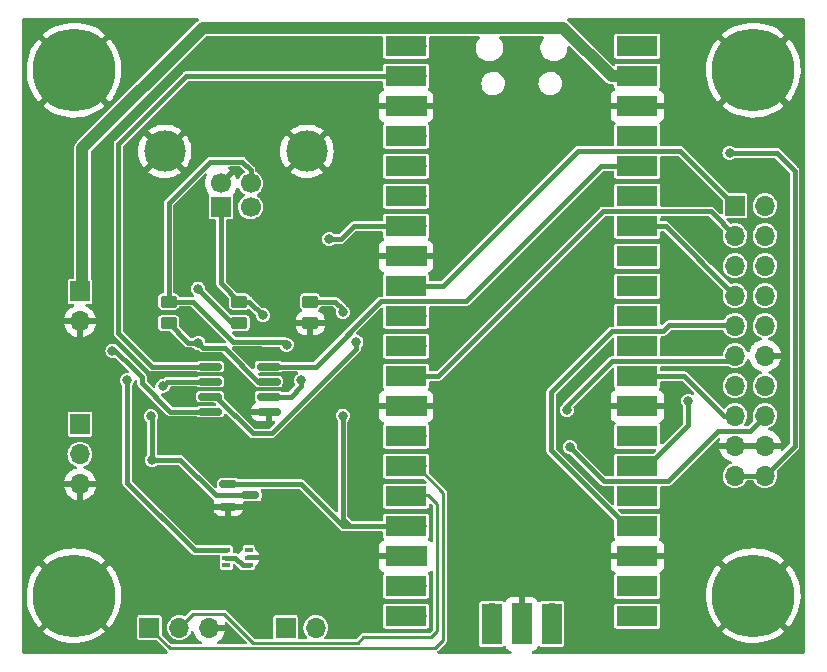
<source format=gbr>
G04 #@! TF.GenerationSoftware,KiCad,Pcbnew,(6.0.0)*
G04 #@! TF.CreationDate,2022-09-19T18:58:24+02:00*
G04 #@! TF.ProjectId,td-io,74642d69-6f2e-46b6-9963-61645f706362,rev?*
G04 #@! TF.SameCoordinates,Original*
G04 #@! TF.FileFunction,Copper,L1,Top*
G04 #@! TF.FilePolarity,Positive*
%FSLAX46Y46*%
G04 Gerber Fmt 4.6, Leading zero omitted, Abs format (unit mm)*
G04 Created by KiCad (PCBNEW (6.0.0)) date 2022-09-19 18:58:24*
%MOMM*%
%LPD*%
G01*
G04 APERTURE LIST*
G04 Aperture macros list*
%AMRoundRect*
0 Rectangle with rounded corners*
0 $1 Rounding radius*
0 $2 $3 $4 $5 $6 $7 $8 $9 X,Y pos of 4 corners*
0 Add a 4 corners polygon primitive as box body*
4,1,4,$2,$3,$4,$5,$6,$7,$8,$9,$2,$3,0*
0 Add four circle primitives for the rounded corners*
1,1,$1+$1,$2,$3*
1,1,$1+$1,$4,$5*
1,1,$1+$1,$6,$7*
1,1,$1+$1,$8,$9*
0 Add four rect primitives between the rounded corners*
20,1,$1+$1,$2,$3,$4,$5,0*
20,1,$1+$1,$4,$5,$6,$7,0*
20,1,$1+$1,$6,$7,$8,$9,0*
20,1,$1+$1,$8,$9,$2,$3,0*%
G04 Aperture macros list end*
G04 #@! TA.AperFunction,SMDPad,CuDef*
%ADD10RoundRect,0.250000X-0.450000X0.262500X-0.450000X-0.262500X0.450000X-0.262500X0.450000X0.262500X0*%
G04 #@! TD*
G04 #@! TA.AperFunction,SMDPad,CuDef*
%ADD11R,0.650000X0.400000*%
G04 #@! TD*
G04 #@! TA.AperFunction,SMDPad,CuDef*
%ADD12RoundRect,0.150000X-0.825000X-0.150000X0.825000X-0.150000X0.825000X0.150000X-0.825000X0.150000X0*%
G04 #@! TD*
G04 #@! TA.AperFunction,ComponentPad*
%ADD13R,1.700000X1.700000*%
G04 #@! TD*
G04 #@! TA.AperFunction,ComponentPad*
%ADD14C,1.700000*%
G04 #@! TD*
G04 #@! TA.AperFunction,ComponentPad*
%ADD15C,3.500000*%
G04 #@! TD*
G04 #@! TA.AperFunction,ComponentPad*
%ADD16O,1.700000X1.700000*%
G04 #@! TD*
G04 #@! TA.AperFunction,SMDPad,CuDef*
%ADD17R,3.500000X1.700000*%
G04 #@! TD*
G04 #@! TA.AperFunction,SMDPad,CuDef*
%ADD18R,1.700000X3.500000*%
G04 #@! TD*
G04 #@! TA.AperFunction,SMDPad,CuDef*
%ADD19RoundRect,0.150000X-0.587500X-0.150000X0.587500X-0.150000X0.587500X0.150000X-0.587500X0.150000X0*%
G04 #@! TD*
G04 #@! TA.AperFunction,ComponentPad*
%ADD20C,7.000000*%
G04 #@! TD*
G04 #@! TA.AperFunction,ViaPad*
%ADD21C,0.800000*%
G04 #@! TD*
G04 #@! TA.AperFunction,Conductor*
%ADD22C,0.400000*%
G04 #@! TD*
G04 #@! TA.AperFunction,Conductor*
%ADD23C,1.000000*%
G04 #@! TD*
G04 #@! TA.AperFunction,Conductor*
%ADD24C,0.250000*%
G04 #@! TD*
G04 APERTURE END LIST*
D10*
G04 #@! TO.P,R1,1*
G04 #@! TO.N,Net-(J1-Pad3)*
X180000000Y-68087500D03*
G04 #@! TO.P,R1,2*
G04 #@! TO.N,Net-(J1-Pad2)*
X180000000Y-69912500D03*
G04 #@! TD*
D11*
G04 #@! TO.P,D1,1,A1*
G04 #@! TO.N,Net-(D1-Pad1)*
X184900000Y-89125000D03*
G04 #@! TO.P,D1,2,K2*
G04 #@! TO.N,Net-(D1-Pad2)*
X184900000Y-89775000D03*
G04 #@! TO.P,D1,3,K1A2*
G04 #@! TO.N,unconnected-(D1-Pad3)*
X184900000Y-90425000D03*
G04 #@! TO.P,D1,4,A3*
G04 #@! TO.N,Net-(D1-Pad2)*
X186800000Y-90425000D03*
G04 #@! TO.P,D1,5,K4*
G04 #@! TO.N,GND*
X186800000Y-89775000D03*
G04 #@! TO.P,D1,6,K3A4*
G04 #@! TO.N,unconnected-(D1-Pad6)*
X186800000Y-89125000D03*
G04 #@! TD*
D10*
G04 #@! TO.P,R3,1*
G04 #@! TO.N,/sense_0v*
X192000000Y-68087500D03*
G04 #@! TO.P,R3,2*
G04 #@! TO.N,GND*
X192000000Y-69912500D03*
G04 #@! TD*
G04 #@! TO.P,R2,1*
G04 #@! TO.N,/jvs_sense*
X186000000Y-68087500D03*
G04 #@! TO.P,R2,2*
G04 #@! TO.N,Net-(D1-Pad1)*
X186000000Y-69912500D03*
G04 #@! TD*
D12*
G04 #@! TO.P,U1,1,RO*
G04 #@! TO.N,/jvs_rx*
X183525000Y-73595000D03*
G04 #@! TO.P,U1,2,~{RE}*
G04 #@! TO.N,/jvs_re*
X183525000Y-74865000D03*
G04 #@! TO.P,U1,3,DE*
G04 #@! TO.N,/jvs_de*
X183525000Y-76135000D03*
G04 #@! TO.P,U1,4,DI*
G04 #@! TO.N,/jvs_tx*
X183525000Y-77405000D03*
G04 #@! TO.P,U1,5,GND*
G04 #@! TO.N,GND*
X188475000Y-77405000D03*
G04 #@! TO.P,U1,6,A*
G04 #@! TO.N,Net-(J1-Pad3)*
X188475000Y-76135000D03*
G04 #@! TO.P,U1,7,B*
G04 #@! TO.N,Net-(J1-Pad2)*
X188475000Y-74865000D03*
G04 #@! TO.P,U1,8,VCC*
G04 #@! TO.N,+3V3*
X188475000Y-73595000D03*
G04 #@! TD*
D13*
G04 #@! TO.P,J1,1,VBUS*
G04 #@! TO.N,/jvs_sense*
X184450000Y-60077500D03*
D14*
G04 #@! TO.P,J1,2,D-*
G04 #@! TO.N,Net-(J1-Pad2)*
X186950000Y-60077500D03*
G04 #@! TO.P,J1,3,D+*
G04 #@! TO.N,Net-(J1-Pad3)*
X186950000Y-58077500D03*
G04 #@! TO.P,J1,4,GND*
G04 #@! TO.N,GND*
X184450000Y-58077500D03*
D15*
G04 #@! TO.P,J1,5,Shield*
X179680000Y-55367500D03*
X191720000Y-55367500D03*
G04 #@! TD*
D13*
G04 #@! TO.P,J2,1,Pin_1*
G04 #@! TO.N,Net-(J2-Pad1)*
X189925000Y-95700000D03*
D16*
G04 #@! TO.P,J2,2,Pin_2*
G04 #@! TO.N,Net-(J2-Pad2)*
X192465000Y-95700000D03*
G04 #@! TD*
G04 #@! TO.P,U2,1,GPIO0*
G04 #@! TO.N,/jvs_tx*
X201010000Y-46470000D03*
D17*
X200110000Y-46470000D03*
G04 #@! TO.P,U2,2,GPIO1*
G04 #@! TO.N,/jvs_rx*
X200110000Y-49010000D03*
D16*
X201010000Y-49010000D03*
D17*
G04 #@! TO.P,U2,3,GND*
G04 #@! TO.N,GND*
X200110000Y-51550000D03*
D13*
X201010000Y-51550000D03*
D16*
G04 #@! TO.P,U2,4,GPIO2*
G04 #@! TO.N,/jvs_re*
X201010000Y-54090000D03*
D17*
X200110000Y-54090000D03*
G04 #@! TO.P,U2,5,GPIO3*
G04 #@! TO.N,/jvs_de*
X200110000Y-56630000D03*
D16*
X201010000Y-56630000D03*
D17*
G04 #@! TO.P,U2,6,GPIO4*
G04 #@! TO.N,Net-(J2-Pad1)*
X200110000Y-59170000D03*
D16*
X201010000Y-59170000D03*
G04 #@! TO.P,U2,7,GPIO5*
G04 #@! TO.N,Net-(J2-Pad2)*
X201010000Y-61710000D03*
D17*
X200110000Y-61710000D03*
D13*
G04 #@! TO.P,U2,8,GND*
G04 #@! TO.N,GND*
X201010000Y-64250000D03*
D17*
X200110000Y-64250000D03*
D16*
G04 #@! TO.P,U2,9,GPIO6*
G04 #@! TO.N,/b_up*
X201010000Y-66790000D03*
D17*
X200110000Y-66790000D03*
D16*
G04 #@! TO.P,U2,10,GPIO7*
G04 #@! TO.N,/b_down*
X201010000Y-69330000D03*
D17*
X200110000Y-69330000D03*
G04 #@! TO.P,U2,11,GPIO8*
G04 #@! TO.N,/b_left*
X200110000Y-71870000D03*
D16*
X201010000Y-71870000D03*
D17*
G04 #@! TO.P,U2,12,GPIO9*
G04 #@! TO.N,/b_right*
X200110000Y-74410000D03*
D16*
X201010000Y-74410000D03*
D13*
G04 #@! TO.P,U2,13,GND*
G04 #@! TO.N,GND*
X201010000Y-76950000D03*
D17*
X200110000Y-76950000D03*
G04 #@! TO.P,U2,14,GPIO10*
G04 #@! TO.N,/b_test*
X200110000Y-79490000D03*
D16*
X201010000Y-79490000D03*
D17*
G04 #@! TO.P,U2,15,GPIO11*
G04 #@! TO.N,/dip1*
X200110000Y-82030000D03*
D16*
X201010000Y-82030000D03*
G04 #@! TO.P,U2,16,GPIO12*
G04 #@! TO.N,/dip2*
X201010000Y-84570000D03*
D17*
X200110000Y-84570000D03*
D16*
G04 #@! TO.P,U2,17,GPIO13*
G04 #@! TO.N,/sense_0v*
X201010000Y-87110000D03*
D17*
X200110000Y-87110000D03*
G04 #@! TO.P,U2,18,GND*
G04 #@! TO.N,GND*
X200110000Y-89650000D03*
D13*
X201010000Y-89650000D03*
D16*
G04 #@! TO.P,U2,19,GPIO14*
G04 #@! TO.N,/b_service*
X201010000Y-92190000D03*
D17*
X200110000Y-92190000D03*
D16*
G04 #@! TO.P,U2,20,GPIO15*
G04 #@! TO.N,/dip3*
X201010000Y-94730000D03*
D17*
X200110000Y-94730000D03*
G04 #@! TO.P,U2,21,GPIO16*
G04 #@! TO.N,unconnected-(U2-Pad21)*
X219690000Y-94730000D03*
D16*
X218790000Y-94730000D03*
D17*
G04 #@! TO.P,U2,22,GPIO17*
G04 #@! TO.N,/b_1*
X219690000Y-92190000D03*
D16*
X218790000Y-92190000D03*
D13*
G04 #@! TO.P,U2,23,GND*
G04 #@! TO.N,GND*
X218790000Y-89650000D03*
D17*
X219690000Y-89650000D03*
G04 #@! TO.P,U2,24,GPIO18*
G04 #@! TO.N,/b_2*
X219690000Y-87110000D03*
D16*
X218790000Y-87110000D03*
D17*
G04 #@! TO.P,U2,25,GPIO19*
G04 #@! TO.N,/b_3*
X219690000Y-84570000D03*
D16*
X218790000Y-84570000D03*
D17*
G04 #@! TO.P,U2,26,GPIO20*
G04 #@! TO.N,/b_4*
X219690000Y-82030000D03*
D16*
X218790000Y-82030000D03*
D17*
G04 #@! TO.P,U2,27,GPIO21*
G04 #@! TO.N,/b_5*
X219690000Y-79490000D03*
D16*
X218790000Y-79490000D03*
D13*
G04 #@! TO.P,U2,28,GND*
G04 #@! TO.N,GND*
X218790000Y-76950000D03*
D17*
X219690000Y-76950000D03*
D16*
G04 #@! TO.P,U2,29,GPIO22*
G04 #@! TO.N,/b_6*
X218790000Y-74410000D03*
D17*
X219690000Y-74410000D03*
D16*
G04 #@! TO.P,U2,30,RUN*
G04 #@! TO.N,unconnected-(U2-Pad30)*
X218790000Y-71870000D03*
D17*
X219690000Y-71870000D03*
G04 #@! TO.P,U2,31,GPIO26_ADC0*
G04 #@! TO.N,unconnected-(U2-Pad31)*
X219690000Y-69330000D03*
D16*
X218790000Y-69330000D03*
G04 #@! TO.P,U2,32,GPIO27_ADC1*
G04 #@! TO.N,/b_coin*
X218790000Y-66790000D03*
D17*
X219690000Y-66790000D03*
D13*
G04 #@! TO.P,U2,33,AGND*
G04 #@! TO.N,unconnected-(U2-Pad33)*
X218790000Y-64250000D03*
D17*
X219690000Y-64250000D03*
G04 #@! TO.P,U2,34,GPIO28_ADC2*
G04 #@! TO.N,/b_start*
X219690000Y-61710000D03*
D16*
X218790000Y-61710000D03*
D17*
G04 #@! TO.P,U2,35,ADC_VREF*
G04 #@! TO.N,unconnected-(U2-Pad35)*
X219690000Y-59170000D03*
D16*
X218790000Y-59170000D03*
G04 #@! TO.P,U2,36,3V3*
G04 #@! TO.N,+3V3*
X218790000Y-56630000D03*
D17*
X219690000Y-56630000D03*
D16*
G04 #@! TO.P,U2,37,3V3_EN*
G04 #@! TO.N,unconnected-(U2-Pad37)*
X218790000Y-54090000D03*
D17*
X219690000Y-54090000D03*
D13*
G04 #@! TO.P,U2,38,GND*
G04 #@! TO.N,GND*
X218790000Y-51550000D03*
D17*
X219690000Y-51550000D03*
D16*
G04 #@! TO.P,U2,39,VSYS*
G04 #@! TO.N,+5V*
X218790000Y-49010000D03*
D17*
X219690000Y-49010000D03*
G04 #@! TO.P,U2,40,VBUS*
G04 #@! TO.N,unconnected-(U2-Pad40)*
X219690000Y-46470000D03*
D16*
X218790000Y-46470000D03*
D18*
G04 #@! TO.P,U2,41,SWCLK*
G04 #@! TO.N,unconnected-(U2-Pad41)*
X207360000Y-95400000D03*
D16*
X207360000Y-94500000D03*
D13*
G04 #@! TO.P,U2,42,GND*
G04 #@! TO.N,GND*
X209900000Y-94500000D03*
D18*
X209900000Y-95400000D03*
D16*
G04 #@! TO.P,U2,43,SWDIO*
G04 #@! TO.N,unconnected-(U2-Pad43)*
X212440000Y-94500000D03*
D18*
X212440000Y-95400000D03*
G04 #@! TD*
D13*
G04 #@! TO.P,J5,1,Pin_1*
G04 #@! TO.N,+5V*
X172500000Y-67225000D03*
D16*
G04 #@! TO.P,J5,2,Pin_2*
G04 #@! TO.N,GND*
X172500000Y-69765000D03*
G04 #@! TD*
D13*
G04 #@! TO.P,J6,1,Pin_1*
G04 #@! TO.N,/b_up*
X227960000Y-59960000D03*
D16*
G04 #@! TO.P,J6,2,Pin_2*
G04 #@! TO.N,/b_down*
X230500000Y-59960000D03*
G04 #@! TO.P,J6,3,Pin_3*
G04 #@! TO.N,/b_right*
X227960000Y-62500000D03*
G04 #@! TO.P,J6,4,Pin_4*
G04 #@! TO.N,/b_left*
X230500000Y-62500000D03*
G04 #@! TO.P,J6,5,Pin_5*
G04 #@! TO.N,/b_coin*
X227960000Y-65040000D03*
G04 #@! TO.P,J6,6,Pin_6*
G04 #@! TO.N,/b_test*
X230500000Y-65040000D03*
G04 #@! TO.P,J6,7,Pin_7*
G04 #@! TO.N,/b_start*
X227960000Y-67580000D03*
G04 #@! TO.P,J6,8,Pin_8*
G04 #@! TO.N,/b_1*
X230500000Y-67580000D03*
G04 #@! TO.P,J6,9,Pin_9*
G04 #@! TO.N,/b_2*
X227960000Y-70120000D03*
G04 #@! TO.P,J6,10,Pin_10*
G04 #@! TO.N,/b_3*
X230500000Y-70120000D03*
G04 #@! TO.P,J6,11,Pin_11*
G04 #@! TO.N,/dip1*
X227960000Y-72660000D03*
G04 #@! TO.P,J6,12,Pin_12*
G04 #@! TO.N,GND*
X230500000Y-72660000D03*
G04 #@! TO.P,J6,13,Pin_13*
G04 #@! TO.N,/b_4*
X227960000Y-75200000D03*
G04 #@! TO.P,J6,14,Pin_14*
G04 #@! TO.N,/b_5*
X230500000Y-75200000D03*
G04 #@! TO.P,J6,15,Pin_15*
G04 #@! TO.N,/b_6*
X227960000Y-77740000D03*
G04 #@! TO.P,J6,16,Pin_16*
G04 #@! TO.N,/dip2*
X230500000Y-77740000D03*
G04 #@! TO.P,J6,17,Pin_17*
G04 #@! TO.N,GND*
X227960000Y-80280000D03*
G04 #@! TO.P,J6,18,Pin_18*
X230500000Y-80280000D03*
G04 #@! TO.P,J6,19,Pin_19*
G04 #@! TO.N,+3V3*
X227960000Y-82820000D03*
G04 #@! TO.P,J6,20,Pin_20*
X230500000Y-82820000D03*
G04 #@! TD*
D13*
G04 #@! TO.P,J3,1,Pin_1*
G04 #@! TO.N,/dip1*
X178375000Y-95700000D03*
D16*
G04 #@! TO.P,J3,2,Pin_2*
G04 #@! TO.N,/dip2*
X180915000Y-95700000D03*
G04 #@! TO.P,J3,3,Pin_3*
G04 #@! TO.N,GND*
X183455000Y-95700000D03*
G04 #@! TD*
D19*
G04 #@! TO.P,Q2,1,G*
G04 #@! TO.N,/sense_0v*
X185062500Y-83550000D03*
G04 #@! TO.P,Q2,2,S*
G04 #@! TO.N,GND*
X185062500Y-85450000D03*
G04 #@! TO.P,Q2,3,D*
G04 #@! TO.N,/jvs_sense*
X186937500Y-84500000D03*
G04 #@! TD*
D20*
G04 #@! TO.P,H4,1,1*
G04 #@! TO.N,GND*
X229500000Y-93000000D03*
G04 #@! TD*
D13*
G04 #@! TO.P,J4,1,Pin_1*
G04 #@! TO.N,/b_test*
X172500000Y-78475000D03*
D16*
G04 #@! TO.P,J4,2,Pin_2*
G04 #@! TO.N,/b_service*
X172500000Y-81015000D03*
G04 #@! TO.P,J4,3,Pin_3*
G04 #@! TO.N,GND*
X172500000Y-83555000D03*
G04 #@! TD*
D20*
G04 #@! TO.P,H3,1,1*
G04 #@! TO.N,GND*
X172000000Y-93000000D03*
G04 #@! TD*
G04 #@! TO.P,H2,1,1*
G04 #@! TO.N,GND*
X229500000Y-48500000D03*
G04 #@! TD*
G04 #@! TO.P,H1,1,1*
G04 #@! TO.N,GND*
X172000000Y-48500000D03*
G04 #@! TD*
D21*
G04 #@! TO.N,Net-(J2-Pad2)*
X193600000Y-62800000D03*
G04 #@! TO.N,+3V3*
X227500000Y-55500000D03*
G04 #@! TO.N,/jvs_tx*
X175250000Y-72250000D03*
G04 #@! TO.N,/jvs_de*
X195900000Y-71500000D03*
G04 #@! TO.N,/jvs_re*
X179500000Y-75250000D03*
G04 #@! TO.N,Net-(D1-Pad1)*
X182500000Y-67000000D03*
X176500000Y-74750000D03*
G04 #@! TO.N,/sense_0v*
X194750000Y-77750000D03*
X194750000Y-69000000D03*
G04 #@! TO.N,Net-(J1-Pad2)*
X182525000Y-71575000D03*
G04 #@! TO.N,Net-(J1-Pad3)*
X190000000Y-71750000D03*
X191250000Y-74750000D03*
G04 #@! TO.N,/b_4*
X224000000Y-76500000D03*
G04 #@! TO.N,/dip1*
X213725000Y-77275000D03*
G04 #@! TO.N,/dip2*
X213975000Y-80400000D03*
G04 #@! TO.N,/jvs_sense*
X178500000Y-77800000D03*
X188000000Y-69250000D03*
X178600000Y-81500000D03*
G04 #@! TD*
D22*
G04 #@! TO.N,Net-(J2-Pad2)*
X195710000Y-61710000D02*
X201010000Y-61710000D01*
X193600000Y-62800000D02*
X194600000Y-62800000D01*
X194600000Y-62800000D02*
X195700000Y-61700000D01*
X195700000Y-61700000D02*
X195710000Y-61710000D01*
G04 #@! TO.N,+3V3*
X230500000Y-82820000D02*
X227960000Y-82820000D01*
X233000000Y-80320000D02*
X233000000Y-57000000D01*
X231500000Y-55500000D02*
X227500000Y-55500000D01*
X188475000Y-73595000D02*
X192445978Y-73595000D01*
X233000000Y-57000000D02*
X231500000Y-55500000D01*
X230500000Y-82820000D02*
X233000000Y-80320000D01*
X216620000Y-56630000D02*
X218790000Y-56630000D01*
X197960489Y-68080489D02*
X205169511Y-68080489D01*
X192445978Y-73595000D02*
X197960489Y-68080489D01*
X205169511Y-68080489D02*
X216620000Y-56630000D01*
G04 #@! TO.N,/jvs_tx*
X177750000Y-74500000D02*
X177000000Y-73750000D01*
X177750000Y-75000000D02*
X177750000Y-74500000D01*
X180155000Y-77405000D02*
X177750000Y-75000000D01*
X177000000Y-73750000D02*
X175500000Y-72250000D01*
X183525000Y-77405000D02*
X180155000Y-77405000D01*
X175500000Y-72250000D02*
X175250000Y-72250000D01*
G04 #@! TO.N,/jvs_de*
X184007138Y-76135000D02*
X183525000Y-76135000D01*
X187122138Y-79250000D02*
X184007138Y-76135000D01*
X188750000Y-79250000D02*
X187122138Y-79250000D01*
X195900000Y-72100000D02*
X188750000Y-79250000D01*
X195900000Y-71500000D02*
X195900000Y-72100000D01*
G04 #@! TO.N,/jvs_re*
X179885000Y-74865000D02*
X179500000Y-75250000D01*
X183525000Y-74865000D02*
X179885000Y-74865000D01*
G04 #@! TO.N,/jvs_rx*
X175750000Y-70750000D02*
X175750000Y-54750000D01*
X181490000Y-49010000D02*
X201010000Y-49010000D01*
X183525000Y-73595000D02*
X178595000Y-73595000D01*
X178595000Y-73595000D02*
X175750000Y-70750000D01*
X175750000Y-54750000D02*
X181490000Y-49010000D01*
G04 #@! TO.N,Net-(D1-Pad2)*
X186275000Y-90425000D02*
X186800000Y-90425000D01*
X185625000Y-89775000D02*
X186275000Y-90425000D01*
X184900000Y-89775000D02*
X185625000Y-89775000D01*
G04 #@! TO.N,Net-(D1-Pad1)*
X184900000Y-89125000D02*
X182200000Y-89125000D01*
X182200000Y-89125000D02*
X176500000Y-83425000D01*
X182500000Y-67000000D02*
X185412500Y-69912500D01*
X176500000Y-83425000D02*
X176500000Y-74750000D01*
X185412500Y-69912500D02*
X186000000Y-69912500D01*
G04 #@! TO.N,/sense_0v*
X192000000Y-68087500D02*
X194087500Y-68087500D01*
X194087500Y-68087500D02*
X194750000Y-68750000D01*
X194810000Y-87110000D02*
X201010000Y-87110000D01*
X194750000Y-86500000D02*
X195360000Y-87110000D01*
X194750000Y-77750000D02*
X194750000Y-86500000D01*
X195360000Y-87110000D02*
X201010000Y-87110000D01*
X191250000Y-83550000D02*
X194810000Y-87110000D01*
X194750000Y-68750000D02*
X194750000Y-69000000D01*
X185062500Y-83550000D02*
X191250000Y-83550000D01*
G04 #@! TO.N,Net-(J1-Pad2)*
X184750000Y-72000000D02*
X187615000Y-74865000D01*
X187615000Y-74865000D02*
X188475000Y-74865000D01*
X182525000Y-71575000D02*
X181662500Y-71575000D01*
X182950000Y-72000000D02*
X184750000Y-72000000D01*
X182525000Y-71575000D02*
X182950000Y-72000000D01*
X181662500Y-71575000D02*
X180000000Y-69912500D01*
G04 #@! TO.N,Net-(J1-Pad3)*
X186950000Y-56950000D02*
X186250000Y-56250000D01*
X186950000Y-58077500D02*
X186950000Y-56950000D01*
X188475000Y-76135000D02*
X190365000Y-76135000D01*
X190365000Y-76135000D02*
X191250000Y-75250000D01*
X185475480Y-71475480D02*
X182087500Y-68087500D01*
X187975480Y-71475480D02*
X185475480Y-71475480D01*
X191250000Y-75250000D02*
X191250000Y-74750000D01*
X180000000Y-59750000D02*
X180000000Y-68087500D01*
X182087500Y-68087500D02*
X180000000Y-68087500D01*
X190000000Y-71750000D02*
X189750000Y-71500000D01*
X183500000Y-56250000D02*
X180000000Y-59750000D01*
X188000000Y-71500000D02*
X187975480Y-71475480D01*
X189750000Y-71500000D02*
X188000000Y-71500000D01*
X186250000Y-56250000D02*
X183500000Y-56250000D01*
G04 #@! TO.N,/b_up*
X214660489Y-55339511D02*
X203210000Y-66790000D01*
X223339511Y-55339511D02*
X214660489Y-55339511D01*
X203210000Y-66790000D02*
X201010000Y-66790000D01*
X227960000Y-59960000D02*
X223339511Y-55339511D01*
G04 #@! TO.N,/b_right*
X216789511Y-60460489D02*
X202840000Y-74410000D01*
X227960000Y-62500000D02*
X225920489Y-60460489D01*
X202840000Y-74410000D02*
X201010000Y-74410000D01*
X225920489Y-60460489D02*
X216789511Y-60460489D01*
G04 #@! TO.N,/b_start*
X222090000Y-61710000D02*
X227960000Y-67580000D01*
X218790000Y-61710000D02*
X222090000Y-61710000D01*
G04 #@! TO.N,/b_2*
X217540489Y-70620489D02*
X221839511Y-70620489D01*
X212375000Y-80695000D02*
X212375000Y-75785978D01*
X221839511Y-70620489D02*
X222385000Y-70075000D01*
X212375000Y-75785978D02*
X217540489Y-70620489D01*
X222385000Y-70075000D02*
X227915000Y-70075000D01*
X218790000Y-87110000D02*
X212375000Y-80695000D01*
X227915000Y-70075000D02*
X227960000Y-70120000D01*
G04 #@! TO.N,/b_4*
X218790000Y-82030000D02*
X220549022Y-82030000D01*
X224000000Y-78579022D02*
X224000000Y-76500000D01*
X220549022Y-82030000D02*
X224000000Y-78579022D01*
G04 #@! TO.N,/b_6*
X223660000Y-74410000D02*
X227000000Y-77750000D01*
X227950000Y-77750000D02*
X227960000Y-77740000D01*
X227000000Y-77750000D02*
X227950000Y-77750000D01*
X218790000Y-74410000D02*
X223660000Y-74410000D01*
D23*
G04 #@! TO.N,+5V*
X182879511Y-44920489D02*
X172700000Y-55100000D01*
X218790000Y-49010000D02*
X217510000Y-49010000D01*
X172700000Y-55100000D02*
X172700000Y-67025000D01*
X172700000Y-67025000D02*
X172500000Y-67225000D01*
X213420489Y-44920489D02*
X182879511Y-44920489D01*
X217510000Y-49010000D02*
X213420489Y-44920489D01*
D24*
G04 #@! TO.N,/dip1*
X201010000Y-82030000D02*
X203250000Y-84270000D01*
X202575969Y-97424031D02*
X180099031Y-97424031D01*
D22*
X227960000Y-72660000D02*
X227500489Y-73119511D01*
D24*
X203250000Y-84270000D02*
X203250000Y-96750000D01*
D22*
X217581467Y-73119511D02*
X213725000Y-76975978D01*
D24*
X180099031Y-97424031D02*
X178375000Y-95700000D01*
D22*
X213725000Y-76975978D02*
X213725000Y-77275000D01*
X227500489Y-73119511D02*
X217581467Y-73119511D01*
D24*
X203250000Y-96750000D02*
X202575969Y-97424031D01*
G04 #@! TO.N,/dip2*
X187174511Y-96974511D02*
X184725489Y-94525489D01*
D22*
X226544511Y-79030489D02*
X223150000Y-82425000D01*
D24*
X202250000Y-96500000D02*
X196500000Y-96500000D01*
D22*
X230500000Y-77740000D02*
X229209511Y-79030489D01*
D24*
X202750000Y-85250000D02*
X202750000Y-96000000D01*
X196500000Y-96500000D02*
X196025489Y-96974511D01*
D22*
X223150000Y-82425000D02*
X222295489Y-83279511D01*
X229209511Y-79030489D02*
X226544511Y-79030489D01*
D24*
X196025489Y-96974511D02*
X187174511Y-96974511D01*
X182089511Y-94525489D02*
X180915000Y-95700000D01*
X202000000Y-84500000D02*
X202750000Y-85250000D01*
X201080000Y-84500000D02*
X202000000Y-84500000D01*
X184725489Y-94525489D02*
X182089511Y-94525489D01*
D22*
X216854511Y-83279511D02*
X213975000Y-80400000D01*
X222295489Y-83279511D02*
X216854511Y-83279511D01*
D24*
X201010000Y-84570000D02*
X201080000Y-84500000D01*
X202750000Y-96000000D02*
X202250000Y-96500000D01*
D22*
G04 #@! TO.N,/jvs_sense*
X181000000Y-81500000D02*
X184000000Y-84500000D01*
X184000000Y-84500000D02*
X186937500Y-84500000D01*
X178600000Y-77900000D02*
X178600000Y-81500000D01*
X184450000Y-66537500D02*
X186000000Y-68087500D01*
X184450000Y-60077500D02*
X184450000Y-66537500D01*
X186837500Y-68087500D02*
X186000000Y-68087500D01*
X178600000Y-81500000D02*
X181000000Y-81500000D01*
X178500000Y-77800000D02*
X178600000Y-77900000D01*
X188000000Y-69250000D02*
X186837500Y-68087500D01*
G04 #@! TD*
G04 #@! TA.AperFunction,Conductor*
G04 #@! TO.N,GND*
G36*
X182494976Y-44120002D02*
G01*
X182541469Y-44173658D01*
X182551573Y-44243932D01*
X182522079Y-44308512D01*
X182503561Y-44325961D01*
X182470198Y-44351561D01*
X182464889Y-44355418D01*
X182412860Y-44391177D01*
X182371911Y-44437137D01*
X182366930Y-44442413D01*
X172224925Y-54584418D01*
X172218660Y-54590271D01*
X172175604Y-54627831D01*
X172155655Y-54656216D01*
X172139317Y-54679463D01*
X172135384Y-54684758D01*
X172101105Y-54728476D01*
X172101103Y-54728480D01*
X172096416Y-54734457D01*
X172093290Y-54741380D01*
X172091505Y-54744328D01*
X172084113Y-54757288D01*
X172082480Y-54760334D01*
X172078113Y-54766547D01*
X172075354Y-54773624D01*
X172055180Y-54825366D01*
X172052625Y-54831445D01*
X172026645Y-54888984D01*
X172025260Y-54896455D01*
X172024236Y-54899723D01*
X172020123Y-54914164D01*
X172019283Y-54917437D01*
X172016524Y-54924513D01*
X172014212Y-54942076D01*
X172008284Y-54987106D01*
X172007252Y-54993623D01*
X171995748Y-55055692D01*
X171996185Y-55063272D01*
X171996185Y-55063273D01*
X171999291Y-55117144D01*
X171999500Y-55124396D01*
X171999500Y-66048500D01*
X171979498Y-66116621D01*
X171925842Y-66163114D01*
X171873500Y-66174500D01*
X171630252Y-66174500D01*
X171624184Y-66175707D01*
X171583939Y-66183712D01*
X171583938Y-66183712D01*
X171571769Y-66186133D01*
X171505448Y-66230448D01*
X171461133Y-66296769D01*
X171449500Y-66355252D01*
X171449500Y-68094748D01*
X171461133Y-68153231D01*
X171505448Y-68219552D01*
X171571769Y-68263867D01*
X171583938Y-68266288D01*
X171583939Y-68266288D01*
X171624184Y-68274293D01*
X171630252Y-68275500D01*
X171905233Y-68275500D01*
X171973354Y-68295502D01*
X172019847Y-68349158D01*
X172029951Y-68419432D01*
X172000457Y-68484012D01*
X171963413Y-68513263D01*
X171778463Y-68609542D01*
X171769738Y-68615036D01*
X171599433Y-68742905D01*
X171591726Y-68749748D01*
X171444590Y-68903717D01*
X171438104Y-68911727D01*
X171318098Y-69087649D01*
X171313000Y-69096623D01*
X171223338Y-69289783D01*
X171219775Y-69299470D01*
X171164389Y-69499183D01*
X171165912Y-69507607D01*
X171178292Y-69511000D01*
X173818344Y-69511000D01*
X173831875Y-69507027D01*
X173833180Y-69497947D01*
X173791214Y-69330875D01*
X173787894Y-69321124D01*
X173702972Y-69125814D01*
X173698105Y-69116739D01*
X173582426Y-68937926D01*
X173576136Y-68929757D01*
X173432806Y-68772240D01*
X173425273Y-68765215D01*
X173258139Y-68633222D01*
X173249552Y-68627517D01*
X173063117Y-68524599D01*
X173053705Y-68520369D01*
X173053435Y-68520273D01*
X173053341Y-68520205D01*
X173048989Y-68518249D01*
X173049393Y-68517351D01*
X172995899Y-68478679D01*
X172969983Y-68412581D01*
X172983917Y-68342965D01*
X173033276Y-68291934D01*
X173095495Y-68275500D01*
X173369748Y-68275500D01*
X173375816Y-68274293D01*
X173416061Y-68266288D01*
X173416062Y-68266288D01*
X173428231Y-68263867D01*
X173494552Y-68219552D01*
X173538867Y-68153231D01*
X173550500Y-68094748D01*
X173550500Y-66355252D01*
X173538867Y-66296769D01*
X173494552Y-66230448D01*
X173456497Y-66205020D01*
X173410970Y-66150542D01*
X173400500Y-66100255D01*
X173400500Y-55442346D01*
X173420502Y-55374225D01*
X173437405Y-55353251D01*
X183132763Y-45657894D01*
X183195075Y-45623868D01*
X183221858Y-45620989D01*
X198033500Y-45620989D01*
X198101621Y-45640991D01*
X198148114Y-45694647D01*
X198159500Y-45746989D01*
X198159500Y-47339748D01*
X198171133Y-47398231D01*
X198215448Y-47464552D01*
X198281769Y-47508867D01*
X198293938Y-47511288D01*
X198293939Y-47511288D01*
X198334184Y-47519293D01*
X198340252Y-47520500D01*
X200939723Y-47520500D01*
X200954642Y-47521386D01*
X200987894Y-47525351D01*
X200994029Y-47524879D01*
X200994031Y-47524879D01*
X201046117Y-47520871D01*
X201055784Y-47520500D01*
X201879748Y-47520500D01*
X201885816Y-47519293D01*
X201926061Y-47511288D01*
X201926062Y-47511288D01*
X201938231Y-47508867D01*
X202004552Y-47464552D01*
X202048867Y-47398231D01*
X202060500Y-47339748D01*
X202060500Y-46544373D01*
X202061494Y-46528581D01*
X202063929Y-46509302D01*
X202065171Y-46499474D01*
X202065583Y-46470000D01*
X202061101Y-46424288D01*
X202060500Y-46411994D01*
X202060500Y-45746989D01*
X202080502Y-45678868D01*
X202134158Y-45632375D01*
X202186500Y-45620989D01*
X206225066Y-45620989D01*
X206293187Y-45640991D01*
X206339680Y-45694647D01*
X206349784Y-45764921D01*
X206317591Y-45832518D01*
X206288051Y-45864475D01*
X206258337Y-45896619D01*
X206255256Y-45901502D01*
X206243045Y-45920856D01*
X206145505Y-46075446D01*
X206067152Y-46271840D01*
X206066027Y-46277497D01*
X206066025Y-46277503D01*
X206028433Y-46466494D01*
X206025901Y-46479225D01*
X206025825Y-46485000D01*
X206025825Y-46485004D01*
X206025438Y-46514566D01*
X206023133Y-46690654D01*
X206058941Y-46899047D01*
X206132127Y-47097425D01*
X206240238Y-47279144D01*
X206379655Y-47438119D01*
X206545708Y-47569024D01*
X206550819Y-47571713D01*
X206550822Y-47571715D01*
X206581241Y-47587719D01*
X206732836Y-47667477D01*
X206934773Y-47730180D01*
X206940510Y-47730859D01*
X207102768Y-47750064D01*
X207102775Y-47750064D01*
X207106455Y-47750500D01*
X207228641Y-47750500D01*
X207385560Y-47736081D01*
X207391122Y-47734512D01*
X207391124Y-47734512D01*
X207451199Y-47717569D01*
X207589069Y-47678686D01*
X207594247Y-47676133D01*
X207594251Y-47676131D01*
X207773531Y-47587719D01*
X207778710Y-47585165D01*
X207890116Y-47501974D01*
X207943509Y-47462104D01*
X207943510Y-47462103D01*
X207948133Y-47458651D01*
X208091663Y-47303381D01*
X208104215Y-47283488D01*
X208201416Y-47129434D01*
X208201416Y-47129433D01*
X208204495Y-47124554D01*
X208282848Y-46928160D01*
X208283973Y-46922503D01*
X208283975Y-46922497D01*
X208322972Y-46726442D01*
X208322972Y-46726440D01*
X208324099Y-46720775D01*
X208324494Y-46690654D01*
X208325563Y-46608976D01*
X208326867Y-46509346D01*
X208291059Y-46300953D01*
X208217873Y-46102575D01*
X208109762Y-45920856D01*
X208030139Y-45830064D01*
X208000264Y-45765663D01*
X208009950Y-45695330D01*
X208056123Y-45641398D01*
X208124873Y-45620989D01*
X211675066Y-45620989D01*
X211743187Y-45640991D01*
X211789680Y-45694647D01*
X211799784Y-45764921D01*
X211767591Y-45832518D01*
X211738051Y-45864475D01*
X211708337Y-45896619D01*
X211705256Y-45901502D01*
X211693045Y-45920856D01*
X211595505Y-46075446D01*
X211517152Y-46271840D01*
X211516027Y-46277497D01*
X211516025Y-46277503D01*
X211478433Y-46466494D01*
X211475901Y-46479225D01*
X211475825Y-46485000D01*
X211475825Y-46485004D01*
X211475438Y-46514566D01*
X211473133Y-46690654D01*
X211508941Y-46899047D01*
X211582127Y-47097425D01*
X211690238Y-47279144D01*
X211829655Y-47438119D01*
X211995708Y-47569024D01*
X212000819Y-47571713D01*
X212000822Y-47571715D01*
X212031241Y-47587719D01*
X212182836Y-47667477D01*
X212384773Y-47730180D01*
X212390510Y-47730859D01*
X212552768Y-47750064D01*
X212552775Y-47750064D01*
X212556455Y-47750500D01*
X212678641Y-47750500D01*
X212835560Y-47736081D01*
X212841122Y-47734512D01*
X212841124Y-47734512D01*
X212901199Y-47717569D01*
X213039069Y-47678686D01*
X213044247Y-47676133D01*
X213044251Y-47676131D01*
X213223531Y-47587719D01*
X213228710Y-47585165D01*
X213340116Y-47501974D01*
X213393509Y-47462104D01*
X213393510Y-47462103D01*
X213398133Y-47458651D01*
X213541663Y-47303381D01*
X213554215Y-47283488D01*
X213651416Y-47129434D01*
X213651416Y-47129433D01*
X213654495Y-47124554D01*
X213732848Y-46928160D01*
X213733973Y-46922503D01*
X213733975Y-46922497D01*
X213772972Y-46726442D01*
X213772972Y-46726440D01*
X213774099Y-46720775D01*
X213774419Y-46696352D01*
X213776083Y-46569268D01*
X213796975Y-46501415D01*
X213851235Y-46455629D01*
X213921635Y-46446446D01*
X213985824Y-46476782D01*
X213991165Y-46481822D01*
X216994418Y-49485075D01*
X217000271Y-49491340D01*
X217037831Y-49534396D01*
X217089473Y-49570690D01*
X217094758Y-49574616D01*
X217138476Y-49608895D01*
X217138480Y-49608897D01*
X217144457Y-49613584D01*
X217151380Y-49616710D01*
X217154328Y-49618495D01*
X217167288Y-49625887D01*
X217170334Y-49627520D01*
X217176547Y-49631887D01*
X217235366Y-49654820D01*
X217241445Y-49657375D01*
X217298984Y-49683355D01*
X217306455Y-49684740D01*
X217309723Y-49685764D01*
X217324164Y-49689877D01*
X217327437Y-49690717D01*
X217334513Y-49693476D01*
X217379183Y-49699356D01*
X217397106Y-49701716D01*
X217403623Y-49702748D01*
X217445035Y-49710423D01*
X217465692Y-49714252D01*
X217473272Y-49713815D01*
X217473273Y-49713815D01*
X217527144Y-49710709D01*
X217534396Y-49710500D01*
X217613500Y-49710500D01*
X217681621Y-49730502D01*
X217728114Y-49784158D01*
X217739500Y-49836500D01*
X217739500Y-49879748D01*
X217751133Y-49938231D01*
X217795448Y-50004552D01*
X217805761Y-50011443D01*
X217810166Y-50015848D01*
X217844192Y-50078160D01*
X217839127Y-50148975D01*
X217796580Y-50205811D01*
X217765301Y-50222925D01*
X217701946Y-50246676D01*
X217686351Y-50255214D01*
X217584276Y-50331715D01*
X217571715Y-50344276D01*
X217495214Y-50446351D01*
X217486676Y-50461946D01*
X217441522Y-50582394D01*
X217437895Y-50597649D01*
X217432369Y-50648514D01*
X217432000Y-50655328D01*
X217432000Y-51277885D01*
X217436475Y-51293124D01*
X217437865Y-51294329D01*
X217445548Y-51296000D01*
X221929884Y-51296000D01*
X221945123Y-51291525D01*
X221946328Y-51290135D01*
X221947999Y-51282452D01*
X221947999Y-50655331D01*
X221947629Y-50648510D01*
X221942105Y-50597648D01*
X221938479Y-50582396D01*
X221893324Y-50461946D01*
X221884786Y-50446351D01*
X221808285Y-50344276D01*
X221795724Y-50331715D01*
X221693649Y-50255214D01*
X221678054Y-50246676D01*
X221614699Y-50222925D01*
X221557935Y-50180283D01*
X221533235Y-50113722D01*
X221548443Y-50044373D01*
X221569834Y-50015848D01*
X221574239Y-50011443D01*
X221584552Y-50004552D01*
X221628867Y-49938231D01*
X221640500Y-49879748D01*
X221640500Y-48447061D01*
X225487665Y-48447061D01*
X225501132Y-48832706D01*
X225501647Y-48838838D01*
X225552685Y-49221347D01*
X225553792Y-49227383D01*
X225641913Y-49603090D01*
X225643608Y-49609000D01*
X225767968Y-49974306D01*
X225770235Y-49980031D01*
X225929643Y-50331444D01*
X225932465Y-50336934D01*
X226125407Y-50671119D01*
X226128737Y-50676287D01*
X226353375Y-50990059D01*
X226357197Y-50994881D01*
X226480033Y-51135195D01*
X226493247Y-51143593D01*
X226503043Y-51137747D01*
X229127978Y-48512812D01*
X229134356Y-48501132D01*
X229864408Y-48501132D01*
X229864539Y-48502965D01*
X229868790Y-48509580D01*
X232497364Y-51138154D01*
X232511308Y-51145768D01*
X232512323Y-51145696D01*
X232520054Y-51140593D01*
X232535567Y-51124302D01*
X232539595Y-51119637D01*
X232777168Y-50815558D01*
X232780722Y-50810518D01*
X232987486Y-50484712D01*
X232990529Y-50479356D01*
X233164520Y-50134910D01*
X233167016Y-50129306D01*
X233306568Y-49769518D01*
X233308509Y-49763684D01*
X233412288Y-49391988D01*
X233413644Y-49386017D01*
X233480660Y-49005959D01*
X233481427Y-48999886D01*
X233511119Y-48614000D01*
X233511296Y-48610085D01*
X233512806Y-48501974D01*
X233512738Y-48498030D01*
X233493832Y-48111489D01*
X233493231Y-48105365D01*
X233436862Y-47723631D01*
X233435662Y-47717569D01*
X233342312Y-47343165D01*
X233340527Y-47337250D01*
X233211082Y-46973727D01*
X233208739Y-46968043D01*
X233044434Y-46618877D01*
X233041545Y-46613443D01*
X232843955Y-46281983D01*
X232840547Y-46276853D01*
X232611547Y-45966244D01*
X232607667Y-45961487D01*
X232520318Y-45864475D01*
X232506797Y-45856145D01*
X232506720Y-45856146D01*
X232497434Y-45861776D01*
X229872022Y-48487188D01*
X229864408Y-48501132D01*
X229134356Y-48501132D01*
X229135592Y-48498868D01*
X229135461Y-48497035D01*
X229131210Y-48490420D01*
X226503902Y-45863112D01*
X226489958Y-45855498D01*
X226489412Y-45855537D01*
X226481055Y-45861136D01*
X226428077Y-45918347D01*
X226424132Y-45923049D01*
X226190821Y-46230426D01*
X226187343Y-46235504D01*
X225985141Y-46564179D01*
X225982176Y-46569572D01*
X225813014Y-46916406D01*
X225810588Y-46922064D01*
X225676076Y-47283758D01*
X225674218Y-47289615D01*
X225575640Y-47662718D01*
X225574365Y-47668718D01*
X225512667Y-48049648D01*
X225511980Y-48055776D01*
X225487751Y-48440886D01*
X225487665Y-48447061D01*
X221640500Y-48447061D01*
X221640500Y-48140252D01*
X221638059Y-48127978D01*
X221631288Y-48093939D01*
X221631288Y-48093938D01*
X221628867Y-48081769D01*
X221584552Y-48015448D01*
X221518231Y-47971133D01*
X221506062Y-47968712D01*
X221506061Y-47968712D01*
X221465816Y-47960707D01*
X221459748Y-47959500D01*
X218852089Y-47959500D01*
X218838919Y-47958810D01*
X218803498Y-47955087D01*
X218803496Y-47955087D01*
X218797369Y-47954443D01*
X218749382Y-47958810D01*
X218747503Y-47958981D01*
X218736084Y-47959500D01*
X217920252Y-47959500D01*
X217914184Y-47960707D01*
X217873939Y-47968712D01*
X217873938Y-47968712D01*
X217861769Y-47971133D01*
X217795448Y-48015448D01*
X217788557Y-48025761D01*
X217788555Y-48025763D01*
X217764848Y-48061242D01*
X217710370Y-48106768D01*
X217639927Y-48115615D01*
X217570989Y-48080333D01*
X215945919Y-46455262D01*
X217734520Y-46455262D01*
X217737018Y-46485004D01*
X217739058Y-46509302D01*
X217739500Y-46519846D01*
X217739500Y-47339748D01*
X217751133Y-47398231D01*
X217795448Y-47464552D01*
X217861769Y-47508867D01*
X217873938Y-47511288D01*
X217873939Y-47511288D01*
X217914184Y-47519293D01*
X217920252Y-47520500D01*
X218719723Y-47520500D01*
X218734642Y-47521386D01*
X218767894Y-47525351D01*
X218774029Y-47524879D01*
X218774031Y-47524879D01*
X218826117Y-47520871D01*
X218835784Y-47520500D01*
X221459748Y-47520500D01*
X221465816Y-47519293D01*
X221506061Y-47511288D01*
X221506062Y-47511288D01*
X221518231Y-47508867D01*
X221584552Y-47464552D01*
X221628867Y-47398231D01*
X221640500Y-47339748D01*
X221640500Y-45600252D01*
X221628867Y-45541769D01*
X221596490Y-45493314D01*
X226856334Y-45493314D01*
X226862084Y-45502874D01*
X229487188Y-48127978D01*
X229501132Y-48135592D01*
X229502965Y-48135461D01*
X229509580Y-48131210D01*
X232136463Y-45504327D01*
X232144077Y-45490383D01*
X232144055Y-45490072D01*
X232138204Y-45481406D01*
X232060143Y-45410127D01*
X232055416Y-45406217D01*
X231746419Y-45175059D01*
X231741313Y-45171614D01*
X231411235Y-44971711D01*
X231405822Y-44968784D01*
X231057808Y-44802044D01*
X231052141Y-44799662D01*
X230689526Y-44667682D01*
X230683638Y-44665860D01*
X230309876Y-44569893D01*
X230303854Y-44568657D01*
X229922485Y-44509618D01*
X229916397Y-44508978D01*
X229531085Y-44487436D01*
X229524933Y-44487393D01*
X229139387Y-44503552D01*
X229133261Y-44504109D01*
X228751123Y-44557815D01*
X228745070Y-44558970D01*
X228370000Y-44649709D01*
X228364103Y-44651445D01*
X227999681Y-44778350D01*
X227993968Y-44780658D01*
X227643667Y-44942519D01*
X227638213Y-44945371D01*
X227305376Y-45140646D01*
X227300228Y-45144015D01*
X226988025Y-45370843D01*
X226983247Y-45374684D01*
X226864711Y-45479926D01*
X226856334Y-45493314D01*
X221596490Y-45493314D01*
X221584552Y-45475448D01*
X221518231Y-45431133D01*
X221506062Y-45428712D01*
X221506061Y-45428712D01*
X221465816Y-45420707D01*
X221459748Y-45419500D01*
X218852089Y-45419500D01*
X218838919Y-45418810D01*
X218803498Y-45415087D01*
X218803496Y-45415087D01*
X218797369Y-45414443D01*
X218749382Y-45418810D01*
X218747503Y-45418981D01*
X218736084Y-45419500D01*
X217920252Y-45419500D01*
X217914184Y-45420707D01*
X217873939Y-45428712D01*
X217873938Y-45428712D01*
X217861769Y-45431133D01*
X217795448Y-45475448D01*
X217751133Y-45541769D01*
X217739500Y-45600252D01*
X217739500Y-46403817D01*
X217738715Y-46417862D01*
X217734520Y-46455262D01*
X215945919Y-46455262D01*
X215797307Y-46306650D01*
X213936071Y-44445414D01*
X213930217Y-44439148D01*
X213897654Y-44401820D01*
X213892658Y-44396093D01*
X213841016Y-44359799D01*
X213835731Y-44355873D01*
X213796553Y-44325154D01*
X213755288Y-44267381D01*
X213751808Y-44196470D01*
X213787218Y-44134934D01*
X213850276Y-44102311D01*
X213874299Y-44100000D01*
X233774000Y-44100000D01*
X233842121Y-44120002D01*
X233888614Y-44173658D01*
X233900000Y-44226000D01*
X233900000Y-97774000D01*
X233879998Y-97842121D01*
X233826342Y-97888614D01*
X233774000Y-97900000D01*
X210884390Y-97900000D01*
X210816269Y-97879998D01*
X210769776Y-97826342D01*
X210759672Y-97756068D01*
X210789166Y-97691488D01*
X210855247Y-97651417D01*
X210867602Y-97648480D01*
X210988054Y-97603324D01*
X211003649Y-97594786D01*
X211105724Y-97518285D01*
X211118285Y-97505724D01*
X211194786Y-97403649D01*
X211203324Y-97388054D01*
X211227075Y-97324699D01*
X211269717Y-97267935D01*
X211336278Y-97243235D01*
X211405627Y-97258443D01*
X211434152Y-97279834D01*
X211438557Y-97284239D01*
X211445448Y-97294552D01*
X211511769Y-97338867D01*
X211523938Y-97341288D01*
X211523939Y-97341288D01*
X211564184Y-97349293D01*
X211570252Y-97350500D01*
X213309748Y-97350500D01*
X213315816Y-97349293D01*
X213356061Y-97341288D01*
X213356062Y-97341288D01*
X213368231Y-97338867D01*
X213434552Y-97294552D01*
X213467122Y-97245808D01*
X213471974Y-97238547D01*
X213478867Y-97228231D01*
X213490500Y-97169748D01*
X213490500Y-96010607D01*
X226854933Y-96010607D01*
X226854988Y-96011386D01*
X226860342Y-96019436D01*
X226896960Y-96053821D01*
X226901638Y-96057803D01*
X227207386Y-96293260D01*
X227212429Y-96296765D01*
X227539694Y-96501262D01*
X227545051Y-96504256D01*
X227890709Y-96675843D01*
X227896349Y-96678307D01*
X228257076Y-96815334D01*
X228262948Y-96817242D01*
X228635344Y-96918420D01*
X228641321Y-96919734D01*
X229021843Y-96984095D01*
X229027929Y-96984820D01*
X229412896Y-97011740D01*
X229419032Y-97011868D01*
X229804787Y-97001093D01*
X229810918Y-97000621D01*
X230193755Y-96952257D01*
X230199828Y-96951187D01*
X230576135Y-96865692D01*
X230582050Y-96864040D01*
X230948215Y-96742234D01*
X230953949Y-96740010D01*
X231306497Y-96583046D01*
X231311966Y-96580283D01*
X231647516Y-96389664D01*
X231652690Y-96386380D01*
X231968034Y-96163929D01*
X231972872Y-96160149D01*
X232135240Y-96019998D01*
X232143655Y-96006958D01*
X232137716Y-95996926D01*
X229512812Y-93372022D01*
X229498868Y-93364408D01*
X229497035Y-93364539D01*
X229490420Y-93368790D01*
X226862547Y-95996663D01*
X226854933Y-96010607D01*
X213490500Y-96010607D01*
X213490500Y-94715262D01*
X217734520Y-94715262D01*
X217735036Y-94721405D01*
X217739058Y-94769302D01*
X217739500Y-94779846D01*
X217739500Y-95599748D01*
X217740707Y-95605816D01*
X217748640Y-95645696D01*
X217751133Y-95658231D01*
X217795448Y-95724552D01*
X217861769Y-95768867D01*
X217873938Y-95771288D01*
X217873939Y-95771288D01*
X217914184Y-95779293D01*
X217920252Y-95780500D01*
X218719723Y-95780500D01*
X218734642Y-95781386D01*
X218767894Y-95785351D01*
X218774029Y-95784879D01*
X218774031Y-95784879D01*
X218826117Y-95780871D01*
X218835784Y-95780500D01*
X221459748Y-95780500D01*
X221465816Y-95779293D01*
X221506061Y-95771288D01*
X221506062Y-95771288D01*
X221518231Y-95768867D01*
X221584552Y-95724552D01*
X221628867Y-95658231D01*
X221631361Y-95645696D01*
X221639293Y-95605816D01*
X221640500Y-95599748D01*
X221640500Y-93860252D01*
X221628867Y-93801769D01*
X221584552Y-93735448D01*
X221518231Y-93691133D01*
X221506062Y-93688712D01*
X221506061Y-93688712D01*
X221465816Y-93680707D01*
X221459748Y-93679500D01*
X218852089Y-93679500D01*
X218838919Y-93678810D01*
X218803498Y-93675087D01*
X218803496Y-93675087D01*
X218797369Y-93674443D01*
X218749382Y-93678810D01*
X218747503Y-93678981D01*
X218736084Y-93679500D01*
X217920252Y-93679500D01*
X217914184Y-93680707D01*
X217873939Y-93688712D01*
X217873938Y-93688712D01*
X217861769Y-93691133D01*
X217795448Y-93735448D01*
X217751133Y-93801769D01*
X217739500Y-93860252D01*
X217739500Y-94663817D01*
X217738715Y-94677862D01*
X217734520Y-94715262D01*
X213490500Y-94715262D01*
X213490500Y-94574373D01*
X213491494Y-94558581D01*
X213494728Y-94532978D01*
X213495171Y-94529474D01*
X213495583Y-94500000D01*
X213491101Y-94454288D01*
X213490500Y-94441994D01*
X213490500Y-93630252D01*
X213478867Y-93571769D01*
X213468842Y-93556765D01*
X213441443Y-93515761D01*
X213434552Y-93505448D01*
X213368231Y-93461133D01*
X213356062Y-93458712D01*
X213356061Y-93458712D01*
X213315816Y-93450707D01*
X213309748Y-93449500D01*
X212502089Y-93449500D01*
X212488919Y-93448810D01*
X212453498Y-93445087D01*
X212453496Y-93445087D01*
X212447369Y-93444443D01*
X212399382Y-93448810D01*
X212397503Y-93448981D01*
X212386084Y-93449500D01*
X211570252Y-93449500D01*
X211564184Y-93450707D01*
X211523939Y-93458712D01*
X211523938Y-93458712D01*
X211511769Y-93461133D01*
X211445448Y-93505448D01*
X211438557Y-93515761D01*
X211434152Y-93520166D01*
X211371840Y-93554192D01*
X211301025Y-93549127D01*
X211244189Y-93506580D01*
X211227075Y-93475301D01*
X211203324Y-93411946D01*
X211194786Y-93396351D01*
X211118285Y-93294276D01*
X211105724Y-93281715D01*
X211003649Y-93205214D01*
X210988054Y-93196676D01*
X210867606Y-93151522D01*
X210852351Y-93147895D01*
X210801486Y-93142369D01*
X210794672Y-93142000D01*
X210172115Y-93142000D01*
X210156876Y-93146475D01*
X210155671Y-93147865D01*
X210154000Y-93155548D01*
X210154000Y-95772000D01*
X210133998Y-95840121D01*
X210080342Y-95886614D01*
X210028000Y-95898000D01*
X209772000Y-95898000D01*
X209703879Y-95877998D01*
X209657386Y-95824342D01*
X209646000Y-95772000D01*
X209646000Y-93160116D01*
X209641525Y-93144877D01*
X209640135Y-93143672D01*
X209632452Y-93142001D01*
X209005331Y-93142001D01*
X208998510Y-93142371D01*
X208947648Y-93147895D01*
X208932396Y-93151521D01*
X208811946Y-93196676D01*
X208796351Y-93205214D01*
X208694276Y-93281715D01*
X208681715Y-93294276D01*
X208605214Y-93396351D01*
X208596676Y-93411946D01*
X208572925Y-93475301D01*
X208530283Y-93532065D01*
X208463722Y-93556765D01*
X208394373Y-93541557D01*
X208365848Y-93520166D01*
X208361443Y-93515761D01*
X208354552Y-93505448D01*
X208288231Y-93461133D01*
X208276062Y-93458712D01*
X208276061Y-93458712D01*
X208235816Y-93450707D01*
X208229748Y-93449500D01*
X207422089Y-93449500D01*
X207408919Y-93448810D01*
X207373498Y-93445087D01*
X207373496Y-93445087D01*
X207367369Y-93444443D01*
X207319382Y-93448810D01*
X207317503Y-93448981D01*
X207306084Y-93449500D01*
X206490252Y-93449500D01*
X206484184Y-93450707D01*
X206443939Y-93458712D01*
X206443938Y-93458712D01*
X206431769Y-93461133D01*
X206365448Y-93505448D01*
X206358557Y-93515761D01*
X206331159Y-93556765D01*
X206321133Y-93571769D01*
X206309500Y-93630252D01*
X206309500Y-94433817D01*
X206308715Y-94447862D01*
X206304520Y-94485262D01*
X206305036Y-94491405D01*
X206309058Y-94539302D01*
X206309500Y-94549846D01*
X206309500Y-97169748D01*
X206321133Y-97228231D01*
X206328026Y-97238547D01*
X206332878Y-97245808D01*
X206365448Y-97294552D01*
X206431769Y-97338867D01*
X206443938Y-97341288D01*
X206443939Y-97341288D01*
X206484184Y-97349293D01*
X206490252Y-97350500D01*
X208229748Y-97350500D01*
X208235816Y-97349293D01*
X208276061Y-97341288D01*
X208276062Y-97341288D01*
X208288231Y-97338867D01*
X208354552Y-97294552D01*
X208361443Y-97284239D01*
X208365848Y-97279834D01*
X208428160Y-97245808D01*
X208498975Y-97250873D01*
X208555811Y-97293420D01*
X208572925Y-97324699D01*
X208596676Y-97388054D01*
X208605214Y-97403649D01*
X208681715Y-97505724D01*
X208694276Y-97518285D01*
X208796351Y-97594786D01*
X208811946Y-97603324D01*
X208932394Y-97648478D01*
X208944754Y-97651417D01*
X209006400Y-97686634D01*
X209039221Y-97749589D01*
X209032795Y-97820295D01*
X208989163Y-97876302D01*
X208915608Y-97900000D01*
X202866135Y-97900000D01*
X202798014Y-97879998D01*
X202751521Y-97826342D01*
X202741417Y-97756068D01*
X202770911Y-97691488D01*
X202781113Y-97681446D01*
X202788424Y-97677225D01*
X202812654Y-97648348D01*
X202820080Y-97640246D01*
X203466215Y-96994111D01*
X203474319Y-96986684D01*
X203494749Y-96969541D01*
X203503194Y-96962455D01*
X203516082Y-96940132D01*
X203522039Y-96929815D01*
X203527945Y-96920544D01*
X203543230Y-96898715D01*
X203549554Y-96889684D01*
X203552408Y-96879034D01*
X203553885Y-96875866D01*
X203555077Y-96872590D01*
X203560588Y-96863045D01*
X203567130Y-96825942D01*
X203569509Y-96815210D01*
X203570235Y-96812501D01*
X203579264Y-96778807D01*
X203577024Y-96753194D01*
X203575979Y-96741257D01*
X203575500Y-96730276D01*
X203575500Y-90544669D01*
X217432001Y-90544669D01*
X217432371Y-90551490D01*
X217437895Y-90602352D01*
X217441521Y-90617604D01*
X217486676Y-90738054D01*
X217495214Y-90753649D01*
X217571715Y-90855724D01*
X217584276Y-90868285D01*
X217686351Y-90944786D01*
X217701946Y-90953324D01*
X217765301Y-90977075D01*
X217822065Y-91019717D01*
X217846765Y-91086278D01*
X217831557Y-91155627D01*
X217810166Y-91184152D01*
X217805761Y-91188557D01*
X217795448Y-91195448D01*
X217751133Y-91261769D01*
X217739500Y-91320252D01*
X217739500Y-92123817D01*
X217738715Y-92137862D01*
X217734520Y-92175262D01*
X217735036Y-92181405D01*
X217739058Y-92229302D01*
X217739500Y-92239846D01*
X217739500Y-93059748D01*
X217751133Y-93118231D01*
X217795448Y-93184552D01*
X217861769Y-93228867D01*
X217873938Y-93231288D01*
X217873939Y-93231288D01*
X217914184Y-93239293D01*
X217920252Y-93240500D01*
X218719723Y-93240500D01*
X218734642Y-93241386D01*
X218767894Y-93245351D01*
X218774029Y-93244879D01*
X218774031Y-93244879D01*
X218826117Y-93240871D01*
X218835784Y-93240500D01*
X221459748Y-93240500D01*
X221465816Y-93239293D01*
X221506061Y-93231288D01*
X221506062Y-93231288D01*
X221518231Y-93228867D01*
X221584552Y-93184552D01*
X221628867Y-93118231D01*
X221640500Y-93059748D01*
X221640500Y-92947061D01*
X225487665Y-92947061D01*
X225501132Y-93332706D01*
X225501647Y-93338838D01*
X225552685Y-93721347D01*
X225553792Y-93727383D01*
X225641913Y-94103090D01*
X225643608Y-94109000D01*
X225767968Y-94474306D01*
X225770235Y-94480031D01*
X225929643Y-94831444D01*
X225932465Y-94836934D01*
X226125407Y-95171119D01*
X226128737Y-95176287D01*
X226353375Y-95490059D01*
X226357197Y-95494881D01*
X226480033Y-95635195D01*
X226493247Y-95643593D01*
X226503043Y-95637747D01*
X229127978Y-93012812D01*
X229134356Y-93001132D01*
X229864408Y-93001132D01*
X229864539Y-93002965D01*
X229868790Y-93009580D01*
X232497364Y-95638154D01*
X232511308Y-95645768D01*
X232512323Y-95645696D01*
X232520054Y-95640593D01*
X232535567Y-95624302D01*
X232539595Y-95619637D01*
X232777168Y-95315558D01*
X232780722Y-95310518D01*
X232987486Y-94984712D01*
X232990529Y-94979356D01*
X233164520Y-94634910D01*
X233167016Y-94629306D01*
X233306568Y-94269518D01*
X233308509Y-94263684D01*
X233412288Y-93891988D01*
X233413644Y-93886017D01*
X233480660Y-93505959D01*
X233481427Y-93499886D01*
X233511119Y-93114000D01*
X233511296Y-93110085D01*
X233512806Y-93001974D01*
X233512738Y-92998030D01*
X233493832Y-92611489D01*
X233493231Y-92605365D01*
X233436862Y-92223631D01*
X233435662Y-92217569D01*
X233342312Y-91843165D01*
X233340527Y-91837250D01*
X233211082Y-91473727D01*
X233208739Y-91468043D01*
X233044434Y-91118877D01*
X233041545Y-91113443D01*
X232843955Y-90781983D01*
X232840547Y-90776853D01*
X232611547Y-90466244D01*
X232607667Y-90461487D01*
X232520318Y-90364475D01*
X232506797Y-90356145D01*
X232506720Y-90356146D01*
X232497434Y-90361776D01*
X229872022Y-92987188D01*
X229864408Y-93001132D01*
X229134356Y-93001132D01*
X229135592Y-92998868D01*
X229135461Y-92997035D01*
X229131210Y-92990420D01*
X226503902Y-90363112D01*
X226489958Y-90355498D01*
X226489412Y-90355537D01*
X226481055Y-90361136D01*
X226428077Y-90418347D01*
X226424132Y-90423049D01*
X226190821Y-90730426D01*
X226187343Y-90735504D01*
X225985141Y-91064179D01*
X225982176Y-91069572D01*
X225813014Y-91416406D01*
X225810588Y-91422064D01*
X225676076Y-91783758D01*
X225674218Y-91789615D01*
X225575640Y-92162718D01*
X225574365Y-92168718D01*
X225512667Y-92549648D01*
X225511980Y-92555776D01*
X225487751Y-92940886D01*
X225487665Y-92947061D01*
X221640500Y-92947061D01*
X221640500Y-91320252D01*
X221628867Y-91261769D01*
X221584552Y-91195448D01*
X221574239Y-91188557D01*
X221569834Y-91184152D01*
X221535808Y-91121840D01*
X221540873Y-91051025D01*
X221583420Y-90994189D01*
X221614699Y-90977075D01*
X221678054Y-90953324D01*
X221693649Y-90944786D01*
X221795724Y-90868285D01*
X221808285Y-90855724D01*
X221884786Y-90753649D01*
X221893324Y-90738054D01*
X221938478Y-90617606D01*
X221942105Y-90602351D01*
X221947631Y-90551486D01*
X221948000Y-90544672D01*
X221948000Y-89993314D01*
X226856334Y-89993314D01*
X226862084Y-90002874D01*
X229487188Y-92627978D01*
X229501132Y-92635592D01*
X229502965Y-92635461D01*
X229509580Y-92631210D01*
X232136463Y-90004327D01*
X232144077Y-89990383D01*
X232144055Y-89990072D01*
X232138204Y-89981406D01*
X232060143Y-89910127D01*
X232055416Y-89906217D01*
X231746419Y-89675059D01*
X231741313Y-89671614D01*
X231411235Y-89471711D01*
X231405822Y-89468784D01*
X231057808Y-89302044D01*
X231052141Y-89299662D01*
X230689526Y-89167682D01*
X230683638Y-89165860D01*
X230309876Y-89069893D01*
X230303854Y-89068657D01*
X229922485Y-89009618D01*
X229916397Y-89008978D01*
X229531085Y-88987436D01*
X229524933Y-88987393D01*
X229139387Y-89003552D01*
X229133261Y-89004109D01*
X228751123Y-89057815D01*
X228745070Y-89058970D01*
X228370000Y-89149709D01*
X228364103Y-89151445D01*
X227999681Y-89278350D01*
X227993968Y-89280658D01*
X227643667Y-89442519D01*
X227638213Y-89445371D01*
X227305376Y-89640646D01*
X227300228Y-89644015D01*
X226988025Y-89870843D01*
X226983247Y-89874684D01*
X226864711Y-89979926D01*
X226856334Y-89993314D01*
X221948000Y-89993314D01*
X221948000Y-89922115D01*
X221943525Y-89906876D01*
X221942135Y-89905671D01*
X221934452Y-89904000D01*
X217450116Y-89904000D01*
X217434877Y-89908475D01*
X217433672Y-89909865D01*
X217432001Y-89917548D01*
X217432001Y-90544669D01*
X203575500Y-90544669D01*
X203575500Y-84289710D01*
X203575980Y-84278728D01*
X203578303Y-84252175D01*
X203578303Y-84252170D01*
X203579263Y-84241193D01*
X203569512Y-84204803D01*
X203567132Y-84194069D01*
X203562502Y-84167812D01*
X203560588Y-84156955D01*
X203555076Y-84147407D01*
X203553883Y-84144130D01*
X203552406Y-84140962D01*
X203549553Y-84130316D01*
X203527942Y-84099452D01*
X203522038Y-84090184D01*
X203517784Y-84082816D01*
X203503194Y-84057545D01*
X203474323Y-84033320D01*
X203466218Y-84025892D01*
X202097405Y-82657079D01*
X202063379Y-82594767D01*
X202060500Y-82567984D01*
X202060500Y-82104373D01*
X202061494Y-82088581D01*
X202063554Y-82072271D01*
X202065171Y-82059474D01*
X202065583Y-82030000D01*
X202061101Y-81984288D01*
X202060500Y-81971994D01*
X202060500Y-81160252D01*
X202052266Y-81118856D01*
X202051288Y-81113939D01*
X202051288Y-81113938D01*
X202048867Y-81101769D01*
X202004552Y-81035448D01*
X201938231Y-80991133D01*
X201926062Y-80988712D01*
X201926061Y-80988712D01*
X201885816Y-80980707D01*
X201879748Y-80979500D01*
X201072089Y-80979500D01*
X201058919Y-80978810D01*
X201023498Y-80975087D01*
X201023496Y-80975087D01*
X201017369Y-80974443D01*
X200969382Y-80978810D01*
X200967503Y-80978981D01*
X200956084Y-80979500D01*
X198340252Y-80979500D01*
X198334184Y-80980707D01*
X198293939Y-80988712D01*
X198293938Y-80988712D01*
X198281769Y-80991133D01*
X198215448Y-81035448D01*
X198171133Y-81101769D01*
X198168712Y-81113938D01*
X198168712Y-81113939D01*
X198167734Y-81118856D01*
X198159500Y-81160252D01*
X198159500Y-82899748D01*
X198171133Y-82958231D01*
X198215448Y-83024552D01*
X198281769Y-83068867D01*
X198293938Y-83071288D01*
X198293939Y-83071288D01*
X198334184Y-83079293D01*
X198340252Y-83080500D01*
X200939723Y-83080500D01*
X200954642Y-83081386D01*
X200987894Y-83085351D01*
X200994029Y-83084879D01*
X200994031Y-83084879D01*
X201046117Y-83080871D01*
X201055784Y-83080500D01*
X201547984Y-83080500D01*
X201616105Y-83100502D01*
X201637079Y-83117405D01*
X201824079Y-83304405D01*
X201858105Y-83366717D01*
X201853040Y-83437532D01*
X201810493Y-83494368D01*
X201743973Y-83519179D01*
X201734984Y-83519500D01*
X201072089Y-83519500D01*
X201058919Y-83518810D01*
X201023498Y-83515087D01*
X201023496Y-83515087D01*
X201017369Y-83514443D01*
X200969668Y-83518784D01*
X200967503Y-83518981D01*
X200956084Y-83519500D01*
X198340252Y-83519500D01*
X198334184Y-83520707D01*
X198293939Y-83528712D01*
X198293938Y-83528712D01*
X198281769Y-83531133D01*
X198215448Y-83575448D01*
X198171133Y-83641769D01*
X198159500Y-83700252D01*
X198159500Y-85439748D01*
X198171133Y-85498231D01*
X198215448Y-85564552D01*
X198281769Y-85608867D01*
X198293938Y-85611288D01*
X198293939Y-85611288D01*
X198334184Y-85619293D01*
X198340252Y-85620500D01*
X200939723Y-85620500D01*
X200954642Y-85621386D01*
X200987894Y-85625351D01*
X200994029Y-85624879D01*
X200994031Y-85624879D01*
X201046117Y-85620871D01*
X201055784Y-85620500D01*
X201879748Y-85620500D01*
X201885816Y-85619293D01*
X201926061Y-85611288D01*
X201926062Y-85611288D01*
X201938231Y-85608867D01*
X202004552Y-85564552D01*
X202048867Y-85498231D01*
X202060500Y-85439748D01*
X202060500Y-85325018D01*
X202080502Y-85256897D01*
X202134158Y-85210404D01*
X202204432Y-85200300D01*
X202269012Y-85229794D01*
X202275595Y-85235923D01*
X202387595Y-85347923D01*
X202421621Y-85410235D01*
X202424500Y-85437018D01*
X202424500Y-88336301D01*
X202404498Y-88404422D01*
X202350842Y-88450915D01*
X202280568Y-88461019D01*
X202224251Y-88435299D01*
X202222904Y-88437096D01*
X202113649Y-88355214D01*
X202098054Y-88346676D01*
X202034699Y-88322925D01*
X201977935Y-88280283D01*
X201953235Y-88213722D01*
X201968443Y-88144373D01*
X201989834Y-88115848D01*
X201994239Y-88111443D01*
X202004552Y-88104552D01*
X202048867Y-88038231D01*
X202060500Y-87979748D01*
X202060500Y-87184373D01*
X202061494Y-87168581D01*
X202064728Y-87142978D01*
X202065171Y-87139474D01*
X202065583Y-87110000D01*
X202061101Y-87064288D01*
X202060500Y-87051994D01*
X202060500Y-86240252D01*
X202048867Y-86181769D01*
X202004552Y-86115448D01*
X201938231Y-86071133D01*
X201926062Y-86068712D01*
X201926061Y-86068712D01*
X201885816Y-86060707D01*
X201879748Y-86059500D01*
X201072089Y-86059500D01*
X201058919Y-86058810D01*
X201023498Y-86055087D01*
X201023496Y-86055087D01*
X201017369Y-86054443D01*
X200969382Y-86058810D01*
X200967503Y-86058981D01*
X200956084Y-86059500D01*
X198340252Y-86059500D01*
X198334184Y-86060707D01*
X198293939Y-86068712D01*
X198293938Y-86068712D01*
X198281769Y-86071133D01*
X198215448Y-86115448D01*
X198171133Y-86181769D01*
X198159500Y-86240252D01*
X198159500Y-86583500D01*
X198139498Y-86651621D01*
X198085842Y-86698114D01*
X198033500Y-86709500D01*
X195578083Y-86709500D01*
X195509962Y-86689498D01*
X195488987Y-86672595D01*
X195187404Y-86371011D01*
X195153379Y-86308699D01*
X195150500Y-86281916D01*
X195150500Y-80758433D01*
X211974500Y-80758433D01*
X211977564Y-80767864D01*
X211977565Y-80767868D01*
X211981297Y-80779353D01*
X211985913Y-80798578D01*
X211986783Y-80804068D01*
X211989354Y-80820304D01*
X211993855Y-80829137D01*
X211993856Y-80829141D01*
X211999341Y-80839906D01*
X212006905Y-80858166D01*
X212013704Y-80879090D01*
X212026639Y-80896893D01*
X212036965Y-80913745D01*
X212046950Y-80933342D01*
X212069513Y-80955905D01*
X212069516Y-80955909D01*
X217702595Y-86588988D01*
X217736621Y-86651300D01*
X217739500Y-86678083D01*
X217739500Y-87043817D01*
X217738715Y-87057862D01*
X217734520Y-87095262D01*
X217735036Y-87101405D01*
X217739058Y-87149302D01*
X217739500Y-87159846D01*
X217739500Y-87979748D01*
X217751133Y-88038231D01*
X217795448Y-88104552D01*
X217805761Y-88111443D01*
X217810166Y-88115848D01*
X217844192Y-88178160D01*
X217839127Y-88248975D01*
X217796580Y-88305811D01*
X217765301Y-88322925D01*
X217701946Y-88346676D01*
X217686351Y-88355214D01*
X217584276Y-88431715D01*
X217571715Y-88444276D01*
X217495214Y-88546351D01*
X217486676Y-88561946D01*
X217441522Y-88682394D01*
X217437895Y-88697649D01*
X217432369Y-88748514D01*
X217432000Y-88755328D01*
X217432000Y-89377885D01*
X217436475Y-89393124D01*
X217437865Y-89394329D01*
X217445548Y-89396000D01*
X221929884Y-89396000D01*
X221945123Y-89391525D01*
X221946328Y-89390135D01*
X221947999Y-89382452D01*
X221947999Y-88755331D01*
X221947629Y-88748510D01*
X221942105Y-88697648D01*
X221938479Y-88682396D01*
X221893324Y-88561946D01*
X221884786Y-88546351D01*
X221808285Y-88444276D01*
X221795724Y-88431715D01*
X221693649Y-88355214D01*
X221678054Y-88346676D01*
X221614699Y-88322925D01*
X221557935Y-88280283D01*
X221533235Y-88213722D01*
X221548443Y-88144373D01*
X221569834Y-88115848D01*
X221574239Y-88111443D01*
X221584552Y-88104552D01*
X221628867Y-88038231D01*
X221640500Y-87979748D01*
X221640500Y-86240252D01*
X221628867Y-86181769D01*
X221584552Y-86115448D01*
X221518231Y-86071133D01*
X221506062Y-86068712D01*
X221506061Y-86068712D01*
X221465816Y-86060707D01*
X221459748Y-86059500D01*
X218852089Y-86059500D01*
X218838919Y-86058810D01*
X218803498Y-86055087D01*
X218803496Y-86055087D01*
X218797369Y-86054443D01*
X218749382Y-86058810D01*
X218747503Y-86058981D01*
X218736084Y-86059500D01*
X218358083Y-86059500D01*
X218289962Y-86039498D01*
X218268988Y-86022595D01*
X218081988Y-85835595D01*
X218047962Y-85773283D01*
X218053027Y-85702468D01*
X218095574Y-85645632D01*
X218162094Y-85620821D01*
X218171083Y-85620500D01*
X218719723Y-85620500D01*
X218734642Y-85621386D01*
X218767894Y-85625351D01*
X218774029Y-85624879D01*
X218774031Y-85624879D01*
X218826117Y-85620871D01*
X218835784Y-85620500D01*
X221459748Y-85620500D01*
X221465816Y-85619293D01*
X221506061Y-85611288D01*
X221506062Y-85611288D01*
X221518231Y-85608867D01*
X221584552Y-85564552D01*
X221628867Y-85498231D01*
X221640500Y-85439748D01*
X221640500Y-83806011D01*
X221660502Y-83737890D01*
X221714158Y-83691397D01*
X221766500Y-83680011D01*
X222358922Y-83680011D01*
X222368353Y-83676947D01*
X222368357Y-83676946D01*
X222379842Y-83673214D01*
X222399067Y-83668598D01*
X222411001Y-83666708D01*
X222411002Y-83666708D01*
X222420793Y-83665157D01*
X222429626Y-83660656D01*
X222429630Y-83660655D01*
X222440395Y-83655170D01*
X222458655Y-83647606D01*
X222479579Y-83640807D01*
X222497382Y-83627872D01*
X222514234Y-83617546D01*
X222524991Y-83612065D01*
X222533831Y-83607561D01*
X222556394Y-83584998D01*
X222556398Y-83584995D01*
X223455484Y-82685909D01*
X225593426Y-80547966D01*
X226628257Y-80547966D01*
X226658565Y-80682446D01*
X226661645Y-80692275D01*
X226741770Y-80889603D01*
X226746413Y-80898794D01*
X226857694Y-81080388D01*
X226863777Y-81088699D01*
X227003213Y-81249667D01*
X227010580Y-81256883D01*
X227174434Y-81392916D01*
X227182881Y-81398831D01*
X227366756Y-81506279D01*
X227376042Y-81510729D01*
X227575001Y-81586703D01*
X227589866Y-81591022D01*
X227589289Y-81593008D01*
X227644260Y-81622082D01*
X227679110Y-81683936D01*
X227674988Y-81754813D01*
X227633201Y-81812209D01*
X227591930Y-81833228D01*
X227570489Y-81839538D01*
X227570484Y-81839540D01*
X227564572Y-81841280D01*
X227382002Y-81936726D01*
X227377201Y-81940586D01*
X227377198Y-81940588D01*
X227249199Y-82043502D01*
X227221447Y-82065815D01*
X227089024Y-82223630D01*
X227086056Y-82229028D01*
X227086053Y-82229033D01*
X226992743Y-82398765D01*
X226989776Y-82404162D01*
X226927484Y-82600532D01*
X226926798Y-82606649D01*
X226926797Y-82606653D01*
X226910381Y-82753011D01*
X226904520Y-82805262D01*
X226905036Y-82811406D01*
X226918232Y-82968547D01*
X226921759Y-83010553D01*
X226923458Y-83016478D01*
X226976551Y-83201634D01*
X226978544Y-83208586D01*
X226981359Y-83214063D01*
X226981360Y-83214066D01*
X227023996Y-83297027D01*
X227072712Y-83391818D01*
X227200677Y-83553270D01*
X227205370Y-83557264D01*
X227205371Y-83557265D01*
X227349598Y-83680011D01*
X227357564Y-83686791D01*
X227362942Y-83689797D01*
X227362944Y-83689798D01*
X227392720Y-83706439D01*
X227537398Y-83787297D01*
X227622243Y-83814865D01*
X227727471Y-83849056D01*
X227727475Y-83849057D01*
X227733329Y-83850959D01*
X227937894Y-83875351D01*
X227944029Y-83874879D01*
X227944031Y-83874879D01*
X228000039Y-83870569D01*
X228143300Y-83859546D01*
X228149230Y-83857890D01*
X228149232Y-83857890D01*
X228303330Y-83814865D01*
X228341725Y-83804145D01*
X228347214Y-83801372D01*
X228347220Y-83801370D01*
X228520116Y-83714033D01*
X228525610Y-83711258D01*
X228558056Y-83685909D01*
X228645554Y-83617548D01*
X228687951Y-83584424D01*
X228700483Y-83569906D01*
X228818540Y-83433134D01*
X228818540Y-83433133D01*
X228822564Y-83428472D01*
X228843387Y-83391818D01*
X228901691Y-83289183D01*
X228904486Y-83284263D01*
X228955525Y-83234913D01*
X229014042Y-83220500D01*
X229447756Y-83220500D01*
X229515877Y-83240502D01*
X229559822Y-83288905D01*
X229564744Y-83298482D01*
X229602196Y-83371355D01*
X229612712Y-83391818D01*
X229740677Y-83553270D01*
X229745370Y-83557264D01*
X229745371Y-83557265D01*
X229889598Y-83680011D01*
X229897564Y-83686791D01*
X229902942Y-83689797D01*
X229902944Y-83689798D01*
X229932720Y-83706439D01*
X230077398Y-83787297D01*
X230162243Y-83814865D01*
X230267471Y-83849056D01*
X230267475Y-83849057D01*
X230273329Y-83850959D01*
X230477894Y-83875351D01*
X230484029Y-83874879D01*
X230484031Y-83874879D01*
X230540039Y-83870569D01*
X230683300Y-83859546D01*
X230689230Y-83857890D01*
X230689232Y-83857890D01*
X230843330Y-83814865D01*
X230881725Y-83804145D01*
X230887214Y-83801372D01*
X230887220Y-83801370D01*
X231060116Y-83714033D01*
X231065610Y-83711258D01*
X231098056Y-83685909D01*
X231185554Y-83617548D01*
X231227951Y-83584424D01*
X231240483Y-83569906D01*
X231358540Y-83433134D01*
X231358540Y-83433133D01*
X231362564Y-83428472D01*
X231383387Y-83391818D01*
X231401056Y-83360714D01*
X231464323Y-83249344D01*
X231529351Y-83053863D01*
X231555171Y-82849474D01*
X231555583Y-82820000D01*
X231535480Y-82614970D01*
X231496040Y-82484339D01*
X231495499Y-82413345D01*
X231527567Y-82358826D01*
X233305484Y-80580909D01*
X233305487Y-80580905D01*
X233328050Y-80558342D01*
X233338035Y-80538745D01*
X233348361Y-80521893D01*
X233361296Y-80504090D01*
X233368095Y-80483166D01*
X233375659Y-80464906D01*
X233381144Y-80454141D01*
X233381145Y-80454137D01*
X233385646Y-80445304D01*
X233389087Y-80423578D01*
X233393703Y-80404353D01*
X233397435Y-80392868D01*
X233397436Y-80392864D01*
X233400500Y-80383433D01*
X233400500Y-56968481D01*
X233400499Y-56968475D01*
X233400499Y-56936567D01*
X233397436Y-56927140D01*
X233397435Y-56927133D01*
X233393703Y-56915647D01*
X233389089Y-56896427D01*
X233387199Y-56884493D01*
X233387197Y-56884485D01*
X233385646Y-56874696D01*
X233381146Y-56865865D01*
X233381145Y-56865861D01*
X233375658Y-56855093D01*
X233368094Y-56836832D01*
X233361296Y-56815910D01*
X233348368Y-56798116D01*
X233338038Y-56781259D01*
X233332552Y-56770493D01*
X233332551Y-56770492D01*
X233328050Y-56761658D01*
X233238342Y-56671950D01*
X231760909Y-55194516D01*
X231760905Y-55194513D01*
X231738342Y-55171950D01*
X231718746Y-55161965D01*
X231701893Y-55151639D01*
X231684090Y-55138704D01*
X231663166Y-55131905D01*
X231644906Y-55124341D01*
X231634141Y-55118856D01*
X231634137Y-55118855D01*
X231625304Y-55114354D01*
X231615513Y-55112803D01*
X231615512Y-55112803D01*
X231603578Y-55110913D01*
X231584353Y-55106297D01*
X231572868Y-55102565D01*
X231572864Y-55102564D01*
X231563433Y-55099500D01*
X228006731Y-55099500D01*
X227938610Y-55079498D01*
X227928540Y-55071382D01*
X227928282Y-55071718D01*
X227849753Y-55011461D01*
X227802841Y-54975464D01*
X227656762Y-54914956D01*
X227500000Y-54894318D01*
X227343238Y-54914956D01*
X227197159Y-54975464D01*
X227150247Y-55011461D01*
X227092604Y-55055692D01*
X227071718Y-55071718D01*
X227066695Y-55078264D01*
X227050400Y-55099500D01*
X226975464Y-55197159D01*
X226914956Y-55343238D01*
X226913878Y-55351426D01*
X226910501Y-55377080D01*
X226894318Y-55500000D01*
X226914956Y-55656762D01*
X226975464Y-55802841D01*
X227041349Y-55888704D01*
X227059198Y-55911965D01*
X227071718Y-55928282D01*
X227197159Y-56024536D01*
X227343238Y-56085044D01*
X227500000Y-56105682D01*
X227508188Y-56104604D01*
X227648574Y-56086122D01*
X227656762Y-56085044D01*
X227802841Y-56024536D01*
X227928282Y-55928282D01*
X227930072Y-55930614D01*
X227979948Y-55903379D01*
X228006731Y-55900500D01*
X231281917Y-55900500D01*
X231350038Y-55920502D01*
X231371012Y-55937405D01*
X232562595Y-57128987D01*
X232596620Y-57191299D01*
X232599500Y-57218082D01*
X232599500Y-80101917D01*
X232579498Y-80170038D01*
X232562595Y-80191012D01*
X232033509Y-80720098D01*
X231971197Y-80754124D01*
X231900382Y-80749059D01*
X231843546Y-80706512D01*
X231818735Y-80639992D01*
X231823855Y-80594376D01*
X231830378Y-80572907D01*
X231832555Y-80562837D01*
X231833986Y-80551962D01*
X231831775Y-80537778D01*
X231818617Y-80534000D01*
X226643225Y-80534000D01*
X226629694Y-80537973D01*
X226628257Y-80547966D01*
X225593426Y-80547966D01*
X226480996Y-79660396D01*
X226543308Y-79626370D01*
X226614123Y-79631435D01*
X226670959Y-79673982D01*
X226695770Y-79740502D01*
X226684875Y-79799841D01*
X226685123Y-79799932D01*
X226684594Y-79801370D01*
X226684379Y-79802541D01*
X226683339Y-79804783D01*
X226679775Y-79814470D01*
X226624389Y-80014183D01*
X226625912Y-80022607D01*
X226638292Y-80026000D01*
X231818344Y-80026000D01*
X231831875Y-80022027D01*
X231833180Y-80012947D01*
X231791214Y-79845875D01*
X231787894Y-79836124D01*
X231702972Y-79640814D01*
X231698105Y-79631739D01*
X231582426Y-79452926D01*
X231576136Y-79444757D01*
X231432806Y-79287240D01*
X231425273Y-79280215D01*
X231258139Y-79148222D01*
X231249552Y-79142517D01*
X231063117Y-79039599D01*
X231053705Y-79035369D01*
X230862031Y-78967493D01*
X230804495Y-78925899D01*
X230778579Y-78859801D01*
X230792513Y-78790185D01*
X230841872Y-78739154D01*
X230870206Y-78727362D01*
X230875790Y-78725803D01*
X230875799Y-78725800D01*
X230881725Y-78724145D01*
X230887214Y-78721372D01*
X230887220Y-78721370D01*
X231038716Y-78644843D01*
X231065610Y-78631258D01*
X231227951Y-78504424D01*
X231239078Y-78491534D01*
X231358540Y-78353134D01*
X231358540Y-78353133D01*
X231362564Y-78348472D01*
X231383387Y-78311818D01*
X231429895Y-78229948D01*
X231464323Y-78169344D01*
X231529351Y-77973863D01*
X231555171Y-77769474D01*
X231555583Y-77740000D01*
X231535480Y-77534970D01*
X231475935Y-77337749D01*
X231379218Y-77155849D01*
X231257600Y-77006731D01*
X231252906Y-77000975D01*
X231252903Y-77000972D01*
X231249011Y-76996200D01*
X231236458Y-76985815D01*
X231095025Y-76868811D01*
X231095021Y-76868809D01*
X231090275Y-76864882D01*
X230909055Y-76766897D01*
X230712254Y-76705977D01*
X230706129Y-76705333D01*
X230706128Y-76705333D01*
X230513498Y-76685087D01*
X230513496Y-76685087D01*
X230507369Y-76684443D01*
X230444823Y-76690135D01*
X230308342Y-76702555D01*
X230308339Y-76702556D01*
X230302203Y-76703114D01*
X230104572Y-76761280D01*
X230099107Y-76764137D01*
X230093828Y-76766897D01*
X229922002Y-76856726D01*
X229917201Y-76860586D01*
X229917198Y-76860588D01*
X229786007Y-76966068D01*
X229761447Y-76985815D01*
X229629024Y-77143630D01*
X229626056Y-77149028D01*
X229626053Y-77149033D01*
X229548358Y-77290362D01*
X229529776Y-77324162D01*
X229467484Y-77520532D01*
X229466798Y-77526649D01*
X229466797Y-77526653D01*
X229446178Y-77710484D01*
X229444520Y-77725262D01*
X229445036Y-77731406D01*
X229460672Y-77917604D01*
X229461759Y-77930553D01*
X229496825Y-78052841D01*
X229503987Y-78077819D01*
X229503536Y-78148814D01*
X229471963Y-78201644D01*
X229080523Y-78593084D01*
X229018211Y-78627110D01*
X228991428Y-78629989D01*
X228854774Y-78629989D01*
X228786653Y-78609987D01*
X228740160Y-78556331D01*
X228730056Y-78486057D01*
X228759392Y-78421658D01*
X228818540Y-78353134D01*
X228818540Y-78353133D01*
X228822564Y-78348472D01*
X228843387Y-78311818D01*
X228889895Y-78229948D01*
X228924323Y-78169344D01*
X228989351Y-77973863D01*
X229015171Y-77769474D01*
X229015583Y-77740000D01*
X228995480Y-77534970D01*
X228935935Y-77337749D01*
X228839218Y-77155849D01*
X228717600Y-77006731D01*
X228712906Y-77000975D01*
X228712903Y-77000972D01*
X228709011Y-76996200D01*
X228696458Y-76985815D01*
X228555025Y-76868811D01*
X228555021Y-76868809D01*
X228550275Y-76864882D01*
X228369055Y-76766897D01*
X228172254Y-76705977D01*
X228166129Y-76705333D01*
X228166128Y-76705333D01*
X227973498Y-76685087D01*
X227973496Y-76685087D01*
X227967369Y-76684443D01*
X227904823Y-76690135D01*
X227768342Y-76702555D01*
X227768339Y-76702556D01*
X227762203Y-76703114D01*
X227564572Y-76761280D01*
X227559107Y-76764137D01*
X227553828Y-76766897D01*
X227382002Y-76856726D01*
X227377201Y-76860586D01*
X227377198Y-76860588D01*
X227246007Y-76966068D01*
X227221447Y-76985815D01*
X227199770Y-77011649D01*
X227118552Y-77108440D01*
X227059443Y-77147767D01*
X226988455Y-77148893D01*
X226932936Y-77116544D01*
X225477067Y-75660674D01*
X225001655Y-75185262D01*
X226904520Y-75185262D01*
X226905036Y-75191406D01*
X226921221Y-75384141D01*
X226921759Y-75390553D01*
X226923458Y-75396478D01*
X226970173Y-75559392D01*
X226978544Y-75588586D01*
X226981359Y-75594063D01*
X226981360Y-75594066D01*
X227052102Y-75731715D01*
X227072712Y-75771818D01*
X227200677Y-75933270D01*
X227205370Y-75937264D01*
X227205371Y-75937265D01*
X227344099Y-76055331D01*
X227357564Y-76066791D01*
X227362942Y-76069797D01*
X227362944Y-76069798D01*
X227378092Y-76078264D01*
X227537398Y-76167297D01*
X227609142Y-76190608D01*
X227727471Y-76229056D01*
X227727475Y-76229057D01*
X227733329Y-76230959D01*
X227937894Y-76255351D01*
X227944029Y-76254879D01*
X227944031Y-76254879D01*
X228000039Y-76250569D01*
X228143300Y-76239546D01*
X228149230Y-76237890D01*
X228149232Y-76237890D01*
X228335797Y-76185800D01*
X228335796Y-76185800D01*
X228341725Y-76184145D01*
X228347214Y-76181372D01*
X228347220Y-76181370D01*
X228520116Y-76094033D01*
X228525610Y-76091258D01*
X228557050Y-76066695D01*
X228683101Y-75968213D01*
X228687951Y-75964424D01*
X228694888Y-75956388D01*
X228818540Y-75813134D01*
X228818540Y-75813133D01*
X228822564Y-75808472D01*
X228832527Y-75790935D01*
X228866168Y-75731715D01*
X228924323Y-75629344D01*
X228989351Y-75433863D01*
X229015171Y-75229474D01*
X229015415Y-75211993D01*
X229015534Y-75203522D01*
X229015534Y-75203518D01*
X229015583Y-75200000D01*
X228995480Y-74994970D01*
X228935935Y-74797749D01*
X228839218Y-74615849D01*
X228752510Y-74509535D01*
X228712906Y-74460975D01*
X228712903Y-74460972D01*
X228709011Y-74456200D01*
X228700673Y-74449302D01*
X228555025Y-74328811D01*
X228555021Y-74328809D01*
X228550275Y-74324882D01*
X228369055Y-74226897D01*
X228172254Y-74165977D01*
X228166129Y-74165333D01*
X228166128Y-74165333D01*
X227973498Y-74145087D01*
X227973496Y-74145087D01*
X227967369Y-74144443D01*
X227880529Y-74152346D01*
X227768342Y-74162555D01*
X227768339Y-74162556D01*
X227762203Y-74163114D01*
X227564572Y-74221280D01*
X227382002Y-74316726D01*
X227377201Y-74320586D01*
X227377198Y-74320588D01*
X227252145Y-74421133D01*
X227221447Y-74445815D01*
X227089024Y-74603630D01*
X227086056Y-74609028D01*
X227086053Y-74609033D01*
X226996849Y-74771296D01*
X226989776Y-74784162D01*
X226927484Y-74980532D01*
X226926798Y-74986649D01*
X226926797Y-74986653D01*
X226912344Y-75115512D01*
X226904520Y-75185262D01*
X225001655Y-75185262D01*
X223920909Y-74104516D01*
X223920905Y-74104513D01*
X223898342Y-74081950D01*
X223878746Y-74071965D01*
X223861893Y-74061639D01*
X223844090Y-74048704D01*
X223823166Y-74041905D01*
X223804906Y-74034341D01*
X223794141Y-74028856D01*
X223794137Y-74028855D01*
X223785304Y-74024354D01*
X223775513Y-74022803D01*
X223775512Y-74022803D01*
X223763578Y-74020913D01*
X223744353Y-74016297D01*
X223732868Y-74012565D01*
X223732864Y-74012564D01*
X223723433Y-74009500D01*
X221766500Y-74009500D01*
X221698379Y-73989498D01*
X221651886Y-73935842D01*
X221640500Y-73883500D01*
X221640500Y-73646011D01*
X221660502Y-73577890D01*
X221714158Y-73531397D01*
X221766500Y-73520011D01*
X227312613Y-73520011D01*
X227374082Y-73536023D01*
X227537398Y-73627297D01*
X227594994Y-73646011D01*
X227727471Y-73689056D01*
X227727475Y-73689057D01*
X227733329Y-73690959D01*
X227937894Y-73715351D01*
X227944029Y-73714879D01*
X227944031Y-73714879D01*
X228000039Y-73710569D01*
X228143300Y-73699546D01*
X228149230Y-73697890D01*
X228149232Y-73697890D01*
X228273104Y-73663304D01*
X228341725Y-73644145D01*
X228347214Y-73641372D01*
X228347220Y-73641370D01*
X228520116Y-73554033D01*
X228525610Y-73551258D01*
X228541345Y-73538965D01*
X228683101Y-73428213D01*
X228687951Y-73424424D01*
X228694888Y-73416388D01*
X228818540Y-73273134D01*
X228818540Y-73273133D01*
X228822564Y-73268472D01*
X228924323Y-73089344D01*
X228948496Y-73016678D01*
X228988978Y-72958354D01*
X229054566Y-72931175D01*
X229124437Y-72943770D01*
X229176406Y-72992141D01*
X229190971Y-73028751D01*
X229198564Y-73062444D01*
X229201645Y-73072275D01*
X229281770Y-73269603D01*
X229286413Y-73278794D01*
X229397694Y-73460388D01*
X229403777Y-73468699D01*
X229543213Y-73629667D01*
X229550580Y-73636883D01*
X229714434Y-73772916D01*
X229722881Y-73778831D01*
X229906756Y-73886279D01*
X229916042Y-73890729D01*
X230115001Y-73966703D01*
X230129866Y-73971022D01*
X230129289Y-73973008D01*
X230184260Y-74002082D01*
X230219110Y-74063936D01*
X230214988Y-74134813D01*
X230173201Y-74192209D01*
X230131930Y-74213228D01*
X230110489Y-74219538D01*
X230110484Y-74219540D01*
X230104572Y-74221280D01*
X229922002Y-74316726D01*
X229917201Y-74320586D01*
X229917198Y-74320588D01*
X229792145Y-74421133D01*
X229761447Y-74445815D01*
X229629024Y-74603630D01*
X229626056Y-74609028D01*
X229626053Y-74609033D01*
X229536849Y-74771296D01*
X229529776Y-74784162D01*
X229467484Y-74980532D01*
X229466798Y-74986649D01*
X229466797Y-74986653D01*
X229452344Y-75115512D01*
X229444520Y-75185262D01*
X229445036Y-75191406D01*
X229461221Y-75384141D01*
X229461759Y-75390553D01*
X229463458Y-75396478D01*
X229510173Y-75559392D01*
X229518544Y-75588586D01*
X229521359Y-75594063D01*
X229521360Y-75594066D01*
X229592102Y-75731715D01*
X229612712Y-75771818D01*
X229740677Y-75933270D01*
X229745370Y-75937264D01*
X229745371Y-75937265D01*
X229884099Y-76055331D01*
X229897564Y-76066791D01*
X229902942Y-76069797D01*
X229902944Y-76069798D01*
X229918092Y-76078264D01*
X230077398Y-76167297D01*
X230149142Y-76190608D01*
X230267471Y-76229056D01*
X230267475Y-76229057D01*
X230273329Y-76230959D01*
X230477894Y-76255351D01*
X230484029Y-76254879D01*
X230484031Y-76254879D01*
X230540039Y-76250569D01*
X230683300Y-76239546D01*
X230689230Y-76237890D01*
X230689232Y-76237890D01*
X230875797Y-76185800D01*
X230875796Y-76185800D01*
X230881725Y-76184145D01*
X230887214Y-76181372D01*
X230887220Y-76181370D01*
X231060116Y-76094033D01*
X231065610Y-76091258D01*
X231097050Y-76066695D01*
X231223101Y-75968213D01*
X231227951Y-75964424D01*
X231234888Y-75956388D01*
X231358540Y-75813134D01*
X231358540Y-75813133D01*
X231362564Y-75808472D01*
X231372527Y-75790935D01*
X231406168Y-75731715D01*
X231464323Y-75629344D01*
X231529351Y-75433863D01*
X231555171Y-75229474D01*
X231555415Y-75211993D01*
X231555534Y-75203522D01*
X231555534Y-75203518D01*
X231555583Y-75200000D01*
X231535480Y-74994970D01*
X231475935Y-74797749D01*
X231379218Y-74615849D01*
X231292510Y-74509535D01*
X231252906Y-74460975D01*
X231252903Y-74460972D01*
X231249011Y-74456200D01*
X231240673Y-74449302D01*
X231095025Y-74328811D01*
X231095021Y-74328809D01*
X231090275Y-74324882D01*
X230909055Y-74226897D01*
X230858183Y-74211150D01*
X230799025Y-74171899D01*
X230770477Y-74106895D01*
X230781605Y-74036776D01*
X230828876Y-73983804D01*
X230859235Y-73970099D01*
X230992255Y-73930191D01*
X231001842Y-73926433D01*
X231193095Y-73832739D01*
X231201945Y-73827464D01*
X231375328Y-73703792D01*
X231383200Y-73697139D01*
X231534052Y-73546812D01*
X231540730Y-73538965D01*
X231665003Y-73366020D01*
X231670313Y-73357183D01*
X231764670Y-73166267D01*
X231768469Y-73156672D01*
X231830377Y-72952910D01*
X231832555Y-72942837D01*
X231833986Y-72931962D01*
X231831775Y-72917778D01*
X231818617Y-72914000D01*
X230372000Y-72914000D01*
X230303879Y-72893998D01*
X230257386Y-72840342D01*
X230246000Y-72788000D01*
X230246000Y-72532000D01*
X230266002Y-72463879D01*
X230319658Y-72417386D01*
X230372000Y-72406000D01*
X231818344Y-72406000D01*
X231831875Y-72402027D01*
X231833180Y-72392947D01*
X231791214Y-72225875D01*
X231787894Y-72216124D01*
X231702972Y-72020814D01*
X231698105Y-72011739D01*
X231582426Y-71832926D01*
X231576136Y-71824757D01*
X231432806Y-71667240D01*
X231425273Y-71660215D01*
X231258139Y-71528222D01*
X231249552Y-71522517D01*
X231063117Y-71419599D01*
X231053705Y-71415369D01*
X230862031Y-71347493D01*
X230804495Y-71305899D01*
X230778579Y-71239801D01*
X230792513Y-71170185D01*
X230841872Y-71119154D01*
X230870206Y-71107362D01*
X230875790Y-71105803D01*
X230875799Y-71105800D01*
X230881725Y-71104145D01*
X230887214Y-71101372D01*
X230887220Y-71101370D01*
X231046346Y-71020989D01*
X231065610Y-71011258D01*
X231085487Y-70995729D01*
X231154868Y-70941522D01*
X231227951Y-70884424D01*
X231241297Y-70868963D01*
X231358540Y-70733134D01*
X231358540Y-70733133D01*
X231362564Y-70728472D01*
X231383387Y-70691818D01*
X231410571Y-70643965D01*
X231464323Y-70549344D01*
X231529351Y-70353863D01*
X231555171Y-70149474D01*
X231555583Y-70120000D01*
X231535480Y-69914970D01*
X231475935Y-69717749D01*
X231379218Y-69535849D01*
X231291488Y-69428282D01*
X231252906Y-69380975D01*
X231252903Y-69380972D01*
X231249011Y-69376200D01*
X231236458Y-69365815D01*
X231095025Y-69248811D01*
X231095021Y-69248809D01*
X231090275Y-69244882D01*
X230909055Y-69146897D01*
X230712254Y-69085977D01*
X230706129Y-69085333D01*
X230706128Y-69085333D01*
X230513498Y-69065087D01*
X230513496Y-69065087D01*
X230507369Y-69064443D01*
X230420529Y-69072346D01*
X230308342Y-69082555D01*
X230308339Y-69082556D01*
X230302203Y-69083114D01*
X230104572Y-69141280D01*
X229922002Y-69236726D01*
X229917201Y-69240586D01*
X229917198Y-69240588D01*
X229773718Y-69355949D01*
X229761447Y-69365815D01*
X229629024Y-69523630D01*
X229626056Y-69529028D01*
X229626053Y-69529033D01*
X229562327Y-69644952D01*
X229529776Y-69704162D01*
X229467484Y-69900532D01*
X229466798Y-69906649D01*
X229466797Y-69906653D01*
X229454196Y-70019000D01*
X229444520Y-70105262D01*
X229445036Y-70111406D01*
X229459860Y-70287934D01*
X229461759Y-70310553D01*
X229463458Y-70316478D01*
X229515265Y-70497150D01*
X229518544Y-70508586D01*
X229521359Y-70514063D01*
X229521360Y-70514066D01*
X229578792Y-70625817D01*
X229612712Y-70691818D01*
X229740677Y-70853270D01*
X229745370Y-70857264D01*
X229745371Y-70857265D01*
X229890162Y-70980491D01*
X229897564Y-70986791D01*
X229902942Y-70989797D01*
X229902944Y-70989798D01*
X229932176Y-71006135D01*
X230077398Y-71087297D01*
X230142437Y-71108429D01*
X230201042Y-71148502D01*
X230228680Y-71213898D01*
X230216574Y-71283855D01*
X230168568Y-71336162D01*
X230142646Y-71348027D01*
X229976868Y-71402212D01*
X229967359Y-71406209D01*
X229778463Y-71504542D01*
X229769738Y-71510036D01*
X229599433Y-71637905D01*
X229591726Y-71644748D01*
X229444590Y-71798717D01*
X229438104Y-71806727D01*
X229318098Y-71982649D01*
X229313000Y-71991623D01*
X229223338Y-72184783D01*
X229219775Y-72194470D01*
X229191012Y-72298185D01*
X229153533Y-72358483D01*
X229089405Y-72388946D01*
X229018986Y-72379903D01*
X228964636Y-72334224D01*
X228948973Y-72300933D01*
X228946309Y-72292109D01*
X228935935Y-72257749D01*
X228839218Y-72075849D01*
X228748067Y-71964087D01*
X228712906Y-71920975D01*
X228712903Y-71920972D01*
X228709011Y-71916200D01*
X228698560Y-71907554D01*
X228555025Y-71788811D01*
X228555021Y-71788809D01*
X228550275Y-71784882D01*
X228369055Y-71686897D01*
X228172254Y-71625977D01*
X228166129Y-71625333D01*
X228166128Y-71625333D01*
X227973498Y-71605087D01*
X227973496Y-71605087D01*
X227967369Y-71604443D01*
X227880529Y-71612346D01*
X227768342Y-71622555D01*
X227768339Y-71622556D01*
X227762203Y-71623114D01*
X227564572Y-71681280D01*
X227382002Y-71776726D01*
X227377201Y-71780586D01*
X227377198Y-71780588D01*
X227227296Y-71901112D01*
X227221447Y-71905815D01*
X227089024Y-72063630D01*
X227086056Y-72069028D01*
X227086053Y-72069033D01*
X227024674Y-72180682D01*
X226989776Y-72244162D01*
X226927484Y-72440532D01*
X226926798Y-72446649D01*
X226926797Y-72446653D01*
X226908805Y-72607056D01*
X226881334Y-72672523D01*
X226822830Y-72712745D01*
X226783590Y-72719011D01*
X221766500Y-72719011D01*
X221698379Y-72699009D01*
X221651886Y-72645353D01*
X221640500Y-72593011D01*
X221640500Y-71146989D01*
X221660502Y-71078868D01*
X221714158Y-71032375D01*
X221766500Y-71020989D01*
X221902944Y-71020989D01*
X221912375Y-71017925D01*
X221912379Y-71017924D01*
X221923864Y-71014192D01*
X221943089Y-71009576D01*
X221955023Y-71007686D01*
X221955024Y-71007686D01*
X221964815Y-71006135D01*
X221973648Y-71001634D01*
X221973652Y-71001633D01*
X221984417Y-70996148D01*
X222002677Y-70988584D01*
X222023601Y-70981785D01*
X222041404Y-70968850D01*
X222058256Y-70958524D01*
X222069013Y-70953043D01*
X222077853Y-70948539D01*
X222100416Y-70925976D01*
X222100420Y-70925973D01*
X222513988Y-70512405D01*
X222576300Y-70478379D01*
X222603083Y-70475500D01*
X226884629Y-70475500D01*
X226952750Y-70495502D01*
X226996696Y-70543906D01*
X227072712Y-70691818D01*
X227200677Y-70853270D01*
X227205370Y-70857264D01*
X227205371Y-70857265D01*
X227350162Y-70980491D01*
X227357564Y-70986791D01*
X227362942Y-70989797D01*
X227362944Y-70989798D01*
X227392176Y-71006135D01*
X227537398Y-71087297D01*
X227615897Y-71112803D01*
X227727471Y-71149056D01*
X227727475Y-71149057D01*
X227733329Y-71150959D01*
X227937894Y-71175351D01*
X227944029Y-71174879D01*
X227944031Y-71174879D01*
X228000039Y-71170569D01*
X228143300Y-71159546D01*
X228149230Y-71157890D01*
X228149232Y-71157890D01*
X228273104Y-71123304D01*
X228341725Y-71104145D01*
X228347214Y-71101372D01*
X228347220Y-71101370D01*
X228506346Y-71020989D01*
X228525610Y-71011258D01*
X228545487Y-70995729D01*
X228614868Y-70941522D01*
X228687951Y-70884424D01*
X228701297Y-70868963D01*
X228818540Y-70733134D01*
X228818540Y-70733133D01*
X228822564Y-70728472D01*
X228843387Y-70691818D01*
X228870571Y-70643965D01*
X228924323Y-70549344D01*
X228989351Y-70353863D01*
X229015171Y-70149474D01*
X229015583Y-70120000D01*
X228995480Y-69914970D01*
X228935935Y-69717749D01*
X228839218Y-69535849D01*
X228751488Y-69428282D01*
X228712906Y-69380975D01*
X228712903Y-69380972D01*
X228709011Y-69376200D01*
X228696458Y-69365815D01*
X228555025Y-69248811D01*
X228555021Y-69248809D01*
X228550275Y-69244882D01*
X228369055Y-69146897D01*
X228172254Y-69085977D01*
X228166129Y-69085333D01*
X228166128Y-69085333D01*
X227973498Y-69065087D01*
X227973496Y-69065087D01*
X227967369Y-69064443D01*
X227880529Y-69072346D01*
X227768342Y-69082555D01*
X227768339Y-69082556D01*
X227762203Y-69083114D01*
X227564572Y-69141280D01*
X227382002Y-69236726D01*
X227377201Y-69240586D01*
X227377198Y-69240588D01*
X227233718Y-69355949D01*
X227221447Y-69365815D01*
X227089024Y-69523630D01*
X227086057Y-69529028D01*
X227086053Y-69529033D01*
X227041981Y-69609201D01*
X226991635Y-69659260D01*
X226931566Y-69674500D01*
X222321567Y-69674500D01*
X222312136Y-69677564D01*
X222312132Y-69677565D01*
X222300647Y-69681297D01*
X222281422Y-69685913D01*
X222269488Y-69687803D01*
X222269487Y-69687803D01*
X222259696Y-69689354D01*
X222250863Y-69693855D01*
X222250859Y-69693856D01*
X222240094Y-69699341D01*
X222221834Y-69706905D01*
X222200910Y-69713704D01*
X222183107Y-69726639D01*
X222166254Y-69736965D01*
X222146658Y-69746950D01*
X222124095Y-69769513D01*
X222124091Y-69769516D01*
X221855595Y-70038012D01*
X221793283Y-70072038D01*
X221722468Y-70066973D01*
X221665632Y-70024426D01*
X221640821Y-69957906D01*
X221640500Y-69948917D01*
X221640500Y-68460252D01*
X221635668Y-68435958D01*
X221631288Y-68413939D01*
X221631288Y-68413938D01*
X221628867Y-68401769D01*
X221584552Y-68335448D01*
X221518231Y-68291133D01*
X221506062Y-68288712D01*
X221506061Y-68288712D01*
X221465816Y-68280707D01*
X221459748Y-68279500D01*
X218852089Y-68279500D01*
X218838919Y-68278810D01*
X218803498Y-68275087D01*
X218803496Y-68275087D01*
X218797369Y-68274443D01*
X218749382Y-68278810D01*
X218747503Y-68278981D01*
X218736084Y-68279500D01*
X217920252Y-68279500D01*
X217914184Y-68280707D01*
X217873939Y-68288712D01*
X217873938Y-68288712D01*
X217861769Y-68291133D01*
X217795448Y-68335448D01*
X217751133Y-68401769D01*
X217748712Y-68413938D01*
X217748712Y-68413939D01*
X217744332Y-68435958D01*
X217739500Y-68460252D01*
X217739500Y-69263817D01*
X217738715Y-69277862D01*
X217734520Y-69315262D01*
X217735463Y-69326494D01*
X217739058Y-69369302D01*
X217739500Y-69379846D01*
X217739500Y-70093989D01*
X217719498Y-70162110D01*
X217665842Y-70208603D01*
X217613500Y-70219989D01*
X217477056Y-70219989D01*
X217467625Y-70223053D01*
X217467621Y-70223054D01*
X217456136Y-70226786D01*
X217436911Y-70231402D01*
X217424977Y-70233292D01*
X217424976Y-70233292D01*
X217415185Y-70234843D01*
X217406352Y-70239344D01*
X217406348Y-70239345D01*
X217395581Y-70244831D01*
X217377321Y-70252395D01*
X217356400Y-70259193D01*
X217348377Y-70265022D01*
X217338602Y-70272124D01*
X217321747Y-70282452D01*
X217310988Y-70287934D01*
X217310986Y-70287935D01*
X217302147Y-70292439D01*
X217279584Y-70315002D01*
X217279580Y-70315005D01*
X212069516Y-75525069D01*
X212069513Y-75525073D01*
X212046950Y-75547636D01*
X212042446Y-75556476D01*
X212036965Y-75567233D01*
X212026639Y-75584085D01*
X212013704Y-75601888D01*
X212006907Y-75622808D01*
X211999341Y-75641072D01*
X211993856Y-75651837D01*
X211993855Y-75651841D01*
X211989354Y-75660674D01*
X211987803Y-75670465D01*
X211987803Y-75670466D01*
X211985913Y-75682400D01*
X211981297Y-75701625D01*
X211977565Y-75713110D01*
X211977564Y-75713114D01*
X211974500Y-75722545D01*
X211974500Y-80758433D01*
X195150500Y-80758433D01*
X195150500Y-78256731D01*
X195170502Y-78188610D01*
X195178618Y-78178540D01*
X195178282Y-78178282D01*
X195187788Y-78165893D01*
X195274536Y-78052841D01*
X195335044Y-77906762D01*
X195337088Y-77891240D01*
X195343219Y-77844669D01*
X197852001Y-77844669D01*
X197852371Y-77851490D01*
X197857895Y-77902352D01*
X197861521Y-77917604D01*
X197906676Y-78038054D01*
X197915214Y-78053649D01*
X197991715Y-78155724D01*
X198004276Y-78168285D01*
X198106351Y-78244786D01*
X198121946Y-78253324D01*
X198185301Y-78277075D01*
X198242065Y-78319717D01*
X198266765Y-78386278D01*
X198251557Y-78455627D01*
X198230166Y-78484152D01*
X198225761Y-78488557D01*
X198215448Y-78495448D01*
X198171133Y-78561769D01*
X198159500Y-78620252D01*
X198159500Y-80359748D01*
X198160707Y-80365816D01*
X198167507Y-80400000D01*
X198171133Y-80418231D01*
X198215448Y-80484552D01*
X198281769Y-80528867D01*
X198293938Y-80531288D01*
X198293939Y-80531288D01*
X198327548Y-80537973D01*
X198340252Y-80540500D01*
X200939723Y-80540500D01*
X200954642Y-80541386D01*
X200987894Y-80545351D01*
X200994029Y-80544879D01*
X200994031Y-80544879D01*
X201046117Y-80540871D01*
X201055784Y-80540500D01*
X201879748Y-80540500D01*
X201892452Y-80537973D01*
X201926061Y-80531288D01*
X201926062Y-80531288D01*
X201938231Y-80528867D01*
X202004552Y-80484552D01*
X202048867Y-80418231D01*
X202052494Y-80400000D01*
X202059293Y-80365816D01*
X202060500Y-80359748D01*
X202060500Y-79564373D01*
X202061494Y-79548581D01*
X202063929Y-79529302D01*
X202065171Y-79519474D01*
X202065583Y-79490000D01*
X202061101Y-79444288D01*
X202060500Y-79431994D01*
X202060500Y-78620252D01*
X202048867Y-78561769D01*
X202004552Y-78495448D01*
X201994239Y-78488557D01*
X201989834Y-78484152D01*
X201955808Y-78421840D01*
X201960873Y-78351025D01*
X202003420Y-78294189D01*
X202034699Y-78277075D01*
X202098054Y-78253324D01*
X202113649Y-78244786D01*
X202215724Y-78168285D01*
X202228285Y-78155724D01*
X202304786Y-78053649D01*
X202313324Y-78038054D01*
X202358478Y-77917606D01*
X202362105Y-77902351D01*
X202367631Y-77851486D01*
X202368000Y-77844672D01*
X202368000Y-77222115D01*
X202363525Y-77206876D01*
X202362135Y-77205671D01*
X202354452Y-77204000D01*
X197870116Y-77204000D01*
X197854877Y-77208475D01*
X197853672Y-77209865D01*
X197852001Y-77217548D01*
X197852001Y-77844669D01*
X195343219Y-77844669D01*
X195354604Y-77758188D01*
X195355682Y-77750000D01*
X195335044Y-77593238D01*
X195274536Y-77447159D01*
X195178282Y-77321718D01*
X195052841Y-77225464D01*
X194906762Y-77164956D01*
X194851374Y-77157664D01*
X194828381Y-77154637D01*
X194750000Y-77144318D01*
X194671619Y-77154637D01*
X194648627Y-77157664D01*
X194593238Y-77164956D01*
X194447159Y-77225464D01*
X194321718Y-77321718D01*
X194225464Y-77447159D01*
X194164956Y-77593238D01*
X194144318Y-77750000D01*
X194145396Y-77758188D01*
X194162913Y-77891240D01*
X194164956Y-77906762D01*
X194225464Y-78052841D01*
X194312212Y-78165893D01*
X194321718Y-78178282D01*
X194319386Y-78180072D01*
X194346621Y-78229948D01*
X194349500Y-78256731D01*
X194349500Y-85778918D01*
X194329498Y-85847039D01*
X194275842Y-85893532D01*
X194205568Y-85903636D01*
X194140988Y-85874142D01*
X194134405Y-85868013D01*
X192926375Y-84659982D01*
X191510909Y-83244516D01*
X191510905Y-83244513D01*
X191488342Y-83221950D01*
X191468746Y-83211965D01*
X191451893Y-83201639D01*
X191434090Y-83188704D01*
X191413166Y-83181905D01*
X191394906Y-83174341D01*
X191384141Y-83168856D01*
X191384137Y-83168855D01*
X191375304Y-83164354D01*
X191365513Y-83162803D01*
X191365512Y-83162803D01*
X191353578Y-83160913D01*
X191334353Y-83156297D01*
X191322868Y-83152565D01*
X191322864Y-83152564D01*
X191313433Y-83149500D01*
X185947336Y-83149500D01*
X185879215Y-83129498D01*
X185872318Y-83123944D01*
X185872198Y-83124112D01*
X185863722Y-83118066D01*
X185856350Y-83110707D01*
X185751518Y-83059464D01*
X185713125Y-83053863D01*
X185687744Y-83050160D01*
X185687740Y-83050160D01*
X185683218Y-83049500D01*
X184441782Y-83049500D01*
X184437232Y-83050170D01*
X184437229Y-83050170D01*
X184382574Y-83058216D01*
X184382573Y-83058216D01*
X184372888Y-83059642D01*
X184322992Y-83084140D01*
X184277493Y-83106478D01*
X184277491Y-83106479D01*
X184268145Y-83111068D01*
X184255124Y-83124112D01*
X184197430Y-83181907D01*
X184185707Y-83193650D01*
X184134464Y-83298482D01*
X184124500Y-83366782D01*
X184124500Y-83733218D01*
X184125170Y-83737771D01*
X184125507Y-83742372D01*
X184124449Y-83742449D01*
X184115267Y-83807857D01*
X184068954Y-83861667D01*
X184000900Y-83881896D01*
X183932713Y-83862121D01*
X183911385Y-83844992D01*
X181260909Y-81194516D01*
X181260905Y-81194513D01*
X181238342Y-81171950D01*
X181218746Y-81161965D01*
X181201893Y-81151639D01*
X181184090Y-81138704D01*
X181163166Y-81131905D01*
X181144906Y-81124341D01*
X181134141Y-81118856D01*
X181134137Y-81118855D01*
X181125304Y-81114354D01*
X181115513Y-81112803D01*
X181115512Y-81112803D01*
X181103578Y-81110913D01*
X181084353Y-81106297D01*
X181072868Y-81102565D01*
X181072864Y-81102564D01*
X181063433Y-81099500D01*
X179126500Y-81099500D01*
X179058379Y-81079498D01*
X179011886Y-81025842D01*
X179000500Y-80973500D01*
X179000500Y-78176078D01*
X179017381Y-78113077D01*
X179019509Y-78109392D01*
X179024536Y-78102841D01*
X179085044Y-77956762D01*
X179105682Y-77800000D01*
X179085044Y-77643238D01*
X179024536Y-77497159D01*
X178928282Y-77371718D01*
X178802841Y-77275464D01*
X178656762Y-77214956D01*
X178500000Y-77194318D01*
X178343238Y-77214956D01*
X178197159Y-77275464D01*
X178071718Y-77371718D01*
X177975464Y-77497159D01*
X177914956Y-77643238D01*
X177894318Y-77800000D01*
X177914956Y-77956762D01*
X177975464Y-78102841D01*
X178022002Y-78163491D01*
X178056362Y-78208269D01*
X178071718Y-78228282D01*
X178135307Y-78277075D01*
X178150204Y-78288506D01*
X178192071Y-78345844D01*
X178199500Y-78388469D01*
X178199500Y-80993269D01*
X178179498Y-81061390D01*
X178171382Y-81071460D01*
X178171718Y-81071718D01*
X178075464Y-81197159D01*
X178014956Y-81343238D01*
X177994318Y-81500000D01*
X178014956Y-81656762D01*
X178075464Y-81802841D01*
X178171718Y-81928282D01*
X178178264Y-81933305D01*
X178189532Y-81941951D01*
X178297159Y-82024536D01*
X178443238Y-82085044D01*
X178600000Y-82105682D01*
X178608188Y-82104604D01*
X178748574Y-82086122D01*
X178756762Y-82085044D01*
X178902841Y-82024536D01*
X179028282Y-81928282D01*
X179030072Y-81930614D01*
X179079948Y-81903379D01*
X179106731Y-81900500D01*
X180781917Y-81900500D01*
X180850038Y-81920502D01*
X180871012Y-81937405D01*
X183739091Y-84805484D01*
X183739095Y-84805487D01*
X183761658Y-84828050D01*
X183770497Y-84832554D01*
X183770499Y-84832555D01*
X183781258Y-84838037D01*
X183798114Y-84848365D01*
X183815911Y-84861296D01*
X183818469Y-84862127D01*
X183867168Y-84908119D01*
X183884234Y-84977034D01*
X183871070Y-85021452D01*
X183873500Y-85022504D01*
X183864108Y-85044207D01*
X183825061Y-85178605D01*
X183825101Y-85192706D01*
X183832370Y-85196000D01*
X186286878Y-85196000D01*
X186300409Y-85192027D01*
X186301544Y-85184128D01*
X186295015Y-85161655D01*
X186295216Y-85090658D01*
X186333769Y-85031042D01*
X186398434Y-85001732D01*
X186416011Y-85000500D01*
X187558218Y-85000500D01*
X187562768Y-84999830D01*
X187562771Y-84999830D01*
X187617426Y-84991784D01*
X187617427Y-84991784D01*
X187627112Y-84990358D01*
X187680445Y-84964173D01*
X187722507Y-84943522D01*
X187722509Y-84943521D01*
X187731855Y-84938932D01*
X187814293Y-84856350D01*
X187821045Y-84842538D01*
X187849316Y-84784700D01*
X187865536Y-84751518D01*
X187875500Y-84683218D01*
X187875500Y-84316782D01*
X187870642Y-84283778D01*
X187866784Y-84257574D01*
X187866784Y-84257573D01*
X187865358Y-84247888D01*
X187813932Y-84143145D01*
X187814237Y-84142995D01*
X187793236Y-84082816D01*
X187809799Y-84013778D01*
X187861056Y-83964654D01*
X187919078Y-83950500D01*
X191031917Y-83950500D01*
X191100038Y-83970502D01*
X191121012Y-83987405D01*
X194481950Y-87348342D01*
X194571658Y-87438050D01*
X194580492Y-87442551D01*
X194580493Y-87442552D01*
X194591259Y-87448038D01*
X194608116Y-87458368D01*
X194625910Y-87471296D01*
X194646832Y-87478094D01*
X194665093Y-87485658D01*
X194675861Y-87491145D01*
X194675865Y-87491146D01*
X194684696Y-87495646D01*
X194694485Y-87497197D01*
X194694493Y-87497199D01*
X194706427Y-87499089D01*
X194725647Y-87503703D01*
X194737133Y-87507435D01*
X194737140Y-87507436D01*
X194746567Y-87510499D01*
X194778477Y-87510499D01*
X194778481Y-87510500D01*
X198033500Y-87510500D01*
X198101621Y-87530502D01*
X198148114Y-87584158D01*
X198159500Y-87636500D01*
X198159500Y-87979748D01*
X198171133Y-88038231D01*
X198215448Y-88104552D01*
X198225761Y-88111443D01*
X198230166Y-88115848D01*
X198264192Y-88178160D01*
X198259127Y-88248975D01*
X198216580Y-88305811D01*
X198185301Y-88322925D01*
X198121946Y-88346676D01*
X198106351Y-88355214D01*
X198004276Y-88431715D01*
X197991715Y-88444276D01*
X197915214Y-88546351D01*
X197906676Y-88561946D01*
X197861522Y-88682394D01*
X197857895Y-88697649D01*
X197852369Y-88748514D01*
X197852000Y-88755328D01*
X197852000Y-89377885D01*
X197856475Y-89393124D01*
X197857865Y-89394329D01*
X197865548Y-89396000D01*
X201138000Y-89396000D01*
X201206121Y-89416002D01*
X201252614Y-89469658D01*
X201264000Y-89522000D01*
X201264000Y-89778000D01*
X201243998Y-89846121D01*
X201190342Y-89892614D01*
X201138000Y-89904000D01*
X197870116Y-89904000D01*
X197854877Y-89908475D01*
X197853672Y-89909865D01*
X197852001Y-89917548D01*
X197852001Y-90544669D01*
X197852371Y-90551490D01*
X197857895Y-90602352D01*
X197861521Y-90617604D01*
X197906676Y-90738054D01*
X197915214Y-90753649D01*
X197991715Y-90855724D01*
X198004276Y-90868285D01*
X198106351Y-90944786D01*
X198121946Y-90953324D01*
X198185301Y-90977075D01*
X198242065Y-91019717D01*
X198266765Y-91086278D01*
X198251557Y-91155627D01*
X198230166Y-91184152D01*
X198225761Y-91188557D01*
X198215448Y-91195448D01*
X198171133Y-91261769D01*
X198159500Y-91320252D01*
X198159500Y-93059748D01*
X198171133Y-93118231D01*
X198215448Y-93184552D01*
X198281769Y-93228867D01*
X198293938Y-93231288D01*
X198293939Y-93231288D01*
X198334184Y-93239293D01*
X198340252Y-93240500D01*
X200939723Y-93240500D01*
X200954642Y-93241386D01*
X200987894Y-93245351D01*
X200994029Y-93244879D01*
X200994031Y-93244879D01*
X201046117Y-93240871D01*
X201055784Y-93240500D01*
X201879748Y-93240500D01*
X201885816Y-93239293D01*
X201926061Y-93231288D01*
X201926062Y-93231288D01*
X201938231Y-93228867D01*
X202004552Y-93184552D01*
X202048867Y-93118231D01*
X202060500Y-93059748D01*
X202060500Y-92264373D01*
X202061494Y-92248581D01*
X202064728Y-92222978D01*
X202065171Y-92219474D01*
X202065583Y-92190000D01*
X202061101Y-92144288D01*
X202060500Y-92131994D01*
X202060500Y-91320252D01*
X202048867Y-91261769D01*
X202004552Y-91195448D01*
X201994239Y-91188557D01*
X201989834Y-91184152D01*
X201955808Y-91121840D01*
X201960873Y-91051025D01*
X202003420Y-90994189D01*
X202034699Y-90977075D01*
X202098054Y-90953324D01*
X202113649Y-90944786D01*
X202222904Y-90862904D01*
X202225206Y-90865976D01*
X202271717Y-90840578D01*
X202342532Y-90845643D01*
X202399368Y-90888190D01*
X202424179Y-90954710D01*
X202424500Y-90963699D01*
X202424500Y-95812984D01*
X202404498Y-95881105D01*
X202387595Y-95902079D01*
X202152079Y-96137595D01*
X202089767Y-96171621D01*
X202062984Y-96174500D01*
X196519710Y-96174500D01*
X196508728Y-96174020D01*
X196482180Y-96171697D01*
X196482178Y-96171697D01*
X196471193Y-96170736D01*
X196434785Y-96180492D01*
X196424058Y-96182870D01*
X196420699Y-96183462D01*
X196386955Y-96189412D01*
X196377410Y-96194923D01*
X196374134Y-96196115D01*
X196370966Y-96197592D01*
X196360316Y-96200446D01*
X196351285Y-96206770D01*
X196329456Y-96222055D01*
X196320185Y-96227961D01*
X196302825Y-96237984D01*
X196287545Y-96246806D01*
X196280459Y-96255251D01*
X196263315Y-96275682D01*
X196255889Y-96283785D01*
X195927568Y-96612106D01*
X195865256Y-96646132D01*
X195838473Y-96649011D01*
X193308828Y-96649011D01*
X193240707Y-96629009D01*
X193194214Y-96575353D01*
X193184110Y-96505079D01*
X193213446Y-96440680D01*
X193323540Y-96313134D01*
X193323540Y-96313133D01*
X193327564Y-96308472D01*
X193348387Y-96271818D01*
X193385339Y-96206770D01*
X193429323Y-96129344D01*
X193494351Y-95933863D01*
X193520171Y-95729474D01*
X193520583Y-95700000D01*
X193510753Y-95599748D01*
X198159500Y-95599748D01*
X198160707Y-95605816D01*
X198168640Y-95645696D01*
X198171133Y-95658231D01*
X198215448Y-95724552D01*
X198281769Y-95768867D01*
X198293938Y-95771288D01*
X198293939Y-95771288D01*
X198334184Y-95779293D01*
X198340252Y-95780500D01*
X200939723Y-95780500D01*
X200954642Y-95781386D01*
X200987894Y-95785351D01*
X200994029Y-95784879D01*
X200994031Y-95784879D01*
X201046117Y-95780871D01*
X201055784Y-95780500D01*
X201879748Y-95780500D01*
X201885816Y-95779293D01*
X201926061Y-95771288D01*
X201926062Y-95771288D01*
X201938231Y-95768867D01*
X202004552Y-95724552D01*
X202048867Y-95658231D01*
X202051361Y-95645696D01*
X202059293Y-95605816D01*
X202060500Y-95599748D01*
X202060500Y-94804373D01*
X202061494Y-94788581D01*
X202064728Y-94762978D01*
X202065171Y-94759474D01*
X202065583Y-94730000D01*
X202061101Y-94684288D01*
X202060500Y-94671994D01*
X202060500Y-93860252D01*
X202048867Y-93801769D01*
X202004552Y-93735448D01*
X201938231Y-93691133D01*
X201926062Y-93688712D01*
X201926061Y-93688712D01*
X201885816Y-93680707D01*
X201879748Y-93679500D01*
X201072089Y-93679500D01*
X201058919Y-93678810D01*
X201023498Y-93675087D01*
X201023496Y-93675087D01*
X201017369Y-93674443D01*
X200969382Y-93678810D01*
X200967503Y-93678981D01*
X200956084Y-93679500D01*
X198340252Y-93679500D01*
X198334184Y-93680707D01*
X198293939Y-93688712D01*
X198293938Y-93688712D01*
X198281769Y-93691133D01*
X198215448Y-93735448D01*
X198171133Y-93801769D01*
X198159500Y-93860252D01*
X198159500Y-95599748D01*
X193510753Y-95599748D01*
X193500480Y-95494970D01*
X193440935Y-95297749D01*
X193344218Y-95115849D01*
X193232897Y-94979356D01*
X193217906Y-94960975D01*
X193217903Y-94960972D01*
X193214011Y-94956200D01*
X193196786Y-94941950D01*
X193060025Y-94828811D01*
X193060021Y-94828809D01*
X193055275Y-94824882D01*
X192874055Y-94726897D01*
X192677254Y-94665977D01*
X192671129Y-94665333D01*
X192671128Y-94665333D01*
X192478498Y-94645087D01*
X192478496Y-94645087D01*
X192472369Y-94644443D01*
X192385529Y-94652346D01*
X192273342Y-94662555D01*
X192273339Y-94662556D01*
X192267203Y-94663114D01*
X192069572Y-94721280D01*
X191887002Y-94816726D01*
X191882201Y-94820586D01*
X191882198Y-94820588D01*
X191861868Y-94836934D01*
X191726447Y-94945815D01*
X191594024Y-95103630D01*
X191591056Y-95109028D01*
X191591053Y-95109033D01*
X191546033Y-95190925D01*
X191494776Y-95284162D01*
X191432484Y-95480532D01*
X191431798Y-95486649D01*
X191431797Y-95486653D01*
X191429865Y-95503879D01*
X191409520Y-95685262D01*
X191410036Y-95691406D01*
X191425966Y-95881105D01*
X191426759Y-95890553D01*
X191428458Y-95896478D01*
X191474395Y-96056678D01*
X191483544Y-96088586D01*
X191486359Y-96094063D01*
X191486360Y-96094066D01*
X191569198Y-96255251D01*
X191577712Y-96271818D01*
X191581539Y-96276646D01*
X191701848Y-96428440D01*
X191701852Y-96428445D01*
X191705677Y-96433270D01*
X191708951Y-96436057D01*
X191741583Y-96498382D01*
X191735283Y-96569098D01*
X191691750Y-96625182D01*
X191618014Y-96649011D01*
X191101500Y-96649011D01*
X191033379Y-96629009D01*
X190986886Y-96575353D01*
X190975500Y-96523011D01*
X190975500Y-94830252D01*
X190963867Y-94771769D01*
X190919552Y-94705448D01*
X190853231Y-94661133D01*
X190841062Y-94658712D01*
X190841061Y-94658712D01*
X190800816Y-94650707D01*
X190794748Y-94649500D01*
X189055252Y-94649500D01*
X189049184Y-94650707D01*
X189008939Y-94658712D01*
X189008938Y-94658712D01*
X188996769Y-94661133D01*
X188930448Y-94705448D01*
X188886133Y-94771769D01*
X188874500Y-94830252D01*
X188874500Y-96523011D01*
X188854498Y-96591132D01*
X188800842Y-96637625D01*
X188748500Y-96649011D01*
X187361527Y-96649011D01*
X187293406Y-96629009D01*
X187272432Y-96612106D01*
X184969600Y-94309274D01*
X184962173Y-94301170D01*
X184945030Y-94280740D01*
X184945031Y-94280740D01*
X184937944Y-94272295D01*
X184923029Y-94263684D01*
X184905304Y-94253450D01*
X184896033Y-94247544D01*
X184874204Y-94232259D01*
X184865173Y-94225935D01*
X184854523Y-94223081D01*
X184851355Y-94221604D01*
X184848079Y-94220412D01*
X184838534Y-94214901D01*
X184804790Y-94208951D01*
X184801431Y-94208359D01*
X184790704Y-94205981D01*
X184754296Y-94196225D01*
X184743311Y-94197186D01*
X184743309Y-94197186D01*
X184716761Y-94199509D01*
X184705779Y-94199989D01*
X182109221Y-94199989D01*
X182098239Y-94199509D01*
X182071688Y-94197186D01*
X182071682Y-94197187D01*
X182060704Y-94196226D01*
X182050057Y-94199079D01*
X182024315Y-94205977D01*
X182013580Y-94208357D01*
X182013569Y-94208359D01*
X181976466Y-94214901D01*
X181966918Y-94220413D01*
X181963641Y-94221606D01*
X181960473Y-94223083D01*
X181949827Y-94225936D01*
X181940798Y-94232258D01*
X181918964Y-94247546D01*
X181909696Y-94253450D01*
X181877056Y-94272295D01*
X181869973Y-94280736D01*
X181869972Y-94280737D01*
X181852831Y-94301165D01*
X181845405Y-94309268D01*
X181456490Y-94698183D01*
X181394178Y-94732209D01*
X181324400Y-94725781D01*
X181324055Y-94726897D01*
X181318776Y-94725263D01*
X181318777Y-94725263D01*
X181127254Y-94665977D01*
X181121129Y-94665333D01*
X181121128Y-94665333D01*
X180928498Y-94645087D01*
X180928496Y-94645087D01*
X180922369Y-94644443D01*
X180835529Y-94652346D01*
X180723342Y-94662555D01*
X180723339Y-94662556D01*
X180717203Y-94663114D01*
X180519572Y-94721280D01*
X180337002Y-94816726D01*
X180332201Y-94820586D01*
X180332198Y-94820588D01*
X180311868Y-94836934D01*
X180176447Y-94945815D01*
X180044024Y-95103630D01*
X180041056Y-95109028D01*
X180041053Y-95109033D01*
X179996033Y-95190925D01*
X179944776Y-95284162D01*
X179882484Y-95480532D01*
X179881798Y-95486649D01*
X179881797Y-95486653D01*
X179879865Y-95503879D01*
X179859520Y-95685262D01*
X179860036Y-95691406D01*
X179875966Y-95881105D01*
X179876759Y-95890553D01*
X179878458Y-95896478D01*
X179924395Y-96056678D01*
X179933544Y-96088586D01*
X179936359Y-96094063D01*
X179936360Y-96094066D01*
X180019198Y-96255251D01*
X180027712Y-96271818D01*
X180155677Y-96433270D01*
X180160370Y-96437264D01*
X180160371Y-96437265D01*
X180261123Y-96523011D01*
X180312564Y-96566791D01*
X180317942Y-96569797D01*
X180317944Y-96569798D01*
X180399135Y-96615174D01*
X180492398Y-96667297D01*
X180576280Y-96694552D01*
X180682471Y-96729056D01*
X180682475Y-96729057D01*
X180688329Y-96730959D01*
X180892894Y-96755351D01*
X180899029Y-96754879D01*
X180899031Y-96754879D01*
X180971625Y-96749293D01*
X181098300Y-96739546D01*
X181104230Y-96737890D01*
X181104232Y-96737890D01*
X181290797Y-96685800D01*
X181290796Y-96685800D01*
X181296725Y-96684145D01*
X181302214Y-96681372D01*
X181302220Y-96681370D01*
X181475116Y-96594033D01*
X181480610Y-96591258D01*
X181494658Y-96580283D01*
X181596919Y-96500388D01*
X181642951Y-96464424D01*
X181667931Y-96435485D01*
X181773540Y-96313134D01*
X181773540Y-96313133D01*
X181777564Y-96308472D01*
X181798387Y-96271818D01*
X181835339Y-96206770D01*
X181879323Y-96129344D01*
X181888271Y-96102444D01*
X181903496Y-96056678D01*
X181943978Y-95998354D01*
X182009566Y-95971175D01*
X182079437Y-95983770D01*
X182131406Y-96032141D01*
X182145971Y-96068751D01*
X182153564Y-96102444D01*
X182156645Y-96112275D01*
X182236770Y-96309603D01*
X182241413Y-96318794D01*
X182352694Y-96500388D01*
X182358777Y-96508699D01*
X182498213Y-96669667D01*
X182505580Y-96676883D01*
X182669434Y-96812916D01*
X182677876Y-96818828D01*
X182754739Y-96863743D01*
X182803462Y-96915382D01*
X182816533Y-96985165D01*
X182789801Y-97050937D01*
X182731754Y-97091815D01*
X182691168Y-97098531D01*
X180286047Y-97098531D01*
X180217926Y-97078529D01*
X180196952Y-97061626D01*
X179462405Y-96327079D01*
X179428379Y-96264767D01*
X179425500Y-96237984D01*
X179425500Y-94830252D01*
X179413867Y-94771769D01*
X179369552Y-94705448D01*
X179303231Y-94661133D01*
X179291062Y-94658712D01*
X179291061Y-94658712D01*
X179250816Y-94650707D01*
X179244748Y-94649500D01*
X177505252Y-94649500D01*
X177499184Y-94650707D01*
X177458939Y-94658712D01*
X177458938Y-94658712D01*
X177446769Y-94661133D01*
X177380448Y-94705448D01*
X177336133Y-94771769D01*
X177324500Y-94830252D01*
X177324500Y-96569748D01*
X177325707Y-96575816D01*
X177332926Y-96612106D01*
X177336133Y-96628231D01*
X177380448Y-96694552D01*
X177446769Y-96738867D01*
X177458938Y-96741288D01*
X177458939Y-96741288D01*
X177499184Y-96749293D01*
X177505252Y-96750500D01*
X178912984Y-96750500D01*
X178981105Y-96770502D01*
X179002079Y-96787405D01*
X179854920Y-97640246D01*
X179862346Y-97648349D01*
X179886576Y-97677225D01*
X179891627Y-97680141D01*
X179929182Y-97736587D01*
X179930309Y-97807575D01*
X179892879Y-97867903D01*
X179828774Y-97898417D01*
X179808865Y-97900000D01*
X167726000Y-97900000D01*
X167657879Y-97879998D01*
X167611386Y-97826342D01*
X167600000Y-97774000D01*
X167600000Y-96010607D01*
X169354933Y-96010607D01*
X169354988Y-96011386D01*
X169360342Y-96019436D01*
X169396960Y-96053821D01*
X169401638Y-96057803D01*
X169707386Y-96293260D01*
X169712429Y-96296765D01*
X170039694Y-96501262D01*
X170045051Y-96504256D01*
X170390709Y-96675843D01*
X170396349Y-96678307D01*
X170757076Y-96815334D01*
X170762948Y-96817242D01*
X171135344Y-96918420D01*
X171141321Y-96919734D01*
X171521843Y-96984095D01*
X171527929Y-96984820D01*
X171912896Y-97011740D01*
X171919032Y-97011868D01*
X172304787Y-97001093D01*
X172310918Y-97000621D01*
X172693755Y-96952257D01*
X172699828Y-96951187D01*
X173076135Y-96865692D01*
X173082050Y-96864040D01*
X173448215Y-96742234D01*
X173453949Y-96740010D01*
X173806497Y-96583046D01*
X173811966Y-96580283D01*
X174147516Y-96389664D01*
X174152690Y-96386380D01*
X174468034Y-96163929D01*
X174472872Y-96160149D01*
X174635240Y-96019998D01*
X174643655Y-96006958D01*
X174637716Y-95996926D01*
X172012812Y-93372022D01*
X171998868Y-93364408D01*
X171997035Y-93364539D01*
X171990420Y-93368790D01*
X169362547Y-95996663D01*
X169354933Y-96010607D01*
X167600000Y-96010607D01*
X167600000Y-92947061D01*
X167987665Y-92947061D01*
X168001132Y-93332706D01*
X168001647Y-93338838D01*
X168052685Y-93721347D01*
X168053792Y-93727383D01*
X168141913Y-94103090D01*
X168143608Y-94109000D01*
X168267968Y-94474306D01*
X168270235Y-94480031D01*
X168429643Y-94831444D01*
X168432465Y-94836934D01*
X168625407Y-95171119D01*
X168628737Y-95176287D01*
X168853375Y-95490059D01*
X168857197Y-95494881D01*
X168980033Y-95635195D01*
X168993247Y-95643593D01*
X169003043Y-95637747D01*
X171627978Y-93012812D01*
X171634356Y-93001132D01*
X172364408Y-93001132D01*
X172364539Y-93002965D01*
X172368790Y-93009580D01*
X174997364Y-95638154D01*
X175011308Y-95645768D01*
X175012323Y-95645696D01*
X175020054Y-95640593D01*
X175035567Y-95624302D01*
X175039595Y-95619637D01*
X175277168Y-95315558D01*
X175280722Y-95310518D01*
X175487486Y-94984712D01*
X175490529Y-94979356D01*
X175664520Y-94634910D01*
X175667016Y-94629306D01*
X175806568Y-94269518D01*
X175808509Y-94263684D01*
X175912288Y-93891988D01*
X175913644Y-93886017D01*
X175980660Y-93505959D01*
X175981427Y-93499886D01*
X176011119Y-93114000D01*
X176011296Y-93110085D01*
X176012806Y-93001974D01*
X176012738Y-92998030D01*
X175993832Y-92611489D01*
X175993231Y-92605365D01*
X175936862Y-92223631D01*
X175935662Y-92217569D01*
X175842312Y-91843165D01*
X175840527Y-91837250D01*
X175711082Y-91473727D01*
X175708739Y-91468043D01*
X175544434Y-91118877D01*
X175541545Y-91113443D01*
X175343955Y-90781983D01*
X175340547Y-90776853D01*
X175111547Y-90466244D01*
X175107667Y-90461487D01*
X175020318Y-90364475D01*
X175006797Y-90356145D01*
X175006720Y-90356146D01*
X174997434Y-90361776D01*
X172372022Y-92987188D01*
X172364408Y-93001132D01*
X171634356Y-93001132D01*
X171635592Y-92998868D01*
X171635461Y-92997035D01*
X171631210Y-92990420D01*
X169003902Y-90363112D01*
X168989958Y-90355498D01*
X168989412Y-90355537D01*
X168981055Y-90361136D01*
X168928077Y-90418347D01*
X168924132Y-90423049D01*
X168690821Y-90730426D01*
X168687343Y-90735504D01*
X168485141Y-91064179D01*
X168482176Y-91069572D01*
X168313014Y-91416406D01*
X168310588Y-91422064D01*
X168176076Y-91783758D01*
X168174218Y-91789615D01*
X168075640Y-92162718D01*
X168074365Y-92168718D01*
X168012667Y-92549648D01*
X168011980Y-92555776D01*
X167987751Y-92940886D01*
X167987665Y-92947061D01*
X167600000Y-92947061D01*
X167600000Y-89993314D01*
X169356334Y-89993314D01*
X169362084Y-90002874D01*
X171987188Y-92627978D01*
X172001132Y-92635592D01*
X172002965Y-92635461D01*
X172009580Y-92631210D01*
X174636463Y-90004327D01*
X174644077Y-89990383D01*
X174644055Y-89990072D01*
X174638204Y-89981406D01*
X174560143Y-89910127D01*
X174555416Y-89906217D01*
X174246419Y-89675059D01*
X174241313Y-89671614D01*
X173911235Y-89471711D01*
X173905822Y-89468784D01*
X173557808Y-89302044D01*
X173552141Y-89299662D01*
X173189526Y-89167682D01*
X173183638Y-89165860D01*
X172809876Y-89069893D01*
X172803854Y-89068657D01*
X172422485Y-89009618D01*
X172416397Y-89008978D01*
X172031085Y-88987436D01*
X172024933Y-88987393D01*
X171639387Y-89003552D01*
X171633261Y-89004109D01*
X171251123Y-89057815D01*
X171245070Y-89058970D01*
X170870000Y-89149709D01*
X170864103Y-89151445D01*
X170499681Y-89278350D01*
X170493968Y-89280658D01*
X170143667Y-89442519D01*
X170138213Y-89445371D01*
X169805376Y-89640646D01*
X169800228Y-89644015D01*
X169488025Y-89870843D01*
X169483247Y-89874684D01*
X169364711Y-89979926D01*
X169356334Y-89993314D01*
X167600000Y-89993314D01*
X167600000Y-83822966D01*
X171168257Y-83822966D01*
X171198565Y-83957446D01*
X171201645Y-83967275D01*
X171281770Y-84164603D01*
X171286413Y-84173794D01*
X171397694Y-84355388D01*
X171403777Y-84363699D01*
X171543213Y-84524667D01*
X171550580Y-84531883D01*
X171714434Y-84667916D01*
X171722881Y-84673831D01*
X171906756Y-84781279D01*
X171916042Y-84785729D01*
X172115001Y-84861703D01*
X172124899Y-84864579D01*
X172228250Y-84885606D01*
X172242299Y-84884410D01*
X172246000Y-84874065D01*
X172246000Y-84873517D01*
X172754000Y-84873517D01*
X172758064Y-84887359D01*
X172771478Y-84889393D01*
X172778184Y-84888534D01*
X172788262Y-84886392D01*
X172992255Y-84825191D01*
X173001842Y-84821433D01*
X173193095Y-84727739D01*
X173201945Y-84722464D01*
X173375328Y-84598792D01*
X173383200Y-84592139D01*
X173534052Y-84441812D01*
X173540730Y-84433965D01*
X173665003Y-84261020D01*
X173670313Y-84252183D01*
X173764670Y-84061267D01*
X173768469Y-84051672D01*
X173830377Y-83847910D01*
X173832555Y-83837837D01*
X173833986Y-83826962D01*
X173831775Y-83812778D01*
X173818617Y-83809000D01*
X172772115Y-83809000D01*
X172756876Y-83813475D01*
X172755671Y-83814865D01*
X172754000Y-83822548D01*
X172754000Y-84873517D01*
X172246000Y-84873517D01*
X172246000Y-83827115D01*
X172241525Y-83811876D01*
X172240135Y-83810671D01*
X172232452Y-83809000D01*
X171183225Y-83809000D01*
X171169694Y-83812973D01*
X171168257Y-83822966D01*
X167600000Y-83822966D01*
X167600000Y-83289183D01*
X171164389Y-83289183D01*
X171165912Y-83297607D01*
X171178292Y-83301000D01*
X173818344Y-83301000D01*
X173831875Y-83297027D01*
X173833180Y-83287947D01*
X173791214Y-83120875D01*
X173787894Y-83111124D01*
X173702972Y-82915814D01*
X173698105Y-82906739D01*
X173582426Y-82727926D01*
X173576136Y-82719757D01*
X173432806Y-82562240D01*
X173425273Y-82555215D01*
X173258139Y-82423222D01*
X173249552Y-82417517D01*
X173063117Y-82314599D01*
X173053705Y-82310369D01*
X172862031Y-82242493D01*
X172804495Y-82200899D01*
X172778579Y-82134801D01*
X172792513Y-82065185D01*
X172841872Y-82014154D01*
X172870206Y-82002362D01*
X172875790Y-82000803D01*
X172875799Y-82000800D01*
X172881725Y-81999145D01*
X172887214Y-81996372D01*
X172887220Y-81996370D01*
X173034969Y-81921736D01*
X173065610Y-81906258D01*
X173227951Y-81779424D01*
X173249195Y-81754813D01*
X173358540Y-81628134D01*
X173358540Y-81628133D01*
X173362564Y-81623472D01*
X173383387Y-81586818D01*
X173426611Y-81510729D01*
X173464323Y-81444344D01*
X173529351Y-81248863D01*
X173555171Y-81044474D01*
X173555390Y-81028806D01*
X173555534Y-81018522D01*
X173555534Y-81018518D01*
X173555583Y-81015000D01*
X173535480Y-80809970D01*
X173475935Y-80612749D01*
X173379218Y-80430849D01*
X173305859Y-80340902D01*
X173252906Y-80275975D01*
X173252903Y-80275972D01*
X173249011Y-80271200D01*
X173231786Y-80256950D01*
X173095025Y-80143811D01*
X173095021Y-80143809D01*
X173090275Y-80139882D01*
X172909055Y-80041897D01*
X172712254Y-79980977D01*
X172706129Y-79980333D01*
X172706128Y-79980333D01*
X172513498Y-79960087D01*
X172513496Y-79960087D01*
X172507369Y-79959443D01*
X172427681Y-79966695D01*
X172308342Y-79977555D01*
X172308339Y-79977556D01*
X172302203Y-79978114D01*
X172104572Y-80036280D01*
X171922002Y-80131726D01*
X171917201Y-80135586D01*
X171917198Y-80135588D01*
X171766254Y-80256950D01*
X171761447Y-80260815D01*
X171629024Y-80418630D01*
X171626056Y-80424028D01*
X171626053Y-80424033D01*
X171552217Y-80558342D01*
X171529776Y-80599162D01*
X171527913Y-80605035D01*
X171476260Y-80767868D01*
X171467484Y-80795532D01*
X171466798Y-80801649D01*
X171466797Y-80801653D01*
X171445544Y-80991133D01*
X171444520Y-81000262D01*
X171445036Y-81006406D01*
X171460832Y-81194509D01*
X171461759Y-81205553D01*
X171463458Y-81211478D01*
X171501240Y-81343238D01*
X171518544Y-81403586D01*
X171521359Y-81409063D01*
X171521360Y-81409066D01*
X171609897Y-81581341D01*
X171612712Y-81586818D01*
X171740677Y-81748270D01*
X171745370Y-81752264D01*
X171745371Y-81752265D01*
X171856564Y-81846897D01*
X171897564Y-81881791D01*
X171902942Y-81884797D01*
X171902944Y-81884798D01*
X171934563Y-81902469D01*
X172077398Y-81982297D01*
X172142437Y-82003429D01*
X172201042Y-82043502D01*
X172228680Y-82108898D01*
X172216574Y-82178855D01*
X172168568Y-82231162D01*
X172142646Y-82243027D01*
X171976868Y-82297212D01*
X171967359Y-82301209D01*
X171778463Y-82399542D01*
X171769738Y-82405036D01*
X171599433Y-82532905D01*
X171591726Y-82539748D01*
X171444590Y-82693717D01*
X171438104Y-82701727D01*
X171318098Y-82877649D01*
X171313000Y-82886623D01*
X171223338Y-83079783D01*
X171219775Y-83089470D01*
X171164389Y-83289183D01*
X167600000Y-83289183D01*
X167600000Y-79344748D01*
X171449500Y-79344748D01*
X171461133Y-79403231D01*
X171505448Y-79469552D01*
X171571769Y-79513867D01*
X171583938Y-79516288D01*
X171583939Y-79516288D01*
X171599957Y-79519474D01*
X171630252Y-79525500D01*
X173369748Y-79525500D01*
X173400043Y-79519474D01*
X173416061Y-79516288D01*
X173416062Y-79516288D01*
X173428231Y-79513867D01*
X173494552Y-79469552D01*
X173538867Y-79403231D01*
X173550500Y-79344748D01*
X173550500Y-77605252D01*
X173538867Y-77546769D01*
X173494552Y-77480448D01*
X173428231Y-77436133D01*
X173416062Y-77433712D01*
X173416061Y-77433712D01*
X173375816Y-77425707D01*
X173369748Y-77424500D01*
X171630252Y-77424500D01*
X171624184Y-77425707D01*
X171583939Y-77433712D01*
X171583938Y-77433712D01*
X171571769Y-77436133D01*
X171505448Y-77480448D01*
X171461133Y-77546769D01*
X171449500Y-77605252D01*
X171449500Y-79344748D01*
X167600000Y-79344748D01*
X167600000Y-72250000D01*
X174644318Y-72250000D01*
X174664956Y-72406762D01*
X174725464Y-72552841D01*
X174821718Y-72678282D01*
X174947159Y-72774536D01*
X175042499Y-72814027D01*
X175080448Y-72829746D01*
X175093238Y-72835044D01*
X175101426Y-72836122D01*
X175171619Y-72845363D01*
X175250000Y-72855682D01*
X175258188Y-72854604D01*
X175260961Y-72854239D01*
X175328381Y-72845363D01*
X175398574Y-72836122D01*
X175406762Y-72835044D01*
X175414391Y-72831884D01*
X175422370Y-72829746D01*
X175423207Y-72832868D01*
X175478673Y-72826898D01*
X175545412Y-72861804D01*
X176615178Y-73931570D01*
X176649204Y-73993882D01*
X176644139Y-74064697D01*
X176601592Y-74121533D01*
X176535072Y-74146344D01*
X176509641Y-74145587D01*
X176500000Y-74144318D01*
X176491812Y-74145396D01*
X176361476Y-74162555D01*
X176343238Y-74164956D01*
X176197159Y-74225464D01*
X176190608Y-74230491D01*
X176089746Y-74307885D01*
X176071718Y-74321718D01*
X175975464Y-74447159D01*
X175914956Y-74593238D01*
X175894318Y-74750000D01*
X175914956Y-74906762D01*
X175975464Y-75052841D01*
X176052885Y-75153738D01*
X176071718Y-75178282D01*
X176069386Y-75180072D01*
X176096621Y-75229948D01*
X176099500Y-75256731D01*
X176099500Y-83488433D01*
X176102564Y-83497864D01*
X176102565Y-83497868D01*
X176106297Y-83509353D01*
X176110913Y-83528578D01*
X176114354Y-83550304D01*
X176118855Y-83559137D01*
X176118856Y-83559141D01*
X176124341Y-83569906D01*
X176131905Y-83588166D01*
X176138704Y-83609090D01*
X176151639Y-83626893D01*
X176161965Y-83643745D01*
X176171950Y-83663342D01*
X176194513Y-83685905D01*
X176194516Y-83685909D01*
X181871950Y-89363342D01*
X181961658Y-89453050D01*
X181970492Y-89457551D01*
X181970493Y-89457552D01*
X181981259Y-89463038D01*
X181998116Y-89473368D01*
X182015910Y-89486296D01*
X182036832Y-89493094D01*
X182055093Y-89500658D01*
X182065861Y-89506145D01*
X182065865Y-89506146D01*
X182074696Y-89510646D01*
X182084485Y-89512197D01*
X182084493Y-89512199D01*
X182096427Y-89514089D01*
X182115647Y-89518703D01*
X182127133Y-89522435D01*
X182127140Y-89522436D01*
X182136567Y-89525499D01*
X182168477Y-89525499D01*
X182168481Y-89525500D01*
X184248500Y-89525500D01*
X184316621Y-89545502D01*
X184363114Y-89599158D01*
X184374500Y-89651500D01*
X184374500Y-89994748D01*
X184386133Y-90053231D01*
X184388726Y-90057112D01*
X184395743Y-90122370D01*
X184390496Y-90140239D01*
X184386133Y-90146769D01*
X184374500Y-90205252D01*
X184374500Y-90644748D01*
X184386133Y-90703231D01*
X184430448Y-90769552D01*
X184496769Y-90813867D01*
X184508938Y-90816288D01*
X184508939Y-90816288D01*
X184539843Y-90822435D01*
X184555252Y-90825500D01*
X185244748Y-90825500D01*
X185260157Y-90822435D01*
X185291061Y-90816288D01*
X185291062Y-90816288D01*
X185303231Y-90813867D01*
X185369552Y-90769552D01*
X185413867Y-90703231D01*
X185425500Y-90644748D01*
X185425500Y-90446083D01*
X185445502Y-90377962D01*
X185499158Y-90331469D01*
X185569432Y-90321365D01*
X185634012Y-90350859D01*
X185640595Y-90356988D01*
X186014091Y-90730484D01*
X186014095Y-90730487D01*
X186036658Y-90753050D01*
X186045497Y-90757554D01*
X186045499Y-90757555D01*
X186056258Y-90763037D01*
X186073113Y-90773365D01*
X186077914Y-90776853D01*
X186090911Y-90786296D01*
X186111832Y-90793094D01*
X186130092Y-90800658D01*
X186140859Y-90806144D01*
X186140863Y-90806145D01*
X186149696Y-90810646D01*
X186159487Y-90812197D01*
X186159488Y-90812197D01*
X186171422Y-90814087D01*
X186190647Y-90818703D01*
X186202132Y-90822435D01*
X186202136Y-90822436D01*
X186211567Y-90825500D01*
X187144748Y-90825500D01*
X187160157Y-90822435D01*
X187191061Y-90816288D01*
X187191062Y-90816288D01*
X187203231Y-90813867D01*
X187269552Y-90769552D01*
X187313867Y-90703231D01*
X187325500Y-90644748D01*
X187325500Y-90522646D01*
X187345502Y-90454525D01*
X187375935Y-90421820D01*
X187480724Y-90343285D01*
X187493285Y-90330724D01*
X187569786Y-90228649D01*
X187578324Y-90213054D01*
X187623478Y-90092606D01*
X187627105Y-90077351D01*
X187632631Y-90026486D01*
X187633000Y-90019672D01*
X187633000Y-89993115D01*
X187628525Y-89977876D01*
X187627135Y-89976671D01*
X187619452Y-89975000D01*
X186726000Y-89975000D01*
X186657879Y-89954998D01*
X186611386Y-89901342D01*
X186600000Y-89849000D01*
X186600000Y-89701000D01*
X186620002Y-89632879D01*
X186673658Y-89586386D01*
X186726000Y-89575000D01*
X187614884Y-89575000D01*
X187630123Y-89570525D01*
X187631328Y-89569135D01*
X187632999Y-89561452D01*
X187632999Y-89530331D01*
X187632629Y-89523510D01*
X187627105Y-89472648D01*
X187623479Y-89457396D01*
X187578324Y-89336946D01*
X187569786Y-89321351D01*
X187493285Y-89219276D01*
X187480724Y-89206715D01*
X187375935Y-89128180D01*
X187333420Y-89071321D01*
X187325500Y-89027354D01*
X187325500Y-88905252D01*
X187313867Y-88846769D01*
X187269552Y-88780448D01*
X187203231Y-88736133D01*
X187191062Y-88733712D01*
X187191061Y-88733712D01*
X187150816Y-88725707D01*
X187144748Y-88724500D01*
X186455252Y-88724500D01*
X186449184Y-88725707D01*
X186408939Y-88733712D01*
X186408938Y-88733712D01*
X186396769Y-88736133D01*
X186330448Y-88780448D01*
X186286133Y-88846769D01*
X186274500Y-88905252D01*
X186274500Y-89027354D01*
X186254498Y-89095475D01*
X186224065Y-89128180D01*
X186119276Y-89206715D01*
X186106715Y-89219276D01*
X186030214Y-89321351D01*
X186021676Y-89336946D01*
X186011665Y-89363650D01*
X185969023Y-89420414D01*
X185902462Y-89445114D01*
X185833113Y-89429906D01*
X185819623Y-89421357D01*
X185818325Y-89420414D01*
X185809090Y-89413704D01*
X185788166Y-89406905D01*
X185769906Y-89399341D01*
X185759141Y-89393856D01*
X185759137Y-89393855D01*
X185750304Y-89389354D01*
X185740513Y-89387803D01*
X185740512Y-89387803D01*
X185728578Y-89385913D01*
X185709353Y-89381297D01*
X185697868Y-89377565D01*
X185697864Y-89377564D01*
X185688433Y-89374500D01*
X185551500Y-89374500D01*
X185483379Y-89354498D01*
X185436886Y-89300842D01*
X185425500Y-89248500D01*
X185425500Y-88905252D01*
X185413867Y-88846769D01*
X185369552Y-88780448D01*
X185303231Y-88736133D01*
X185291062Y-88733712D01*
X185291061Y-88733712D01*
X185250816Y-88725707D01*
X185244748Y-88724500D01*
X182418082Y-88724500D01*
X182349961Y-88704498D01*
X182328987Y-88687595D01*
X179357264Y-85715871D01*
X183823456Y-85715871D01*
X183864107Y-85855790D01*
X183870352Y-85870221D01*
X183946911Y-85999678D01*
X183956551Y-86012104D01*
X184062896Y-86118449D01*
X184075322Y-86128089D01*
X184204779Y-86204648D01*
X184219210Y-86210893D01*
X184365065Y-86253269D01*
X184377667Y-86255570D01*
X184406084Y-86257807D01*
X184411014Y-86258000D01*
X184790385Y-86258000D01*
X184805624Y-86253525D01*
X184806829Y-86252135D01*
X184808500Y-86244452D01*
X184808500Y-86239884D01*
X185316500Y-86239884D01*
X185320975Y-86255123D01*
X185322365Y-86256328D01*
X185330048Y-86257999D01*
X185713984Y-86257999D01*
X185718920Y-86257805D01*
X185747336Y-86255570D01*
X185759931Y-86253270D01*
X185905790Y-86210893D01*
X185920221Y-86204648D01*
X186049678Y-86128089D01*
X186062104Y-86118449D01*
X186168449Y-86012104D01*
X186178089Y-85999678D01*
X186254648Y-85870221D01*
X186260893Y-85855790D01*
X186299939Y-85721395D01*
X186299899Y-85707294D01*
X186292630Y-85704000D01*
X185334615Y-85704000D01*
X185319376Y-85708475D01*
X185318171Y-85709865D01*
X185316500Y-85717548D01*
X185316500Y-86239884D01*
X184808500Y-86239884D01*
X184808500Y-85722115D01*
X184804025Y-85706876D01*
X184802635Y-85705671D01*
X184794952Y-85704000D01*
X183838122Y-85704000D01*
X183824591Y-85707973D01*
X183823456Y-85715871D01*
X179357264Y-85715871D01*
X176937405Y-83296012D01*
X176903379Y-83233700D01*
X176900500Y-83206917D01*
X176900500Y-75256731D01*
X176920502Y-75188610D01*
X176928618Y-75178540D01*
X176928282Y-75178282D01*
X176947115Y-75153738D01*
X177024536Y-75052841D01*
X177085044Y-74906762D01*
X177090097Y-74868379D01*
X177098578Y-74803961D01*
X177127300Y-74739034D01*
X177186566Y-74699942D01*
X177257557Y-74699097D01*
X177317736Y-74736767D01*
X177347995Y-74800992D01*
X177349500Y-74820407D01*
X177349500Y-75063433D01*
X177352564Y-75072864D01*
X177352565Y-75072868D01*
X177356297Y-75084353D01*
X177360913Y-75103578D01*
X177364354Y-75125304D01*
X177368855Y-75134137D01*
X177368856Y-75134141D01*
X177374341Y-75144906D01*
X177381905Y-75163166D01*
X177388704Y-75184090D01*
X177401639Y-75201893D01*
X177411965Y-75218745D01*
X177421950Y-75238342D01*
X177444513Y-75260905D01*
X177444516Y-75260909D01*
X179894091Y-77710484D01*
X179894095Y-77710487D01*
X179916658Y-77733050D01*
X179925497Y-77737554D01*
X179925499Y-77737555D01*
X179936258Y-77743037D01*
X179953114Y-77753365D01*
X179970911Y-77766296D01*
X179991832Y-77773094D01*
X180010092Y-77780658D01*
X180020859Y-77786144D01*
X180020863Y-77786145D01*
X180029696Y-77790646D01*
X180039487Y-77792197D01*
X180039488Y-77792197D01*
X180051422Y-77794087D01*
X180070647Y-77798703D01*
X180082132Y-77802435D01*
X180082136Y-77802436D01*
X180091567Y-77805500D01*
X182402664Y-77805500D01*
X182470785Y-77825502D01*
X182477682Y-77831056D01*
X182477802Y-77830888D01*
X182486278Y-77836934D01*
X182493650Y-77844293D01*
X182598482Y-77895536D01*
X182619307Y-77898574D01*
X182662256Y-77904840D01*
X182662260Y-77904840D01*
X182666782Y-77905500D01*
X184383218Y-77905500D01*
X184387768Y-77904830D01*
X184387771Y-77904830D01*
X184442426Y-77896784D01*
X184442427Y-77896784D01*
X184452112Y-77895358D01*
X184530475Y-77856884D01*
X184547507Y-77848522D01*
X184547509Y-77848521D01*
X184556855Y-77843932D01*
X184624512Y-77776157D01*
X184631935Y-77768721D01*
X184631935Y-77768720D01*
X184639293Y-77761350D01*
X184644841Y-77750000D01*
X184686242Y-77665303D01*
X184686242Y-77665302D01*
X184690536Y-77656518D01*
X184691892Y-77647221D01*
X184731003Y-77588219D01*
X184795996Y-77559644D01*
X184866119Y-77570743D01*
X184901253Y-77595508D01*
X185857199Y-78551453D01*
X186883796Y-79578050D01*
X186892630Y-79582551D01*
X186892631Y-79582552D01*
X186903397Y-79588038D01*
X186920254Y-79598368D01*
X186938048Y-79611296D01*
X186958968Y-79618093D01*
X186977231Y-79625658D01*
X186987999Y-79631145D01*
X186988003Y-79631146D01*
X186996834Y-79635646D01*
X187006623Y-79637197D01*
X187006631Y-79637199D01*
X187018565Y-79639089D01*
X187037785Y-79643703D01*
X187049271Y-79647435D01*
X187049278Y-79647436D01*
X187058705Y-79650499D01*
X187090615Y-79650499D01*
X187090619Y-79650500D01*
X188813433Y-79650500D01*
X188822864Y-79647436D01*
X188822868Y-79647435D01*
X188834353Y-79643703D01*
X188853578Y-79639087D01*
X188865512Y-79637197D01*
X188865513Y-79637197D01*
X188875304Y-79635646D01*
X188884137Y-79631145D01*
X188884141Y-79631144D01*
X188894906Y-79625659D01*
X188913166Y-79618095D01*
X188934090Y-79611296D01*
X188951893Y-79598361D01*
X188968745Y-79588035D01*
X188979502Y-79582554D01*
X188988342Y-79578050D01*
X189010905Y-79555487D01*
X189010909Y-79555484D01*
X195826645Y-72739748D01*
X198159500Y-72739748D01*
X198171133Y-72798231D01*
X198215448Y-72864552D01*
X198281769Y-72908867D01*
X198293938Y-72911288D01*
X198293939Y-72911288D01*
X198334184Y-72919293D01*
X198340252Y-72920500D01*
X200939723Y-72920500D01*
X200954642Y-72921386D01*
X200987894Y-72925351D01*
X200994029Y-72924879D01*
X200994031Y-72924879D01*
X201046117Y-72920871D01*
X201055784Y-72920500D01*
X201879748Y-72920500D01*
X201885816Y-72919293D01*
X201926061Y-72911288D01*
X201926062Y-72911288D01*
X201938231Y-72908867D01*
X202004552Y-72864552D01*
X202048867Y-72798231D01*
X202060500Y-72739748D01*
X202060500Y-71944373D01*
X202061494Y-71928581D01*
X202062455Y-71920975D01*
X202065171Y-71899474D01*
X202065436Y-71880487D01*
X202065534Y-71873522D01*
X202065534Y-71873518D01*
X202065583Y-71870000D01*
X202061101Y-71824288D01*
X202060500Y-71811994D01*
X202060500Y-71000252D01*
X202048867Y-70941769D01*
X202040018Y-70928525D01*
X202011443Y-70885761D01*
X202004552Y-70875448D01*
X201938231Y-70831133D01*
X201926062Y-70828712D01*
X201926061Y-70828712D01*
X201885816Y-70820707D01*
X201879748Y-70819500D01*
X201072089Y-70819500D01*
X201058919Y-70818810D01*
X201023498Y-70815087D01*
X201023496Y-70815087D01*
X201017369Y-70814443D01*
X200969382Y-70818810D01*
X200967503Y-70818981D01*
X200956084Y-70819500D01*
X198340252Y-70819500D01*
X198334184Y-70820707D01*
X198293939Y-70828712D01*
X198293938Y-70828712D01*
X198281769Y-70831133D01*
X198215448Y-70875448D01*
X198208557Y-70885761D01*
X198179983Y-70928525D01*
X198171133Y-70941769D01*
X198159500Y-71000252D01*
X198159500Y-72739748D01*
X195826645Y-72739748D01*
X196205484Y-72360909D01*
X196205487Y-72360905D01*
X196228050Y-72338342D01*
X196238035Y-72318745D01*
X196248361Y-72301893D01*
X196261296Y-72284090D01*
X196268095Y-72263166D01*
X196275659Y-72244906D01*
X196281144Y-72234141D01*
X196281145Y-72234137D01*
X196285646Y-72225304D01*
X196289087Y-72203578D01*
X196293703Y-72184353D01*
X196297435Y-72172868D01*
X196297436Y-72172864D01*
X196300500Y-72163433D01*
X196300500Y-72006731D01*
X196320502Y-71938610D01*
X196328618Y-71928540D01*
X196328282Y-71928282D01*
X196358357Y-71889087D01*
X196424536Y-71802841D01*
X196485044Y-71656762D01*
X196505682Y-71500000D01*
X196485044Y-71343238D01*
X196424536Y-71197159D01*
X196340236Y-71087297D01*
X196333305Y-71078264D01*
X196328282Y-71071718D01*
X196202841Y-70975464D01*
X196056762Y-70914956D01*
X195988118Y-70905919D01*
X195923191Y-70877197D01*
X195884099Y-70817932D01*
X195883254Y-70746940D01*
X195915469Y-70691902D01*
X197944405Y-68662965D01*
X198006717Y-68628940D01*
X198077532Y-68634004D01*
X198134368Y-68676551D01*
X198159179Y-68743071D01*
X198159500Y-68752060D01*
X198159500Y-70199748D01*
X198160707Y-70205816D01*
X198168516Y-70245072D01*
X198171133Y-70258231D01*
X198178026Y-70268547D01*
X198190980Y-70287934D01*
X198215448Y-70324552D01*
X198281769Y-70368867D01*
X198293938Y-70371288D01*
X198293939Y-70371288D01*
X198334184Y-70379293D01*
X198340252Y-70380500D01*
X200939723Y-70380500D01*
X200954642Y-70381386D01*
X200987894Y-70385351D01*
X200994029Y-70384879D01*
X200994031Y-70384879D01*
X201046117Y-70380871D01*
X201055784Y-70380500D01*
X201879748Y-70380500D01*
X201885816Y-70379293D01*
X201926061Y-70371288D01*
X201926062Y-70371288D01*
X201938231Y-70368867D01*
X202004552Y-70324552D01*
X202029020Y-70287934D01*
X202041974Y-70268547D01*
X202048867Y-70258231D01*
X202051485Y-70245072D01*
X202059293Y-70205816D01*
X202060500Y-70199748D01*
X202060500Y-69404373D01*
X202061494Y-69388581D01*
X202063554Y-69372271D01*
X202065171Y-69359474D01*
X202065583Y-69330000D01*
X202061101Y-69284288D01*
X202060500Y-69271994D01*
X202060500Y-68606989D01*
X202080502Y-68538868D01*
X202134158Y-68492375D01*
X202186500Y-68480989D01*
X205232944Y-68480989D01*
X205242375Y-68477925D01*
X205242379Y-68477924D01*
X205253864Y-68474192D01*
X205273089Y-68469576D01*
X205285023Y-68467686D01*
X205285024Y-68467686D01*
X205294815Y-68466135D01*
X205303648Y-68461634D01*
X205303652Y-68461633D01*
X205314417Y-68456148D01*
X205332677Y-68448584D01*
X205353601Y-68441785D01*
X205371404Y-68428850D01*
X205388256Y-68418524D01*
X205399013Y-68413043D01*
X205407853Y-68408539D01*
X205430416Y-68385976D01*
X205430420Y-68385973D01*
X216748988Y-57067405D01*
X216811300Y-57033379D01*
X216838083Y-57030500D01*
X217613500Y-57030500D01*
X217681621Y-57050502D01*
X217728114Y-57104158D01*
X217739500Y-57156500D01*
X217739500Y-57499748D01*
X217751133Y-57558231D01*
X217795448Y-57624552D01*
X217861769Y-57668867D01*
X217873938Y-57671288D01*
X217873939Y-57671288D01*
X217893853Y-57675249D01*
X217920252Y-57680500D01*
X218719723Y-57680500D01*
X218734642Y-57681386D01*
X218767894Y-57685351D01*
X218774029Y-57684879D01*
X218774031Y-57684879D01*
X218826117Y-57680871D01*
X218835784Y-57680500D01*
X221459748Y-57680500D01*
X221486147Y-57675249D01*
X221506061Y-57671288D01*
X221506062Y-57671288D01*
X221518231Y-57668867D01*
X221584552Y-57624552D01*
X221628867Y-57558231D01*
X221640500Y-57499748D01*
X221640500Y-55866011D01*
X221660502Y-55797890D01*
X221714158Y-55751397D01*
X221766500Y-55740011D01*
X223121428Y-55740011D01*
X223189549Y-55760013D01*
X223210523Y-55776916D01*
X226872595Y-59438987D01*
X226906621Y-59501299D01*
X226909500Y-59528082D01*
X226909500Y-60578917D01*
X226889498Y-60647038D01*
X226835842Y-60693531D01*
X226765568Y-60703635D01*
X226700988Y-60674141D01*
X226694404Y-60668012D01*
X226552734Y-60526341D01*
X226181398Y-60155005D01*
X226181384Y-60154992D01*
X226158831Y-60132439D01*
X226139235Y-60122454D01*
X226122382Y-60112128D01*
X226104579Y-60099193D01*
X226083655Y-60092394D01*
X226065395Y-60084830D01*
X226054630Y-60079345D01*
X226054626Y-60079344D01*
X226045793Y-60074843D01*
X226036002Y-60073292D01*
X226036001Y-60073292D01*
X226024067Y-60071402D01*
X226004842Y-60066786D01*
X225993357Y-60063054D01*
X225993353Y-60063053D01*
X225983922Y-60059989D01*
X221766500Y-60059989D01*
X221698379Y-60039987D01*
X221651886Y-59986331D01*
X221640500Y-59933989D01*
X221640500Y-58300252D01*
X221628867Y-58241769D01*
X221584552Y-58175448D01*
X221518231Y-58131133D01*
X221506062Y-58128712D01*
X221506061Y-58128712D01*
X221465816Y-58120707D01*
X221459748Y-58119500D01*
X218852089Y-58119500D01*
X218838919Y-58118810D01*
X218803498Y-58115087D01*
X218803496Y-58115087D01*
X218797369Y-58114443D01*
X218749382Y-58118810D01*
X218747503Y-58118981D01*
X218736084Y-58119500D01*
X217920252Y-58119500D01*
X217914184Y-58120707D01*
X217873939Y-58128712D01*
X217873938Y-58128712D01*
X217861769Y-58131133D01*
X217795448Y-58175448D01*
X217751133Y-58241769D01*
X217739500Y-58300252D01*
X217739500Y-59103817D01*
X217738715Y-59117862D01*
X217734520Y-59155262D01*
X217737792Y-59194226D01*
X217739058Y-59209302D01*
X217739500Y-59219846D01*
X217739500Y-59933989D01*
X217719498Y-60002110D01*
X217665842Y-60048603D01*
X217613500Y-60059989D01*
X216726078Y-60059989D01*
X216716647Y-60063053D01*
X216716643Y-60063054D01*
X216705158Y-60066786D01*
X216685933Y-60071402D01*
X216673999Y-60073292D01*
X216673998Y-60073292D01*
X216664207Y-60074843D01*
X216655374Y-60079344D01*
X216655370Y-60079345D01*
X216644603Y-60084831D01*
X216626343Y-60092395D01*
X216605422Y-60099193D01*
X216597399Y-60105022D01*
X216587624Y-60112124D01*
X216570769Y-60122452D01*
X216560010Y-60127934D01*
X216560008Y-60127935D01*
X216551169Y-60132439D01*
X216528606Y-60155002D01*
X216528602Y-60155005D01*
X202711012Y-73972595D01*
X202648700Y-74006621D01*
X202621917Y-74009500D01*
X202186500Y-74009500D01*
X202118379Y-73989498D01*
X202071886Y-73935842D01*
X202060500Y-73883500D01*
X202060500Y-73540252D01*
X202048867Y-73481769D01*
X202004552Y-73415448D01*
X201938231Y-73371133D01*
X201926062Y-73368712D01*
X201926061Y-73368712D01*
X201885816Y-73360707D01*
X201879748Y-73359500D01*
X201072089Y-73359500D01*
X201058919Y-73358810D01*
X201023498Y-73355087D01*
X201023496Y-73355087D01*
X201017369Y-73354443D01*
X200969382Y-73358810D01*
X200967503Y-73358981D01*
X200956084Y-73359500D01*
X198340252Y-73359500D01*
X198334184Y-73360707D01*
X198293939Y-73368712D01*
X198293938Y-73368712D01*
X198281769Y-73371133D01*
X198215448Y-73415448D01*
X198171133Y-73481769D01*
X198159500Y-73540252D01*
X198159500Y-75279748D01*
X198160707Y-75285816D01*
X198165224Y-75308522D01*
X198171133Y-75338231D01*
X198178026Y-75348547D01*
X198188906Y-75364830D01*
X198215448Y-75404552D01*
X198225761Y-75411443D01*
X198230166Y-75415848D01*
X198264192Y-75478160D01*
X198259127Y-75548975D01*
X198216580Y-75605811D01*
X198185301Y-75622925D01*
X198121946Y-75646676D01*
X198106351Y-75655214D01*
X198004276Y-75731715D01*
X197991715Y-75744276D01*
X197915214Y-75846351D01*
X197906676Y-75861946D01*
X197861522Y-75982394D01*
X197857895Y-75997649D01*
X197852369Y-76048514D01*
X197852000Y-76055328D01*
X197852000Y-76677885D01*
X197856475Y-76693124D01*
X197857865Y-76694329D01*
X197865548Y-76696000D01*
X202349884Y-76696000D01*
X202365123Y-76691525D01*
X202366328Y-76690135D01*
X202367999Y-76682452D01*
X202367999Y-76055331D01*
X202367629Y-76048510D01*
X202362105Y-75997648D01*
X202358479Y-75982396D01*
X202313324Y-75861946D01*
X202304786Y-75846351D01*
X202228285Y-75744276D01*
X202215724Y-75731715D01*
X202113649Y-75655214D01*
X202098054Y-75646676D01*
X202034699Y-75622925D01*
X201977935Y-75580283D01*
X201953235Y-75513722D01*
X201968443Y-75444373D01*
X201989834Y-75415848D01*
X201994239Y-75411443D01*
X202004552Y-75404552D01*
X202031094Y-75364830D01*
X202041974Y-75348547D01*
X202048867Y-75338231D01*
X202054777Y-75308522D01*
X202059293Y-75285816D01*
X202060500Y-75279748D01*
X202060500Y-74936500D01*
X202080502Y-74868379D01*
X202134158Y-74821886D01*
X202186500Y-74810500D01*
X202903433Y-74810500D01*
X202912864Y-74807436D01*
X202912868Y-74807435D01*
X202924353Y-74803703D01*
X202943578Y-74799087D01*
X202955512Y-74797197D01*
X202955513Y-74797197D01*
X202965304Y-74795646D01*
X202974137Y-74791145D01*
X202974141Y-74791144D01*
X202984906Y-74785659D01*
X203003166Y-74778095D01*
X203024090Y-74771296D01*
X203041893Y-74758361D01*
X203058745Y-74748035D01*
X203069502Y-74742554D01*
X203078342Y-74738050D01*
X203100905Y-74715487D01*
X203100909Y-74715484D01*
X211041131Y-66775262D01*
X217734520Y-66775262D01*
X217736464Y-66798409D01*
X217739058Y-66829302D01*
X217739500Y-66839846D01*
X217739500Y-67659748D01*
X217740707Y-67665816D01*
X217748468Y-67704831D01*
X217751133Y-67718231D01*
X217795448Y-67784552D01*
X217861769Y-67828867D01*
X217873938Y-67831288D01*
X217873939Y-67831288D01*
X217914184Y-67839293D01*
X217920252Y-67840500D01*
X218719723Y-67840500D01*
X218734642Y-67841386D01*
X218767894Y-67845351D01*
X218774029Y-67844879D01*
X218774031Y-67844879D01*
X218826117Y-67840871D01*
X218835784Y-67840500D01*
X221459748Y-67840500D01*
X221465816Y-67839293D01*
X221506061Y-67831288D01*
X221506062Y-67831288D01*
X221518231Y-67828867D01*
X221584552Y-67784552D01*
X221628867Y-67718231D01*
X221631533Y-67704831D01*
X221639293Y-67665816D01*
X221640500Y-67659748D01*
X221640500Y-65920252D01*
X221628867Y-65861769D01*
X221584552Y-65795448D01*
X221518231Y-65751133D01*
X221506062Y-65748712D01*
X221506061Y-65748712D01*
X221465816Y-65740707D01*
X221459748Y-65739500D01*
X218852089Y-65739500D01*
X218838919Y-65738810D01*
X218803498Y-65735087D01*
X218803496Y-65735087D01*
X218797369Y-65734443D01*
X218749382Y-65738810D01*
X218747503Y-65738981D01*
X218736084Y-65739500D01*
X217920252Y-65739500D01*
X217914184Y-65740707D01*
X217873939Y-65748712D01*
X217873938Y-65748712D01*
X217861769Y-65751133D01*
X217795448Y-65795448D01*
X217751133Y-65861769D01*
X217739500Y-65920252D01*
X217739500Y-66723817D01*
X217738715Y-66737862D01*
X217735207Y-66769137D01*
X217734520Y-66775262D01*
X211041131Y-66775262D01*
X212696645Y-65119748D01*
X217739500Y-65119748D01*
X217751133Y-65178231D01*
X217795448Y-65244552D01*
X217861769Y-65288867D01*
X217873938Y-65291288D01*
X217873939Y-65291288D01*
X217914184Y-65299293D01*
X217920252Y-65300500D01*
X221459748Y-65300500D01*
X221465816Y-65299293D01*
X221506061Y-65291288D01*
X221506062Y-65291288D01*
X221518231Y-65288867D01*
X221584552Y-65244552D01*
X221628867Y-65178231D01*
X221640500Y-65119748D01*
X221640500Y-63380252D01*
X221628867Y-63321769D01*
X221584552Y-63255448D01*
X221518231Y-63211133D01*
X221506062Y-63208712D01*
X221506061Y-63208712D01*
X221465816Y-63200707D01*
X221459748Y-63199500D01*
X217920252Y-63199500D01*
X217914184Y-63200707D01*
X217873939Y-63208712D01*
X217873938Y-63208712D01*
X217861769Y-63211133D01*
X217795448Y-63255448D01*
X217751133Y-63321769D01*
X217739500Y-63380252D01*
X217739500Y-65119748D01*
X212696645Y-65119748D01*
X216918499Y-60897894D01*
X216980811Y-60863868D01*
X217007594Y-60860989D01*
X217613500Y-60860989D01*
X217681621Y-60880991D01*
X217728114Y-60934647D01*
X217739500Y-60986989D01*
X217739500Y-61643817D01*
X217738715Y-61657862D01*
X217734520Y-61695262D01*
X217735036Y-61701405D01*
X217739058Y-61749302D01*
X217739500Y-61759846D01*
X217739500Y-62579748D01*
X217751133Y-62638231D01*
X217795448Y-62704552D01*
X217861769Y-62748867D01*
X217873938Y-62751288D01*
X217873939Y-62751288D01*
X217914184Y-62759293D01*
X217920252Y-62760500D01*
X218719723Y-62760500D01*
X218734642Y-62761386D01*
X218767894Y-62765351D01*
X218774029Y-62764879D01*
X218774031Y-62764879D01*
X218826117Y-62760871D01*
X218835784Y-62760500D01*
X221459748Y-62760500D01*
X221465816Y-62759293D01*
X221506061Y-62751288D01*
X221506062Y-62751288D01*
X221518231Y-62748867D01*
X221584552Y-62704552D01*
X221628867Y-62638231D01*
X221640500Y-62579748D01*
X221640500Y-62236500D01*
X221660502Y-62168379D01*
X221714158Y-62121886D01*
X221766500Y-62110500D01*
X221871917Y-62110500D01*
X221940038Y-62130502D01*
X221961012Y-62147405D01*
X226932713Y-67119106D01*
X226966739Y-67181418D01*
X226963720Y-67246299D01*
X226934760Y-67337595D01*
X226927484Y-67360532D01*
X226926798Y-67366649D01*
X226926797Y-67366653D01*
X226910671Y-67510421D01*
X226904520Y-67565262D01*
X226905036Y-67571406D01*
X226920827Y-67759450D01*
X226921759Y-67770553D01*
X226978544Y-67968586D01*
X226981359Y-67974063D01*
X226981360Y-67974066D01*
X227069897Y-68146341D01*
X227072712Y-68151818D01*
X227200677Y-68313270D01*
X227205370Y-68317264D01*
X227205371Y-68317265D01*
X227307090Y-68403834D01*
X227357564Y-68446791D01*
X227362942Y-68449797D01*
X227362944Y-68449798D01*
X227392176Y-68466135D01*
X227537398Y-68547297D01*
X227612558Y-68571718D01*
X227727471Y-68609056D01*
X227727475Y-68609057D01*
X227733329Y-68610959D01*
X227937894Y-68635351D01*
X227944029Y-68634879D01*
X227944031Y-68634879D01*
X228000039Y-68630569D01*
X228143300Y-68619546D01*
X228149230Y-68617890D01*
X228149232Y-68617890D01*
X228318043Y-68570757D01*
X228341725Y-68564145D01*
X228347214Y-68561372D01*
X228347220Y-68561370D01*
X228506346Y-68480989D01*
X228525610Y-68471258D01*
X228559414Y-68444848D01*
X228634761Y-68385980D01*
X228687951Y-68344424D01*
X228728001Y-68298026D01*
X228818540Y-68193134D01*
X228818540Y-68193133D01*
X228822564Y-68188472D01*
X228836724Y-68163547D01*
X228921276Y-68014707D01*
X228924323Y-68009344D01*
X228989351Y-67813863D01*
X229015171Y-67609474D01*
X229015454Y-67589247D01*
X229015534Y-67583522D01*
X229015534Y-67583518D01*
X229015583Y-67580000D01*
X229014138Y-67565262D01*
X229444520Y-67565262D01*
X229445036Y-67571406D01*
X229460827Y-67759450D01*
X229461759Y-67770553D01*
X229518544Y-67968586D01*
X229521359Y-67974063D01*
X229521360Y-67974066D01*
X229609897Y-68146341D01*
X229612712Y-68151818D01*
X229740677Y-68313270D01*
X229745370Y-68317264D01*
X229745371Y-68317265D01*
X229847090Y-68403834D01*
X229897564Y-68446791D01*
X229902942Y-68449797D01*
X229902944Y-68449798D01*
X229932176Y-68466135D01*
X230077398Y-68547297D01*
X230152558Y-68571718D01*
X230267471Y-68609056D01*
X230267475Y-68609057D01*
X230273329Y-68610959D01*
X230477894Y-68635351D01*
X230484029Y-68634879D01*
X230484031Y-68634879D01*
X230540039Y-68630569D01*
X230683300Y-68619546D01*
X230689230Y-68617890D01*
X230689232Y-68617890D01*
X230858043Y-68570757D01*
X230881725Y-68564145D01*
X230887214Y-68561372D01*
X230887220Y-68561370D01*
X231046346Y-68480989D01*
X231065610Y-68471258D01*
X231099414Y-68444848D01*
X231174761Y-68385980D01*
X231227951Y-68344424D01*
X231268001Y-68298026D01*
X231358540Y-68193134D01*
X231358540Y-68193133D01*
X231362564Y-68188472D01*
X231376724Y-68163547D01*
X231461276Y-68014707D01*
X231464323Y-68009344D01*
X231529351Y-67813863D01*
X231555171Y-67609474D01*
X231555454Y-67589247D01*
X231555534Y-67583522D01*
X231555534Y-67583518D01*
X231555583Y-67580000D01*
X231535480Y-67374970D01*
X231475935Y-67177749D01*
X231379218Y-66995849D01*
X231305859Y-66905902D01*
X231252906Y-66840975D01*
X231252903Y-66840972D01*
X231249011Y-66836200D01*
X231184533Y-66782859D01*
X231095025Y-66708811D01*
X231095021Y-66708809D01*
X231090275Y-66704882D01*
X230936716Y-66621853D01*
X230914474Y-66609827D01*
X230909055Y-66606897D01*
X230712254Y-66545977D01*
X230706129Y-66545333D01*
X230706128Y-66545333D01*
X230513498Y-66525087D01*
X230513496Y-66525087D01*
X230507369Y-66524443D01*
X230420529Y-66532346D01*
X230308342Y-66542555D01*
X230308339Y-66542556D01*
X230302203Y-66543114D01*
X230104572Y-66601280D01*
X229922002Y-66696726D01*
X229917201Y-66700586D01*
X229917198Y-66700588D01*
X229795538Y-66798405D01*
X229761447Y-66825815D01*
X229629024Y-66983630D01*
X229626056Y-66989028D01*
X229626053Y-66989033D01*
X229536849Y-67151296D01*
X229529776Y-67164162D01*
X229527913Y-67170035D01*
X229483707Y-67309392D01*
X229467484Y-67360532D01*
X229466798Y-67366649D01*
X229466797Y-67366653D01*
X229450671Y-67510421D01*
X229444520Y-67565262D01*
X229014138Y-67565262D01*
X228995480Y-67374970D01*
X228935935Y-67177749D01*
X228839218Y-66995849D01*
X228765859Y-66905902D01*
X228712906Y-66840975D01*
X228712903Y-66840972D01*
X228709011Y-66836200D01*
X228644533Y-66782859D01*
X228555025Y-66708811D01*
X228555021Y-66708809D01*
X228550275Y-66704882D01*
X228396716Y-66621853D01*
X228374474Y-66609827D01*
X228369055Y-66606897D01*
X228172254Y-66545977D01*
X228166129Y-66545333D01*
X228166128Y-66545333D01*
X227973498Y-66525087D01*
X227973496Y-66525087D01*
X227967369Y-66524443D01*
X227880529Y-66532346D01*
X227768342Y-66542555D01*
X227768339Y-66542556D01*
X227762203Y-66543114D01*
X227682082Y-66566695D01*
X227623284Y-66584000D01*
X227552287Y-66584045D01*
X227498614Y-66552221D01*
X225971655Y-65025262D01*
X226904520Y-65025262D01*
X226905036Y-65031406D01*
X226920672Y-65217604D01*
X226921759Y-65230553D01*
X226978544Y-65428586D01*
X226981359Y-65434063D01*
X226981360Y-65434066D01*
X227063652Y-65594189D01*
X227072712Y-65611818D01*
X227200677Y-65773270D01*
X227357564Y-65906791D01*
X227362942Y-65909797D01*
X227362944Y-65909798D01*
X227392720Y-65926439D01*
X227537398Y-66007297D01*
X227632238Y-66038113D01*
X227727471Y-66069056D01*
X227727475Y-66069057D01*
X227733329Y-66070959D01*
X227937894Y-66095351D01*
X227944029Y-66094879D01*
X227944031Y-66094879D01*
X228000039Y-66090569D01*
X228143300Y-66079546D01*
X228149230Y-66077890D01*
X228149232Y-66077890D01*
X228335797Y-66025800D01*
X228335796Y-66025800D01*
X228341725Y-66024145D01*
X228347214Y-66021372D01*
X228347220Y-66021370D01*
X228520116Y-65934033D01*
X228525610Y-65931258D01*
X228687951Y-65804424D01*
X228728001Y-65758026D01*
X228818540Y-65653134D01*
X228818540Y-65653133D01*
X228822564Y-65648472D01*
X228843387Y-65611818D01*
X228921276Y-65474707D01*
X228924323Y-65469344D01*
X228989351Y-65273863D01*
X229015171Y-65069474D01*
X229015583Y-65040000D01*
X229014138Y-65025262D01*
X229444520Y-65025262D01*
X229445036Y-65031406D01*
X229460672Y-65217604D01*
X229461759Y-65230553D01*
X229518544Y-65428586D01*
X229521359Y-65434063D01*
X229521360Y-65434066D01*
X229603652Y-65594189D01*
X229612712Y-65611818D01*
X229740677Y-65773270D01*
X229897564Y-65906791D01*
X229902942Y-65909797D01*
X229902944Y-65909798D01*
X229932720Y-65926439D01*
X230077398Y-66007297D01*
X230172238Y-66038113D01*
X230267471Y-66069056D01*
X230267475Y-66069057D01*
X230273329Y-66070959D01*
X230477894Y-66095351D01*
X230484029Y-66094879D01*
X230484031Y-66094879D01*
X230540039Y-66090569D01*
X230683300Y-66079546D01*
X230689230Y-66077890D01*
X230689232Y-66077890D01*
X230875797Y-66025800D01*
X230875796Y-66025800D01*
X230881725Y-66024145D01*
X230887214Y-66021372D01*
X230887220Y-66021370D01*
X231060116Y-65934033D01*
X231065610Y-65931258D01*
X231227951Y-65804424D01*
X231268001Y-65758026D01*
X231358540Y-65653134D01*
X231358540Y-65653133D01*
X231362564Y-65648472D01*
X231383387Y-65611818D01*
X231461276Y-65474707D01*
X231464323Y-65469344D01*
X231529351Y-65273863D01*
X231555171Y-65069474D01*
X231555583Y-65040000D01*
X231535480Y-64834970D01*
X231475935Y-64637749D01*
X231379218Y-64455849D01*
X231305859Y-64365902D01*
X231252906Y-64300975D01*
X231252903Y-64300972D01*
X231249011Y-64296200D01*
X231231786Y-64281950D01*
X231095025Y-64168811D01*
X231095021Y-64168809D01*
X231090275Y-64164882D01*
X230909055Y-64066897D01*
X230712254Y-64005977D01*
X230706129Y-64005333D01*
X230706128Y-64005333D01*
X230513498Y-63985087D01*
X230513496Y-63985087D01*
X230507369Y-63984443D01*
X230444823Y-63990135D01*
X230308342Y-64002555D01*
X230308339Y-64002556D01*
X230302203Y-64003114D01*
X230104572Y-64061280D01*
X229922002Y-64156726D01*
X229917201Y-64160586D01*
X229917198Y-64160588D01*
X229906971Y-64168811D01*
X229761447Y-64285815D01*
X229629024Y-64443630D01*
X229626056Y-64449028D01*
X229626053Y-64449033D01*
X229532743Y-64618765D01*
X229529776Y-64624162D01*
X229467484Y-64820532D01*
X229466798Y-64826649D01*
X229466797Y-64826653D01*
X229445207Y-65019137D01*
X229444520Y-65025262D01*
X229014138Y-65025262D01*
X228995480Y-64834970D01*
X228935935Y-64637749D01*
X228839218Y-64455849D01*
X228765859Y-64365902D01*
X228712906Y-64300975D01*
X228712903Y-64300972D01*
X228709011Y-64296200D01*
X228691786Y-64281950D01*
X228555025Y-64168811D01*
X228555021Y-64168809D01*
X228550275Y-64164882D01*
X228369055Y-64066897D01*
X228172254Y-64005977D01*
X228166129Y-64005333D01*
X228166128Y-64005333D01*
X227973498Y-63985087D01*
X227973496Y-63985087D01*
X227967369Y-63984443D01*
X227904823Y-63990135D01*
X227768342Y-64002555D01*
X227768339Y-64002556D01*
X227762203Y-64003114D01*
X227564572Y-64061280D01*
X227382002Y-64156726D01*
X227377201Y-64160586D01*
X227377198Y-64160588D01*
X227366971Y-64168811D01*
X227221447Y-64285815D01*
X227089024Y-64443630D01*
X227086056Y-64449028D01*
X227086053Y-64449033D01*
X226992743Y-64618765D01*
X226989776Y-64624162D01*
X226927484Y-64820532D01*
X226926798Y-64826649D01*
X226926797Y-64826653D01*
X226905207Y-65019137D01*
X226904520Y-65025262D01*
X225971655Y-65025262D01*
X222350909Y-61404516D01*
X222350905Y-61404513D01*
X222328342Y-61381950D01*
X222308746Y-61371965D01*
X222291893Y-61361639D01*
X222274090Y-61348704D01*
X222253166Y-61341905D01*
X222234906Y-61334341D01*
X222224141Y-61328856D01*
X222224137Y-61328855D01*
X222215304Y-61324354D01*
X222205513Y-61322803D01*
X222205512Y-61322803D01*
X222193578Y-61320913D01*
X222174353Y-61316297D01*
X222162868Y-61312565D01*
X222162864Y-61312564D01*
X222153433Y-61309500D01*
X221766500Y-61309500D01*
X221698379Y-61289498D01*
X221651886Y-61235842D01*
X221640500Y-61183500D01*
X221640500Y-60986989D01*
X221660502Y-60918868D01*
X221714158Y-60872375D01*
X221766500Y-60860989D01*
X225702406Y-60860989D01*
X225770527Y-60880991D01*
X225791501Y-60897894D01*
X226365829Y-61472221D01*
X226932714Y-62039106D01*
X226966739Y-62101418D01*
X226963721Y-62166299D01*
X226927484Y-62280532D01*
X226904520Y-62485262D01*
X226905036Y-62491406D01*
X226918232Y-62648547D01*
X226921759Y-62690553D01*
X226923458Y-62696478D01*
X226967186Y-62848975D01*
X226978544Y-62888586D01*
X226981359Y-62894063D01*
X226981360Y-62894066D01*
X227017502Y-62964391D01*
X227072712Y-63071818D01*
X227200677Y-63233270D01*
X227205370Y-63237264D01*
X227205371Y-63237265D01*
X227344099Y-63355331D01*
X227357564Y-63366791D01*
X227362942Y-63369797D01*
X227362944Y-63369798D01*
X227392720Y-63386439D01*
X227537398Y-63467297D01*
X227632238Y-63498113D01*
X227727471Y-63529056D01*
X227727475Y-63529057D01*
X227733329Y-63530959D01*
X227937894Y-63555351D01*
X227944029Y-63554879D01*
X227944031Y-63554879D01*
X228000039Y-63550569D01*
X228143300Y-63539546D01*
X228149230Y-63537890D01*
X228149232Y-63537890D01*
X228335797Y-63485800D01*
X228335796Y-63485800D01*
X228341725Y-63484145D01*
X228347214Y-63481372D01*
X228347220Y-63481370D01*
X228520116Y-63394033D01*
X228525610Y-63391258D01*
X228687951Y-63264424D01*
X228728001Y-63218026D01*
X228818540Y-63113134D01*
X228818540Y-63113133D01*
X228822564Y-63108472D01*
X228830098Y-63095211D01*
X228866168Y-63031715D01*
X228924323Y-62929344D01*
X228989351Y-62733863D01*
X229015171Y-62529474D01*
X229015583Y-62500000D01*
X229014138Y-62485262D01*
X229444520Y-62485262D01*
X229445036Y-62491406D01*
X229458232Y-62648547D01*
X229461759Y-62690553D01*
X229463458Y-62696478D01*
X229507186Y-62848975D01*
X229518544Y-62888586D01*
X229521359Y-62894063D01*
X229521360Y-62894066D01*
X229557502Y-62964391D01*
X229612712Y-63071818D01*
X229740677Y-63233270D01*
X229745370Y-63237264D01*
X229745371Y-63237265D01*
X229884099Y-63355331D01*
X229897564Y-63366791D01*
X229902942Y-63369797D01*
X229902944Y-63369798D01*
X229932720Y-63386439D01*
X230077398Y-63467297D01*
X230172238Y-63498113D01*
X230267471Y-63529056D01*
X230267475Y-63529057D01*
X230273329Y-63530959D01*
X230477894Y-63555351D01*
X230484029Y-63554879D01*
X230484031Y-63554879D01*
X230540039Y-63550569D01*
X230683300Y-63539546D01*
X230689230Y-63537890D01*
X230689232Y-63537890D01*
X230875797Y-63485800D01*
X230875796Y-63485800D01*
X230881725Y-63484145D01*
X230887214Y-63481372D01*
X230887220Y-63481370D01*
X231060116Y-63394033D01*
X231065610Y-63391258D01*
X231227951Y-63264424D01*
X231268001Y-63218026D01*
X231358540Y-63113134D01*
X231358540Y-63113133D01*
X231362564Y-63108472D01*
X231370098Y-63095211D01*
X231406168Y-63031715D01*
X231464323Y-62929344D01*
X231529351Y-62733863D01*
X231555171Y-62529474D01*
X231555583Y-62500000D01*
X231535480Y-62294970D01*
X231475935Y-62097749D01*
X231379218Y-61915849D01*
X231305859Y-61825902D01*
X231252906Y-61760975D01*
X231252903Y-61760972D01*
X231249011Y-61756200D01*
X231236458Y-61745815D01*
X231095025Y-61628811D01*
X231095021Y-61628809D01*
X231090275Y-61624882D01*
X230909055Y-61526897D01*
X230712254Y-61465977D01*
X230706129Y-61465333D01*
X230706128Y-61465333D01*
X230513498Y-61445087D01*
X230513496Y-61445087D01*
X230507369Y-61444443D01*
X230420529Y-61452346D01*
X230308342Y-61462555D01*
X230308339Y-61462556D01*
X230302203Y-61463114D01*
X230104572Y-61521280D01*
X229922002Y-61616726D01*
X229917201Y-61620586D01*
X229917198Y-61620588D01*
X229773718Y-61735949D01*
X229761447Y-61745815D01*
X229629024Y-61903630D01*
X229626056Y-61909028D01*
X229626053Y-61909033D01*
X229532743Y-62078765D01*
X229529776Y-62084162D01*
X229527914Y-62090031D01*
X229527913Y-62090034D01*
X229488628Y-62213878D01*
X229467484Y-62280532D01*
X229466798Y-62286649D01*
X229466797Y-62286653D01*
X229445207Y-62479137D01*
X229444520Y-62485262D01*
X229014138Y-62485262D01*
X228995480Y-62294970D01*
X228935935Y-62097749D01*
X228839218Y-61915849D01*
X228765859Y-61825902D01*
X228712906Y-61760975D01*
X228712903Y-61760972D01*
X228709011Y-61756200D01*
X228696458Y-61745815D01*
X228555025Y-61628811D01*
X228555021Y-61628809D01*
X228550275Y-61624882D01*
X228369055Y-61526897D01*
X228172254Y-61465977D01*
X228166129Y-61465333D01*
X228166128Y-61465333D01*
X227973498Y-61445087D01*
X227973496Y-61445087D01*
X227967369Y-61444443D01*
X227880529Y-61452346D01*
X227768342Y-61462555D01*
X227768339Y-61462556D01*
X227762203Y-61463114D01*
X227756295Y-61464853D01*
X227756294Y-61464853D01*
X227623283Y-61504000D01*
X227552286Y-61504045D01*
X227498613Y-61472221D01*
X227251987Y-61225595D01*
X227217961Y-61163283D01*
X227223026Y-61092468D01*
X227265573Y-61035632D01*
X227332093Y-61010821D01*
X227341082Y-61010500D01*
X228829748Y-61010500D01*
X228835816Y-61009293D01*
X228876061Y-61001288D01*
X228876062Y-61001288D01*
X228888231Y-60998867D01*
X228954552Y-60954552D01*
X228998867Y-60888231D01*
X229005670Y-60854033D01*
X229009293Y-60835816D01*
X229010500Y-60829748D01*
X229010500Y-59945262D01*
X229444520Y-59945262D01*
X229445036Y-59951406D01*
X229459860Y-60127935D01*
X229461759Y-60150553D01*
X229463458Y-60156478D01*
X229509549Y-60317215D01*
X229518544Y-60348586D01*
X229521359Y-60354063D01*
X229521360Y-60354066D01*
X229581747Y-60471566D01*
X229612712Y-60531818D01*
X229740677Y-60693270D01*
X229897564Y-60826791D01*
X229902942Y-60829797D01*
X229902944Y-60829798D01*
X229924641Y-60841924D01*
X230077398Y-60927297D01*
X230138801Y-60947248D01*
X230267471Y-60989056D01*
X230267475Y-60989057D01*
X230273329Y-60990959D01*
X230477894Y-61015351D01*
X230484029Y-61014879D01*
X230484031Y-61014879D01*
X230556625Y-61009293D01*
X230683300Y-60999546D01*
X230689230Y-60997890D01*
X230689232Y-60997890D01*
X230875797Y-60945800D01*
X230875796Y-60945800D01*
X230881725Y-60944145D01*
X230887214Y-60941372D01*
X230887220Y-60941370D01*
X231060116Y-60854033D01*
X231065610Y-60851258D01*
X231072708Y-60845713D01*
X231223101Y-60728213D01*
X231227951Y-60724424D01*
X231245896Y-60703635D01*
X231358540Y-60573134D01*
X231358540Y-60573133D01*
X231362564Y-60568472D01*
X231383387Y-60531818D01*
X231461276Y-60394707D01*
X231464323Y-60389344D01*
X231529351Y-60193863D01*
X231555171Y-59989474D01*
X231555583Y-59960000D01*
X231535480Y-59754970D01*
X231475935Y-59557749D01*
X231379218Y-59375849D01*
X231305859Y-59285902D01*
X231252906Y-59220975D01*
X231252903Y-59220972D01*
X231249011Y-59216200D01*
X231238799Y-59207752D01*
X231095025Y-59088811D01*
X231095021Y-59088809D01*
X231090275Y-59084882D01*
X230909055Y-58986897D01*
X230712254Y-58925977D01*
X230706129Y-58925333D01*
X230706128Y-58925333D01*
X230513498Y-58905087D01*
X230513496Y-58905087D01*
X230507369Y-58904443D01*
X230420529Y-58912346D01*
X230308342Y-58922555D01*
X230308339Y-58922556D01*
X230302203Y-58923114D01*
X230104572Y-58981280D01*
X229922002Y-59076726D01*
X229917201Y-59080586D01*
X229917198Y-59080588D01*
X229783612Y-59187994D01*
X229761447Y-59205815D01*
X229629024Y-59363630D01*
X229626056Y-59369028D01*
X229626053Y-59369033D01*
X229554719Y-59498790D01*
X229529776Y-59544162D01*
X229467484Y-59740532D01*
X229466798Y-59746649D01*
X229466797Y-59746653D01*
X229454963Y-59852159D01*
X229444520Y-59945262D01*
X229010500Y-59945262D01*
X229010500Y-59090252D01*
X229008044Y-59077907D01*
X229001288Y-59043939D01*
X229001288Y-59043938D01*
X228998867Y-59031769D01*
X228954552Y-58965448D01*
X228888231Y-58921133D01*
X228876062Y-58918712D01*
X228876061Y-58918712D01*
X228835816Y-58910707D01*
X228829748Y-58909500D01*
X227528082Y-58909500D01*
X227459961Y-58889498D01*
X227438987Y-58872595D01*
X225534886Y-56968493D01*
X223600420Y-55034027D01*
X223600416Y-55034024D01*
X223577853Y-55011461D01*
X223558257Y-55001476D01*
X223541404Y-54991150D01*
X223523601Y-54978215D01*
X223502677Y-54971416D01*
X223484417Y-54963852D01*
X223473652Y-54958367D01*
X223473648Y-54958366D01*
X223464815Y-54953865D01*
X223455024Y-54952314D01*
X223455023Y-54952314D01*
X223443089Y-54950424D01*
X223423864Y-54945808D01*
X223412379Y-54942076D01*
X223412375Y-54942075D01*
X223402944Y-54939011D01*
X221766500Y-54939011D01*
X221698379Y-54919009D01*
X221651886Y-54865353D01*
X221640500Y-54813011D01*
X221640500Y-53220252D01*
X221628867Y-53161769D01*
X221584552Y-53095448D01*
X221574239Y-53088557D01*
X221569834Y-53084152D01*
X221535808Y-53021840D01*
X221540873Y-52951025D01*
X221583420Y-52894189D01*
X221614699Y-52877075D01*
X221678054Y-52853324D01*
X221693649Y-52844786D01*
X221795724Y-52768285D01*
X221808285Y-52755724D01*
X221884786Y-52653649D01*
X221893324Y-52638054D01*
X221938478Y-52517606D01*
X221942105Y-52502351D01*
X221947631Y-52451486D01*
X221948000Y-52444672D01*
X221948000Y-51822115D01*
X221943525Y-51806876D01*
X221942135Y-51805671D01*
X221934452Y-51804000D01*
X217450116Y-51804000D01*
X217434877Y-51808475D01*
X217433672Y-51809865D01*
X217432001Y-51817548D01*
X217432001Y-52444669D01*
X217432371Y-52451490D01*
X217437895Y-52502352D01*
X217441521Y-52517604D01*
X217486676Y-52638054D01*
X217495214Y-52653649D01*
X217571715Y-52755724D01*
X217584276Y-52768285D01*
X217686351Y-52844786D01*
X217701946Y-52853324D01*
X217765301Y-52877075D01*
X217822065Y-52919717D01*
X217846765Y-52986278D01*
X217831557Y-53055627D01*
X217810166Y-53084152D01*
X217805761Y-53088557D01*
X217795448Y-53095448D01*
X217751133Y-53161769D01*
X217739500Y-53220252D01*
X217739500Y-54023817D01*
X217738715Y-54037862D01*
X217734520Y-54075262D01*
X217735036Y-54081405D01*
X217739058Y-54129302D01*
X217739500Y-54139846D01*
X217739500Y-54813011D01*
X217719498Y-54881132D01*
X217665842Y-54927625D01*
X217613500Y-54939011D01*
X214597056Y-54939011D01*
X214587625Y-54942075D01*
X214587621Y-54942076D01*
X214576136Y-54945808D01*
X214556911Y-54950424D01*
X214544977Y-54952314D01*
X214544976Y-54952314D01*
X214535185Y-54953865D01*
X214526352Y-54958366D01*
X214526348Y-54958367D01*
X214515581Y-54963853D01*
X214497321Y-54971417D01*
X214476400Y-54978215D01*
X214468377Y-54984044D01*
X214458602Y-54991146D01*
X214441747Y-55001474D01*
X214430988Y-55006956D01*
X214430986Y-55006957D01*
X214422147Y-55011461D01*
X214399584Y-55034024D01*
X214399580Y-55034027D01*
X203081012Y-66352595D01*
X203018700Y-66386621D01*
X202991917Y-66389500D01*
X202186500Y-66389500D01*
X202118379Y-66369498D01*
X202071886Y-66315842D01*
X202060500Y-66263500D01*
X202060500Y-65920252D01*
X202048867Y-65861769D01*
X202004552Y-65795448D01*
X201994239Y-65788557D01*
X201989834Y-65784152D01*
X201955808Y-65721840D01*
X201960873Y-65651025D01*
X202003420Y-65594189D01*
X202034699Y-65577075D01*
X202098054Y-65553324D01*
X202113649Y-65544786D01*
X202215724Y-65468285D01*
X202228285Y-65455724D01*
X202304786Y-65353649D01*
X202313324Y-65338054D01*
X202358478Y-65217606D01*
X202362105Y-65202351D01*
X202367631Y-65151486D01*
X202368000Y-65144672D01*
X202368000Y-64522115D01*
X202363525Y-64506876D01*
X202362135Y-64505671D01*
X202354452Y-64504000D01*
X197870116Y-64504000D01*
X197854877Y-64508475D01*
X197853672Y-64509865D01*
X197852001Y-64517548D01*
X197852001Y-65144669D01*
X197852371Y-65151490D01*
X197857895Y-65202352D01*
X197861521Y-65217604D01*
X197906676Y-65338054D01*
X197915214Y-65353649D01*
X197991715Y-65455724D01*
X198004276Y-65468285D01*
X198106351Y-65544786D01*
X198121946Y-65553324D01*
X198185301Y-65577075D01*
X198242065Y-65619717D01*
X198266765Y-65686278D01*
X198251557Y-65755627D01*
X198230166Y-65784152D01*
X198225761Y-65788557D01*
X198215448Y-65795448D01*
X198171133Y-65861769D01*
X198159500Y-65920252D01*
X198159500Y-67553989D01*
X198139498Y-67622110D01*
X198085842Y-67668603D01*
X198033500Y-67679989D01*
X197928970Y-67679989D01*
X197928966Y-67679990D01*
X197897056Y-67679990D01*
X197887629Y-67683053D01*
X197887622Y-67683054D01*
X197876136Y-67686786D01*
X197856916Y-67691400D01*
X197844982Y-67693290D01*
X197844974Y-67693292D01*
X197835185Y-67694843D01*
X197826354Y-67699343D01*
X197826350Y-67699344D01*
X197815582Y-67704831D01*
X197797321Y-67712395D01*
X197776399Y-67719193D01*
X197761407Y-67730086D01*
X197758605Y-67732121D01*
X197741748Y-67742451D01*
X197730982Y-67747937D01*
X197730981Y-67747938D01*
X197722147Y-67752439D01*
X197699580Y-67775006D01*
X192316990Y-73157595D01*
X192254678Y-73191621D01*
X192227895Y-73194500D01*
X189597336Y-73194500D01*
X189529215Y-73174498D01*
X189522318Y-73168944D01*
X189522198Y-73169112D01*
X189513721Y-73163065D01*
X189506350Y-73155707D01*
X189401518Y-73104464D01*
X189371027Y-73100016D01*
X189337744Y-73095160D01*
X189337740Y-73095160D01*
X189333218Y-73094500D01*
X187616782Y-73094500D01*
X187612232Y-73095170D01*
X187612229Y-73095170D01*
X187557574Y-73103216D01*
X187557573Y-73103216D01*
X187547888Y-73104642D01*
X187497992Y-73129140D01*
X187452493Y-73151478D01*
X187452491Y-73151479D01*
X187443145Y-73156068D01*
X187360707Y-73238650D01*
X187309464Y-73343482D01*
X187307771Y-73355087D01*
X187304425Y-73378026D01*
X187299500Y-73411782D01*
X187299500Y-73678917D01*
X187279498Y-73747038D01*
X187225842Y-73793531D01*
X187155568Y-73803635D01*
X187090988Y-73774141D01*
X187084405Y-73768012D01*
X185407468Y-72091075D01*
X185373442Y-72028763D01*
X185378507Y-71957948D01*
X185421054Y-71901112D01*
X185487574Y-71876301D01*
X185496563Y-71875980D01*
X187830011Y-71875980D01*
X187867324Y-71881890D01*
X187874696Y-71885646D01*
X187895700Y-71888973D01*
X187896422Y-71889087D01*
X187915648Y-71893703D01*
X187927133Y-71897435D01*
X187927135Y-71897435D01*
X187936567Y-71900500D01*
X189328172Y-71900500D01*
X189396293Y-71920502D01*
X189444580Y-71978281D01*
X189475464Y-72052841D01*
X189513719Y-72102696D01*
X189557724Y-72160044D01*
X189571718Y-72178282D01*
X189697159Y-72274536D01*
X189843238Y-72335044D01*
X190000000Y-72355682D01*
X190008188Y-72354604D01*
X190148574Y-72336122D01*
X190156762Y-72335044D01*
X190302841Y-72274536D01*
X190428282Y-72178282D01*
X190442277Y-72160044D01*
X190486281Y-72102696D01*
X190524536Y-72052841D01*
X190581135Y-71916200D01*
X190581884Y-71914391D01*
X190585044Y-71906762D01*
X190586457Y-71896033D01*
X190604604Y-71758188D01*
X190605682Y-71750000D01*
X190591030Y-71638704D01*
X190586122Y-71601426D01*
X190585044Y-71593238D01*
X190524536Y-71447159D01*
X190428282Y-71321718D01*
X190302841Y-71225464D01*
X190156762Y-71164956D01*
X190000000Y-71144318D01*
X189991812Y-71145396D01*
X189983553Y-71145396D01*
X189983553Y-71143780D01*
X189935143Y-71135459D01*
X189934088Y-71138703D01*
X189913166Y-71131905D01*
X189894906Y-71124341D01*
X189884141Y-71118856D01*
X189884137Y-71118855D01*
X189875304Y-71114354D01*
X189865513Y-71112803D01*
X189865512Y-71112803D01*
X189853578Y-71110913D01*
X189834353Y-71106297D01*
X189822868Y-71102565D01*
X189822864Y-71102564D01*
X189813433Y-71099500D01*
X188145469Y-71099500D01*
X188108156Y-71093590D01*
X188100784Y-71089834D01*
X188082776Y-71086982D01*
X188079058Y-71086393D01*
X188059833Y-71081777D01*
X188048348Y-71078045D01*
X188048344Y-71078044D01*
X188038913Y-71074980D01*
X185693562Y-71074980D01*
X185625441Y-71054978D01*
X185604467Y-71038075D01*
X185406983Y-70840591D01*
X185372957Y-70778279D01*
X185378022Y-70707464D01*
X185420569Y-70650628D01*
X185487089Y-70625817D01*
X185496166Y-70625699D01*
X185496166Y-70625500D01*
X186503834Y-70625500D01*
X186521752Y-70623806D01*
X186527722Y-70623242D01*
X186527723Y-70623242D01*
X186535369Y-70622519D01*
X186663184Y-70577634D01*
X186670754Y-70572042D01*
X186670757Y-70572041D01*
X186764579Y-70502742D01*
X186772150Y-70497150D01*
X186797977Y-70462183D01*
X186847041Y-70395757D01*
X186847042Y-70395754D01*
X186852634Y-70388184D01*
X186897519Y-70260369D01*
X186898988Y-70244831D01*
X186900222Y-70231777D01*
X186900222Y-70231773D01*
X186900500Y-70228834D01*
X186900500Y-70222095D01*
X190792001Y-70222095D01*
X190792338Y-70228614D01*
X190802257Y-70324206D01*
X190805149Y-70337600D01*
X190856588Y-70491784D01*
X190862761Y-70504962D01*
X190948063Y-70642807D01*
X190957099Y-70654208D01*
X191071829Y-70768739D01*
X191083240Y-70777751D01*
X191221243Y-70862816D01*
X191234424Y-70868963D01*
X191388710Y-70920138D01*
X191402086Y-70923005D01*
X191496438Y-70932672D01*
X191502854Y-70933000D01*
X191727885Y-70933000D01*
X191743124Y-70928525D01*
X191744329Y-70927135D01*
X191746000Y-70919452D01*
X191746000Y-70914884D01*
X192254000Y-70914884D01*
X192258475Y-70930123D01*
X192259865Y-70931328D01*
X192267548Y-70932999D01*
X192497095Y-70932999D01*
X192503614Y-70932662D01*
X192599206Y-70922743D01*
X192612600Y-70919851D01*
X192766784Y-70868412D01*
X192779962Y-70862239D01*
X192917807Y-70776937D01*
X192929208Y-70767901D01*
X193043739Y-70653171D01*
X193052751Y-70641760D01*
X193137816Y-70503757D01*
X193143963Y-70490576D01*
X193195138Y-70336290D01*
X193198005Y-70322914D01*
X193207672Y-70228562D01*
X193208000Y-70222146D01*
X193208000Y-70184615D01*
X193203525Y-70169376D01*
X193202135Y-70168171D01*
X193194452Y-70166500D01*
X192272115Y-70166500D01*
X192256876Y-70170975D01*
X192255671Y-70172365D01*
X192254000Y-70180048D01*
X192254000Y-70914884D01*
X191746000Y-70914884D01*
X191746000Y-70184615D01*
X191741525Y-70169376D01*
X191740135Y-70168171D01*
X191732452Y-70166500D01*
X190810116Y-70166500D01*
X190794877Y-70170975D01*
X190793672Y-70172365D01*
X190792001Y-70180048D01*
X190792001Y-70222095D01*
X186900500Y-70222095D01*
X186900500Y-69596166D01*
X186897519Y-69564631D01*
X186852634Y-69436816D01*
X186847042Y-69429246D01*
X186847041Y-69429243D01*
X186777742Y-69335421D01*
X186772150Y-69327850D01*
X186720612Y-69289783D01*
X186670757Y-69252959D01*
X186670754Y-69252958D01*
X186663184Y-69247366D01*
X186535369Y-69202481D01*
X186527723Y-69201758D01*
X186527722Y-69201758D01*
X186521752Y-69201194D01*
X186503834Y-69199500D01*
X185496166Y-69199500D01*
X185478248Y-69201194D01*
X185472278Y-69201758D01*
X185472277Y-69201758D01*
X185464631Y-69202481D01*
X185457384Y-69205026D01*
X185394542Y-69227094D01*
X185323642Y-69230792D01*
X185263699Y-69197306D01*
X183141509Y-67075116D01*
X183107483Y-67012804D01*
X183106101Y-66999945D01*
X183105682Y-67000000D01*
X183086122Y-66851426D01*
X183085044Y-66843238D01*
X183024536Y-66697159D01*
X182928282Y-66571718D01*
X182802841Y-66475464D01*
X182656762Y-66414956D01*
X182500000Y-66394318D01*
X182343238Y-66414956D01*
X182197159Y-66475464D01*
X182071718Y-66571718D01*
X181975464Y-66697159D01*
X181914956Y-66843238D01*
X181894318Y-67000000D01*
X181895396Y-67008188D01*
X181909999Y-67119106D01*
X181914956Y-67156762D01*
X181975464Y-67302841D01*
X182071718Y-67428282D01*
X182078264Y-67433305D01*
X182078268Y-67433309D01*
X182114405Y-67461038D01*
X182156272Y-67518376D01*
X182160494Y-67589247D01*
X182125730Y-67651150D01*
X182063017Y-67684431D01*
X182037701Y-67687000D01*
X180966716Y-67687000D01*
X180898595Y-67666998D01*
X180855575Y-67620192D01*
X180852634Y-67611816D01*
X180772150Y-67502850D01*
X180755206Y-67490335D01*
X180670757Y-67427959D01*
X180670754Y-67427958D01*
X180663184Y-67422366D01*
X180535369Y-67377481D01*
X180527723Y-67376758D01*
X180527722Y-67376758D01*
X180521232Y-67376145D01*
X180514644Y-67375522D01*
X180448708Y-67349199D01*
X180407470Y-67291406D01*
X180400500Y-67250081D01*
X180400500Y-59968083D01*
X180420502Y-59899962D01*
X180437405Y-59878988D01*
X183071908Y-57244485D01*
X183134220Y-57210459D01*
X183205035Y-57215524D01*
X183261871Y-57258071D01*
X183286682Y-57324591D01*
X183270556Y-57395823D01*
X183263000Y-57409122D01*
X183173338Y-57602283D01*
X183169775Y-57611970D01*
X183112864Y-57817181D01*
X183110933Y-57827300D01*
X183088302Y-58039074D01*
X183088050Y-58049363D01*
X183100309Y-58261977D01*
X183101745Y-58272197D01*
X183148565Y-58479946D01*
X183151645Y-58489775D01*
X183231770Y-58687103D01*
X183236413Y-58696294D01*
X183347694Y-58877888D01*
X183353772Y-58886191D01*
X183422487Y-58965519D01*
X183451969Y-59030104D01*
X183441854Y-59100377D01*
X183432014Y-59118018D01*
X183411133Y-59149269D01*
X183399500Y-59207752D01*
X183399500Y-60947248D01*
X183400707Y-60953316D01*
X183408397Y-60991974D01*
X183411133Y-61005731D01*
X183455448Y-61072052D01*
X183521769Y-61116367D01*
X183533938Y-61118788D01*
X183533939Y-61118788D01*
X183574184Y-61126793D01*
X183580252Y-61128000D01*
X183923500Y-61128000D01*
X183991621Y-61148002D01*
X184038114Y-61201658D01*
X184049500Y-61254000D01*
X184049500Y-66600933D01*
X184052564Y-66610364D01*
X184052565Y-66610368D01*
X184056297Y-66621853D01*
X184060913Y-66641078D01*
X184064354Y-66662804D01*
X184068855Y-66671637D01*
X184068856Y-66671641D01*
X184074341Y-66682406D01*
X184081905Y-66700666D01*
X184088704Y-66721590D01*
X184101639Y-66739393D01*
X184111965Y-66756245D01*
X184121950Y-66775842D01*
X184144513Y-66798405D01*
X184144516Y-66798409D01*
X185062595Y-67716488D01*
X185096621Y-67778800D01*
X185099500Y-67805583D01*
X185099500Y-68403834D01*
X185101194Y-68421752D01*
X185101213Y-68421950D01*
X185102481Y-68435369D01*
X185147366Y-68563184D01*
X185152958Y-68570754D01*
X185152959Y-68570757D01*
X185207293Y-68644318D01*
X185227850Y-68672150D01*
X185235421Y-68677742D01*
X185329243Y-68747041D01*
X185329246Y-68747042D01*
X185336816Y-68752634D01*
X185464631Y-68797519D01*
X185472277Y-68798242D01*
X185472278Y-68798242D01*
X185478248Y-68798806D01*
X185496166Y-68800500D01*
X186503834Y-68800500D01*
X186521752Y-68798806D01*
X186527722Y-68798242D01*
X186527723Y-68798242D01*
X186535369Y-68797519D01*
X186663184Y-68752634D01*
X186670754Y-68747043D01*
X186670761Y-68747039D01*
X186732986Y-68701078D01*
X186799664Y-68676695D01*
X186868940Y-68692232D01*
X186896940Y-68713333D01*
X187358491Y-69174883D01*
X187392516Y-69237196D01*
X187393899Y-69250055D01*
X187394318Y-69250000D01*
X187399556Y-69289783D01*
X187414956Y-69406762D01*
X187475464Y-69552841D01*
X187571718Y-69678282D01*
X187697159Y-69774536D01*
X187843238Y-69835044D01*
X188000000Y-69855682D01*
X188008188Y-69854604D01*
X188148574Y-69836122D01*
X188156762Y-69835044D01*
X188302841Y-69774536D01*
X188428282Y-69678282D01*
X188457361Y-69640385D01*
X190792000Y-69640385D01*
X190796475Y-69655624D01*
X190797865Y-69656829D01*
X190805548Y-69658500D01*
X193189884Y-69658500D01*
X193205123Y-69654025D01*
X193206328Y-69652635D01*
X193207999Y-69644952D01*
X193207999Y-69602905D01*
X193207662Y-69596386D01*
X193197743Y-69500794D01*
X193194851Y-69487400D01*
X193143412Y-69333216D01*
X193137239Y-69320038D01*
X193051937Y-69182193D01*
X193042901Y-69170792D01*
X192928171Y-69056261D01*
X192916760Y-69047249D01*
X192778757Y-68962184D01*
X192765576Y-68956037D01*
X192735590Y-68946091D01*
X192677230Y-68905660D01*
X192649994Y-68840096D01*
X192662528Y-68770214D01*
X192700399Y-68725147D01*
X192764576Y-68677745D01*
X192764579Y-68677742D01*
X192772150Y-68672150D01*
X192852634Y-68563184D01*
X192855568Y-68554828D01*
X192904916Y-68504197D01*
X192966716Y-68488000D01*
X193869416Y-68488000D01*
X193937537Y-68508002D01*
X193958511Y-68524904D01*
X194059002Y-68625394D01*
X194138196Y-68704588D01*
X194172221Y-68766900D01*
X194166857Y-68826720D01*
X194170254Y-68827630D01*
X194168116Y-68835609D01*
X194164956Y-68843238D01*
X194144318Y-69000000D01*
X194164956Y-69156762D01*
X194225464Y-69302841D01*
X194321718Y-69428282D01*
X194447159Y-69524536D01*
X194593238Y-69585044D01*
X194750000Y-69605682D01*
X194758188Y-69604604D01*
X194771094Y-69602905D01*
X194906762Y-69585044D01*
X195052841Y-69524536D01*
X195178282Y-69428282D01*
X195274536Y-69302841D01*
X195335044Y-69156762D01*
X195355682Y-69000000D01*
X195335044Y-68843238D01*
X195274536Y-68697159D01*
X195178282Y-68571718D01*
X195170570Y-68565800D01*
X195117274Y-68524905D01*
X195052841Y-68475464D01*
X195045212Y-68472304D01*
X195044161Y-68471697D01*
X195018064Y-68451672D01*
X194988342Y-68421950D01*
X194348417Y-67782024D01*
X194348409Y-67782016D01*
X194348405Y-67782013D01*
X194325842Y-67759450D01*
X194306246Y-67749465D01*
X194289393Y-67739139D01*
X194271590Y-67726204D01*
X194250666Y-67719405D01*
X194232406Y-67711841D01*
X194221641Y-67706356D01*
X194221637Y-67706355D01*
X194212804Y-67701854D01*
X194203013Y-67700303D01*
X194203012Y-67700303D01*
X194191078Y-67698413D01*
X194171853Y-67693797D01*
X194160368Y-67690065D01*
X194160364Y-67690064D01*
X194150933Y-67687000D01*
X192966716Y-67687000D01*
X192898595Y-67666998D01*
X192855575Y-67620192D01*
X192852634Y-67611816D01*
X192772150Y-67502850D01*
X192755206Y-67490335D01*
X192670757Y-67427959D01*
X192670754Y-67427958D01*
X192663184Y-67422366D01*
X192535369Y-67377481D01*
X192527723Y-67376758D01*
X192527722Y-67376758D01*
X192521752Y-67376194D01*
X192503834Y-67374500D01*
X191496166Y-67374500D01*
X191478248Y-67376194D01*
X191472278Y-67376758D01*
X191472277Y-67376758D01*
X191464631Y-67377481D01*
X191336816Y-67422366D01*
X191329246Y-67427958D01*
X191329243Y-67427959D01*
X191244794Y-67490335D01*
X191227850Y-67502850D01*
X191222258Y-67510421D01*
X191152959Y-67604243D01*
X191152958Y-67604246D01*
X191147366Y-67611816D01*
X191102481Y-67739631D01*
X191099500Y-67771166D01*
X191099500Y-68403834D01*
X191101194Y-68421752D01*
X191101213Y-68421950D01*
X191102481Y-68435369D01*
X191147366Y-68563184D01*
X191152958Y-68570754D01*
X191152959Y-68570757D01*
X191207293Y-68644318D01*
X191227850Y-68672150D01*
X191235421Y-68677742D01*
X191299685Y-68725209D01*
X191342596Y-68781771D01*
X191348115Y-68852552D01*
X191314490Y-68915082D01*
X191264700Y-68946084D01*
X191233218Y-68956587D01*
X191220038Y-68962761D01*
X191082193Y-69048063D01*
X191070792Y-69057099D01*
X190956261Y-69171829D01*
X190947249Y-69183240D01*
X190862184Y-69321243D01*
X190856037Y-69334424D01*
X190804862Y-69488710D01*
X190801995Y-69502086D01*
X190792328Y-69596438D01*
X190792000Y-69602855D01*
X190792000Y-69640385D01*
X188457361Y-69640385D01*
X188524536Y-69552841D01*
X188585044Y-69406762D01*
X188605682Y-69250000D01*
X188585044Y-69093238D01*
X188580851Y-69083114D01*
X188543032Y-68991812D01*
X188524536Y-68947159D01*
X188428282Y-68821718D01*
X188400267Y-68800221D01*
X188361160Y-68770214D01*
X188302841Y-68725464D01*
X188156762Y-68664956D01*
X188000000Y-68644318D01*
X188000384Y-68641404D01*
X187945858Y-68625394D01*
X187924883Y-68608491D01*
X187525632Y-68209239D01*
X187098409Y-67782016D01*
X187098395Y-67782003D01*
X187075842Y-67759450D01*
X187056246Y-67749465D01*
X187039393Y-67739139D01*
X187021590Y-67726204D01*
X187000666Y-67719405D01*
X186982406Y-67711841D01*
X186971641Y-67706356D01*
X186971637Y-67706355D01*
X186962804Y-67701854D01*
X186953012Y-67700303D01*
X186943578Y-67697238D01*
X186944052Y-67695779D01*
X186889736Y-67670031D01*
X186861720Y-67628203D01*
X186860163Y-67629027D01*
X186855753Y-67620697D01*
X186852634Y-67611816D01*
X186847042Y-67604246D01*
X186847041Y-67604243D01*
X186777742Y-67510421D01*
X186772150Y-67502850D01*
X186755206Y-67490335D01*
X186670757Y-67427959D01*
X186670754Y-67427958D01*
X186663184Y-67422366D01*
X186535369Y-67377481D01*
X186527723Y-67376758D01*
X186527722Y-67376758D01*
X186521752Y-67376194D01*
X186503834Y-67374500D01*
X185905583Y-67374500D01*
X185837462Y-67354498D01*
X185816488Y-67337595D01*
X184887405Y-66408512D01*
X184853379Y-66346200D01*
X184850500Y-66319417D01*
X184850500Y-62800000D01*
X192994318Y-62800000D01*
X193014956Y-62956762D01*
X193075464Y-63102841D01*
X193171718Y-63228282D01*
X193297159Y-63324536D01*
X193443238Y-63385044D01*
X193600000Y-63405682D01*
X193608188Y-63404604D01*
X193748574Y-63386122D01*
X193756762Y-63385044D01*
X193902841Y-63324536D01*
X194028282Y-63228282D01*
X194030072Y-63230614D01*
X194079948Y-63203379D01*
X194106731Y-63200500D01*
X194663433Y-63200500D01*
X194672864Y-63197436D01*
X194672868Y-63197435D01*
X194684353Y-63193703D01*
X194703578Y-63189087D01*
X194715512Y-63187197D01*
X194715513Y-63187197D01*
X194725304Y-63185646D01*
X194734137Y-63181145D01*
X194734141Y-63181144D01*
X194744906Y-63175659D01*
X194763166Y-63168095D01*
X194784090Y-63161296D01*
X194801893Y-63148361D01*
X194818745Y-63138035D01*
X194829502Y-63132554D01*
X194838342Y-63128050D01*
X194860905Y-63105487D01*
X194860909Y-63105484D01*
X195818988Y-62147405D01*
X195881300Y-62113379D01*
X195908083Y-62110500D01*
X198033500Y-62110500D01*
X198101621Y-62130502D01*
X198148114Y-62184158D01*
X198159500Y-62236500D01*
X198159500Y-62579748D01*
X198171133Y-62638231D01*
X198215448Y-62704552D01*
X198225761Y-62711443D01*
X198230166Y-62715848D01*
X198264192Y-62778160D01*
X198259127Y-62848975D01*
X198216580Y-62905811D01*
X198185301Y-62922925D01*
X198121946Y-62946676D01*
X198106351Y-62955214D01*
X198004276Y-63031715D01*
X197991715Y-63044276D01*
X197915214Y-63146351D01*
X197906676Y-63161946D01*
X197861522Y-63282394D01*
X197857895Y-63297649D01*
X197852369Y-63348514D01*
X197852000Y-63355328D01*
X197852000Y-63977885D01*
X197856475Y-63993124D01*
X197857865Y-63994329D01*
X197865548Y-63996000D01*
X202349884Y-63996000D01*
X202365123Y-63991525D01*
X202366328Y-63990135D01*
X202367999Y-63982452D01*
X202367999Y-63355331D01*
X202367629Y-63348510D01*
X202362105Y-63297648D01*
X202358479Y-63282396D01*
X202313324Y-63161946D01*
X202304786Y-63146351D01*
X202228285Y-63044276D01*
X202215724Y-63031715D01*
X202113649Y-62955214D01*
X202098054Y-62946676D01*
X202034699Y-62922925D01*
X201977935Y-62880283D01*
X201953235Y-62813722D01*
X201968443Y-62744373D01*
X201989834Y-62715848D01*
X201994239Y-62711443D01*
X202004552Y-62704552D01*
X202048867Y-62638231D01*
X202060500Y-62579748D01*
X202060500Y-61784373D01*
X202061494Y-61768581D01*
X202063554Y-61752271D01*
X202065171Y-61739474D01*
X202065583Y-61710000D01*
X202061101Y-61664288D01*
X202060500Y-61651994D01*
X202060500Y-60840252D01*
X202048867Y-60781769D01*
X202004552Y-60715448D01*
X201938231Y-60671133D01*
X201926062Y-60668712D01*
X201926061Y-60668712D01*
X201885816Y-60660707D01*
X201879748Y-60659500D01*
X201072089Y-60659500D01*
X201058919Y-60658810D01*
X201023498Y-60655087D01*
X201023496Y-60655087D01*
X201017369Y-60654443D01*
X200969382Y-60658810D01*
X200967503Y-60658981D01*
X200956084Y-60659500D01*
X198340252Y-60659500D01*
X198334184Y-60660707D01*
X198293939Y-60668712D01*
X198293938Y-60668712D01*
X198281769Y-60671133D01*
X198215448Y-60715448D01*
X198171133Y-60781769D01*
X198159500Y-60840252D01*
X198159500Y-61183500D01*
X198139498Y-61251621D01*
X198085842Y-61298114D01*
X198033500Y-61309500D01*
X195814166Y-61309500D01*
X195775231Y-61303333D01*
X195772869Y-61302566D01*
X195763433Y-61299500D01*
X195636567Y-61299500D01*
X195515910Y-61338704D01*
X195507887Y-61344533D01*
X195507885Y-61344534D01*
X195439091Y-61394516D01*
X195439085Y-61394521D01*
X195413274Y-61413274D01*
X195407448Y-61421293D01*
X195400346Y-61431068D01*
X195387505Y-61446102D01*
X194471012Y-62362595D01*
X194408700Y-62396621D01*
X194381917Y-62399500D01*
X194106731Y-62399500D01*
X194038610Y-62379498D01*
X194028540Y-62371382D01*
X194028282Y-62371718D01*
X193917420Y-62286651D01*
X193902841Y-62275464D01*
X193756762Y-62214956D01*
X193600000Y-62194318D01*
X193443238Y-62214956D01*
X193297159Y-62275464D01*
X193171718Y-62371718D01*
X193075464Y-62497159D01*
X193014956Y-62643238D01*
X193013878Y-62651426D01*
X193008727Y-62690553D01*
X192994318Y-62800000D01*
X184850500Y-62800000D01*
X184850500Y-61254000D01*
X184870502Y-61185879D01*
X184924158Y-61139386D01*
X184976500Y-61128000D01*
X185319748Y-61128000D01*
X185325816Y-61126793D01*
X185366061Y-61118788D01*
X185366062Y-61118788D01*
X185378231Y-61116367D01*
X185444552Y-61072052D01*
X185488867Y-61005731D01*
X185491604Y-60991974D01*
X185499293Y-60953316D01*
X185500500Y-60947248D01*
X185500500Y-59207752D01*
X185488867Y-59149269D01*
X185481974Y-59138953D01*
X185481973Y-59138950D01*
X185470307Y-59121491D01*
X185449092Y-59053738D01*
X185467875Y-58985271D01*
X185481096Y-58968589D01*
X185480699Y-58968251D01*
X185490730Y-58956465D01*
X185615003Y-58783520D01*
X185620313Y-58774683D01*
X185714670Y-58583767D01*
X185718469Y-58574172D01*
X185741588Y-58498081D01*
X185780529Y-58438717D01*
X185845384Y-58409830D01*
X185915560Y-58420592D01*
X185968777Y-58467585D01*
X185974209Y-58477109D01*
X186062712Y-58649318D01*
X186190677Y-58810770D01*
X186195370Y-58814764D01*
X186195371Y-58814765D01*
X186328453Y-58928026D01*
X186347564Y-58944291D01*
X186387023Y-58966344D01*
X186436727Y-59017037D01*
X186451135Y-59086556D01*
X186425671Y-59152829D01*
X186383929Y-59187991D01*
X186372002Y-59194226D01*
X186367201Y-59198086D01*
X186367198Y-59198088D01*
X186319487Y-59236449D01*
X186211447Y-59323315D01*
X186079024Y-59481130D01*
X186076056Y-59486528D01*
X186076053Y-59486533D01*
X186036902Y-59557749D01*
X185979776Y-59661662D01*
X185917484Y-59858032D01*
X185916798Y-59864149D01*
X185916797Y-59864153D01*
X185902347Y-59992978D01*
X185894520Y-60062762D01*
X185897009Y-60092397D01*
X185908134Y-60224879D01*
X185911759Y-60268053D01*
X185913458Y-60273978D01*
X185946539Y-60389344D01*
X185968544Y-60466086D01*
X185971359Y-60471563D01*
X185971360Y-60471566D01*
X186018409Y-60563114D01*
X186062712Y-60649318D01*
X186190677Y-60810770D01*
X186195370Y-60814764D01*
X186195371Y-60814765D01*
X186304745Y-60907849D01*
X186347564Y-60944291D01*
X186527398Y-61044797D01*
X186611280Y-61072052D01*
X186717471Y-61106556D01*
X186717475Y-61106557D01*
X186723329Y-61108459D01*
X186927894Y-61132851D01*
X186934029Y-61132379D01*
X186934031Y-61132379D01*
X187006625Y-61126793D01*
X187133300Y-61117046D01*
X187139230Y-61115390D01*
X187139232Y-61115390D01*
X187325797Y-61063300D01*
X187325796Y-61063300D01*
X187331725Y-61061645D01*
X187337214Y-61058872D01*
X187337220Y-61058870D01*
X187510116Y-60971533D01*
X187515610Y-60968758D01*
X187547114Y-60944145D01*
X187666004Y-60851258D01*
X187677951Y-60841924D01*
X187683224Y-60835816D01*
X187808540Y-60690634D01*
X187808540Y-60690633D01*
X187812564Y-60685972D01*
X187830158Y-60655002D01*
X187897393Y-60536646D01*
X187914323Y-60506844D01*
X187979351Y-60311363D01*
X188005171Y-60106974D01*
X188005583Y-60077500D01*
X188001881Y-60039748D01*
X198159500Y-60039748D01*
X198160707Y-60045816D01*
X198168468Y-60084831D01*
X198171133Y-60098231D01*
X198215448Y-60164552D01*
X198281769Y-60208867D01*
X198293938Y-60211288D01*
X198293939Y-60211288D01*
X198334184Y-60219293D01*
X198340252Y-60220500D01*
X200939723Y-60220500D01*
X200954642Y-60221386D01*
X200987894Y-60225351D01*
X200994029Y-60224879D01*
X200994031Y-60224879D01*
X201046117Y-60220871D01*
X201055784Y-60220500D01*
X201879748Y-60220500D01*
X201885816Y-60219293D01*
X201926061Y-60211288D01*
X201926062Y-60211288D01*
X201938231Y-60208867D01*
X202004552Y-60164552D01*
X202048867Y-60098231D01*
X202051533Y-60084831D01*
X202059293Y-60045816D01*
X202060500Y-60039748D01*
X202060500Y-59244373D01*
X202061494Y-59228581D01*
X202063264Y-59214566D01*
X202065171Y-59199474D01*
X202065583Y-59170000D01*
X202061101Y-59124288D01*
X202060500Y-59111994D01*
X202060500Y-58300252D01*
X202048867Y-58241769D01*
X202004552Y-58175448D01*
X201938231Y-58131133D01*
X201926062Y-58128712D01*
X201926061Y-58128712D01*
X201885816Y-58120707D01*
X201879748Y-58119500D01*
X201072089Y-58119500D01*
X201058919Y-58118810D01*
X201023498Y-58115087D01*
X201023496Y-58115087D01*
X201017369Y-58114443D01*
X200969382Y-58118810D01*
X200967503Y-58118981D01*
X200956084Y-58119500D01*
X198340252Y-58119500D01*
X198334184Y-58120707D01*
X198293939Y-58128712D01*
X198293938Y-58128712D01*
X198281769Y-58131133D01*
X198215448Y-58175448D01*
X198171133Y-58241769D01*
X198159500Y-58300252D01*
X198159500Y-60039748D01*
X188001881Y-60039748D01*
X187985480Y-59872470D01*
X187925935Y-59675249D01*
X187829218Y-59493349D01*
X187727828Y-59369033D01*
X187702906Y-59338475D01*
X187702903Y-59338472D01*
X187699011Y-59333700D01*
X187681786Y-59319450D01*
X187545025Y-59206311D01*
X187545021Y-59206309D01*
X187540275Y-59202382D01*
X187516491Y-59189522D01*
X187466082Y-59139527D01*
X187450705Y-59070216D01*
X187475241Y-59003594D01*
X187508906Y-58972300D01*
X187510107Y-58971538D01*
X187515610Y-58968758D01*
X187677951Y-58841924D01*
X187735992Y-58774683D01*
X187808540Y-58690634D01*
X187808540Y-58690633D01*
X187812564Y-58685972D01*
X187833387Y-58649318D01*
X187851056Y-58618214D01*
X187914323Y-58506844D01*
X187979351Y-58311363D01*
X188005171Y-58106974D01*
X188005583Y-58077500D01*
X187985480Y-57872470D01*
X187925935Y-57675249D01*
X187829218Y-57493349D01*
X187755859Y-57403402D01*
X187702906Y-57338475D01*
X187702903Y-57338472D01*
X187699011Y-57333700D01*
X187694262Y-57329771D01*
X187545025Y-57206311D01*
X187545021Y-57206309D01*
X187540275Y-57202382D01*
X187534855Y-57199452D01*
X187534850Y-57199448D01*
X187418163Y-57136356D01*
X190316601Y-57136356D01*
X190323059Y-57145716D01*
X190339361Y-57160012D01*
X190345901Y-57165030D01*
X190585144Y-57324887D01*
X190592281Y-57329008D01*
X190850349Y-57456272D01*
X190857953Y-57459422D01*
X191130420Y-57551912D01*
X191138383Y-57554046D01*
X191420600Y-57610183D01*
X191428751Y-57611256D01*
X191715881Y-57630075D01*
X191724119Y-57630075D01*
X192011249Y-57611256D01*
X192019400Y-57610183D01*
X192301617Y-57554046D01*
X192309580Y-57551912D01*
X192463250Y-57499748D01*
X198159500Y-57499748D01*
X198171133Y-57558231D01*
X198215448Y-57624552D01*
X198281769Y-57668867D01*
X198293938Y-57671288D01*
X198293939Y-57671288D01*
X198313853Y-57675249D01*
X198340252Y-57680500D01*
X200939723Y-57680500D01*
X200954642Y-57681386D01*
X200987894Y-57685351D01*
X200994029Y-57684879D01*
X200994031Y-57684879D01*
X201046117Y-57680871D01*
X201055784Y-57680500D01*
X201879748Y-57680500D01*
X201906147Y-57675249D01*
X201926061Y-57671288D01*
X201926062Y-57671288D01*
X201938231Y-57668867D01*
X202004552Y-57624552D01*
X202048867Y-57558231D01*
X202060500Y-57499748D01*
X202060500Y-56704373D01*
X202061494Y-56688581D01*
X202064728Y-56662978D01*
X202065171Y-56659474D01*
X202065583Y-56630000D01*
X202061101Y-56584288D01*
X202060500Y-56571994D01*
X202060500Y-55760252D01*
X202058739Y-55751397D01*
X202051288Y-55713939D01*
X202051288Y-55713938D01*
X202048867Y-55701769D01*
X202004552Y-55635448D01*
X201938231Y-55591133D01*
X201926062Y-55588712D01*
X201926061Y-55588712D01*
X201885816Y-55580707D01*
X201879748Y-55579500D01*
X201072089Y-55579500D01*
X201058919Y-55578810D01*
X201023498Y-55575087D01*
X201023496Y-55575087D01*
X201017369Y-55574443D01*
X200969382Y-55578810D01*
X200967503Y-55578981D01*
X200956084Y-55579500D01*
X198340252Y-55579500D01*
X198334184Y-55580707D01*
X198293939Y-55588712D01*
X198293938Y-55588712D01*
X198281769Y-55591133D01*
X198215448Y-55635448D01*
X198171133Y-55701769D01*
X198168712Y-55713938D01*
X198168712Y-55713939D01*
X198161261Y-55751397D01*
X198159500Y-55760252D01*
X198159500Y-57499748D01*
X192463250Y-57499748D01*
X192582047Y-57459422D01*
X192589651Y-57456272D01*
X192847719Y-57329008D01*
X192854856Y-57324887D01*
X193094099Y-57165030D01*
X193100639Y-57160012D01*
X193115074Y-57147353D01*
X193123472Y-57134114D01*
X193117638Y-57124349D01*
X191732810Y-55739520D01*
X191718869Y-55731908D01*
X191717034Y-55732039D01*
X191710420Y-55736290D01*
X190324116Y-57122595D01*
X190316601Y-57136356D01*
X187418163Y-57136356D01*
X187416572Y-57135496D01*
X187366163Y-57085501D01*
X187350500Y-57024660D01*
X187350500Y-56918485D01*
X187350499Y-56918469D01*
X187350499Y-56886567D01*
X187347436Y-56877140D01*
X187347435Y-56877133D01*
X187343703Y-56865647D01*
X187339089Y-56846427D01*
X187337199Y-56834493D01*
X187337197Y-56834485D01*
X187335646Y-56824696D01*
X187331146Y-56815865D01*
X187331145Y-56815861D01*
X187325658Y-56805093D01*
X187318094Y-56786832D01*
X187311296Y-56765910D01*
X187298368Y-56748116D01*
X187288038Y-56731259D01*
X187282552Y-56720493D01*
X187282551Y-56720492D01*
X187278050Y-56711658D01*
X187188342Y-56621950D01*
X186510909Y-55944516D01*
X186510905Y-55944513D01*
X186488342Y-55921950D01*
X186468746Y-55911965D01*
X186451893Y-55901639D01*
X186434090Y-55888704D01*
X186413166Y-55881905D01*
X186394906Y-55874341D01*
X186384141Y-55868856D01*
X186384137Y-55868855D01*
X186375304Y-55864354D01*
X186365513Y-55862803D01*
X186365512Y-55862803D01*
X186353578Y-55860913D01*
X186334353Y-55856297D01*
X186322868Y-55852565D01*
X186322864Y-55852564D01*
X186313433Y-55849500D01*
X183468481Y-55849500D01*
X183468477Y-55849501D01*
X183436567Y-55849501D01*
X183427140Y-55852564D01*
X183427133Y-55852565D01*
X183415647Y-55856297D01*
X183396427Y-55860911D01*
X183384493Y-55862801D01*
X183384485Y-55862803D01*
X183374696Y-55864354D01*
X183365865Y-55868854D01*
X183365861Y-55868855D01*
X183355093Y-55874342D01*
X183336832Y-55881906D01*
X183315910Y-55888704D01*
X183300918Y-55899597D01*
X183298116Y-55901632D01*
X183281259Y-55911962D01*
X183270493Y-55917448D01*
X183270492Y-55917449D01*
X183261658Y-55921950D01*
X183239091Y-55944517D01*
X179694516Y-59489091D01*
X179694513Y-59489095D01*
X179671950Y-59511658D01*
X179667446Y-59520498D01*
X179661965Y-59531255D01*
X179651639Y-59548107D01*
X179638704Y-59565910D01*
X179631907Y-59586830D01*
X179624341Y-59605094D01*
X179618856Y-59615859D01*
X179618855Y-59615863D01*
X179614354Y-59624696D01*
X179612803Y-59634487D01*
X179612803Y-59634488D01*
X179610913Y-59646422D01*
X179606297Y-59665647D01*
X179602565Y-59677132D01*
X179602564Y-59677136D01*
X179599500Y-59686567D01*
X179599500Y-67250081D01*
X179579498Y-67318202D01*
X179525842Y-67364695D01*
X179485357Y-67375522D01*
X179478768Y-67376145D01*
X179472278Y-67376758D01*
X179472277Y-67376758D01*
X179464631Y-67377481D01*
X179336816Y-67422366D01*
X179329246Y-67427958D01*
X179329243Y-67427959D01*
X179244794Y-67490335D01*
X179227850Y-67502850D01*
X179222258Y-67510421D01*
X179152959Y-67604243D01*
X179152958Y-67604246D01*
X179147366Y-67611816D01*
X179102481Y-67739631D01*
X179099500Y-67771166D01*
X179099500Y-68403834D01*
X179101194Y-68421752D01*
X179101213Y-68421950D01*
X179102481Y-68435369D01*
X179147366Y-68563184D01*
X179152958Y-68570754D01*
X179152959Y-68570757D01*
X179207293Y-68644318D01*
X179227850Y-68672150D01*
X179235421Y-68677742D01*
X179329243Y-68747041D01*
X179329246Y-68747042D01*
X179336816Y-68752634D01*
X179464631Y-68797519D01*
X179472277Y-68798242D01*
X179472278Y-68798242D01*
X179478248Y-68798806D01*
X179496166Y-68800500D01*
X180503834Y-68800500D01*
X180521752Y-68798806D01*
X180527722Y-68798242D01*
X180527723Y-68798242D01*
X180535369Y-68797519D01*
X180663184Y-68752634D01*
X180670754Y-68747042D01*
X180670757Y-68747041D01*
X180764579Y-68677742D01*
X180772150Y-68672150D01*
X180852634Y-68563184D01*
X180855568Y-68554828D01*
X180904916Y-68504197D01*
X180966716Y-68488000D01*
X181869417Y-68488000D01*
X181937538Y-68508002D01*
X181958511Y-68524904D01*
X183532745Y-70099137D01*
X184818013Y-71384405D01*
X184852039Y-71446717D01*
X184846974Y-71517532D01*
X184804427Y-71574368D01*
X184737907Y-71599179D01*
X184728918Y-71599500D01*
X183244406Y-71599500D01*
X183176285Y-71579498D01*
X183129792Y-71525842D01*
X183119484Y-71489945D01*
X183113852Y-71447159D01*
X183110044Y-71418238D01*
X183049536Y-71272159D01*
X182971289Y-71170185D01*
X182958305Y-71153264D01*
X182953282Y-71146718D01*
X182929986Y-71128842D01*
X182897800Y-71104145D01*
X182827841Y-71050464D01*
X182681762Y-70989956D01*
X182671326Y-70988582D01*
X182533188Y-70970396D01*
X182525000Y-70969318D01*
X182516812Y-70970396D01*
X182378675Y-70988582D01*
X182368238Y-70989956D01*
X182222159Y-71050464D01*
X182096718Y-71146718D01*
X182094928Y-71144386D01*
X182045052Y-71171621D01*
X182018269Y-71174500D01*
X181880583Y-71174500D01*
X181812462Y-71154498D01*
X181791488Y-71137595D01*
X180937405Y-70283512D01*
X180903379Y-70221200D01*
X180900500Y-70194417D01*
X180900500Y-69596166D01*
X180897519Y-69564631D01*
X180852634Y-69436816D01*
X180847042Y-69429246D01*
X180847041Y-69429243D01*
X180777742Y-69335421D01*
X180772150Y-69327850D01*
X180720612Y-69289783D01*
X180670757Y-69252959D01*
X180670754Y-69252958D01*
X180663184Y-69247366D01*
X180535369Y-69202481D01*
X180527723Y-69201758D01*
X180527722Y-69201758D01*
X180521752Y-69201194D01*
X180503834Y-69199500D01*
X179496166Y-69199500D01*
X179478248Y-69201194D01*
X179472278Y-69201758D01*
X179472277Y-69201758D01*
X179464631Y-69202481D01*
X179336816Y-69247366D01*
X179329246Y-69252958D01*
X179329243Y-69252959D01*
X179279388Y-69289783D01*
X179227850Y-69327850D01*
X179222258Y-69335421D01*
X179152959Y-69429243D01*
X179152958Y-69429246D01*
X179147366Y-69436816D01*
X179102481Y-69564631D01*
X179099500Y-69596166D01*
X179099500Y-70228834D01*
X179099778Y-70231773D01*
X179099778Y-70231777D01*
X179101012Y-70244831D01*
X179102481Y-70260369D01*
X179147366Y-70388184D01*
X179152958Y-70395754D01*
X179152959Y-70395757D01*
X179202023Y-70462183D01*
X179227850Y-70497150D01*
X179235421Y-70502742D01*
X179329243Y-70572041D01*
X179329246Y-70572042D01*
X179336816Y-70577634D01*
X179464631Y-70622519D01*
X179472277Y-70623242D01*
X179472278Y-70623242D01*
X179478248Y-70623806D01*
X179496166Y-70625500D01*
X180094417Y-70625500D01*
X180162538Y-70645502D01*
X180183512Y-70662405D01*
X181401591Y-71880484D01*
X181401595Y-71880487D01*
X181424158Y-71903050D01*
X181432998Y-71907554D01*
X181443755Y-71913035D01*
X181460607Y-71923361D01*
X181478410Y-71936296D01*
X181499334Y-71943095D01*
X181517594Y-71950659D01*
X181528359Y-71956144D01*
X181528363Y-71956145D01*
X181537196Y-71960646D01*
X181546987Y-71962197D01*
X181546988Y-71962197D01*
X181558922Y-71964087D01*
X181578147Y-71968703D01*
X181589632Y-71972435D01*
X181589636Y-71972436D01*
X181599067Y-71975500D01*
X182018269Y-71975500D01*
X182086390Y-71995502D01*
X182096460Y-72003618D01*
X182096718Y-72003282D01*
X182222159Y-72099536D01*
X182368238Y-72160044D01*
X182376426Y-72161122D01*
X182525000Y-72180682D01*
X182524616Y-72183596D01*
X182579142Y-72199606D01*
X182600116Y-72216509D01*
X182689091Y-72305484D01*
X182689095Y-72305487D01*
X182711658Y-72328050D01*
X182720497Y-72332554D01*
X182720499Y-72332555D01*
X182731258Y-72338037D01*
X182748114Y-72348365D01*
X182765911Y-72361296D01*
X182786832Y-72368094D01*
X182805092Y-72375658D01*
X182815859Y-72381144D01*
X182815863Y-72381145D01*
X182824696Y-72385646D01*
X182834487Y-72387197D01*
X182834488Y-72387197D01*
X182846422Y-72389087D01*
X182865647Y-72393703D01*
X182877132Y-72397435D01*
X182877136Y-72397436D01*
X182886567Y-72400500D01*
X184531917Y-72400500D01*
X184600038Y-72420502D01*
X184621012Y-72437405D01*
X187303459Y-75119852D01*
X187327467Y-75153417D01*
X187355203Y-75209909D01*
X187361068Y-75221855D01*
X187377584Y-75238342D01*
X187430222Y-75290888D01*
X187443650Y-75304293D01*
X187548482Y-75355536D01*
X187578973Y-75359984D01*
X187612256Y-75364840D01*
X187612260Y-75364840D01*
X187616782Y-75365500D01*
X189333218Y-75365500D01*
X189337768Y-75364830D01*
X189337771Y-75364830D01*
X189392426Y-75356784D01*
X189392427Y-75356784D01*
X189402112Y-75355358D01*
X189487504Y-75313433D01*
X189497507Y-75308522D01*
X189497509Y-75308521D01*
X189506855Y-75303932D01*
X189589293Y-75221350D01*
X189594886Y-75209909D01*
X189636241Y-75125305D01*
X189636241Y-75125304D01*
X189640536Y-75116518D01*
X189647826Y-75066546D01*
X189649840Y-75052744D01*
X189649840Y-75052740D01*
X189650500Y-75048218D01*
X189650500Y-74681782D01*
X189647865Y-74663878D01*
X189641784Y-74622574D01*
X189641784Y-74622573D01*
X189640358Y-74612888D01*
X189606517Y-74543961D01*
X189593522Y-74517493D01*
X189593521Y-74517491D01*
X189588932Y-74508145D01*
X189529986Y-74449302D01*
X189513721Y-74433065D01*
X189513720Y-74433065D01*
X189506350Y-74425707D01*
X189485770Y-74415647D01*
X189444066Y-74395262D01*
X189401518Y-74374464D01*
X189371027Y-74370016D01*
X189337744Y-74365160D01*
X189337740Y-74365160D01*
X189333218Y-74364500D01*
X187733083Y-74364500D01*
X187664962Y-74344498D01*
X187643988Y-74327595D01*
X187626988Y-74310595D01*
X187592962Y-74248283D01*
X187598027Y-74177468D01*
X187640574Y-74120632D01*
X187707094Y-74095821D01*
X187716083Y-74095500D01*
X189333218Y-74095500D01*
X189337768Y-74094830D01*
X189337771Y-74094830D01*
X189392426Y-74086784D01*
X189392427Y-74086784D01*
X189402112Y-74085358D01*
X189476768Y-74048704D01*
X189497507Y-74038522D01*
X189497509Y-74038521D01*
X189506855Y-74033932D01*
X189514212Y-74026562D01*
X189522681Y-74020499D01*
X189524800Y-74023458D01*
X189570564Y-73998407D01*
X189597475Y-73995500D01*
X190877385Y-73995500D01*
X190945506Y-74015502D01*
X190991999Y-74069158D01*
X191002103Y-74139432D01*
X190972609Y-74204012D01*
X190946953Y-74225196D01*
X190947159Y-74225464D01*
X190839746Y-74307885D01*
X190821718Y-74321718D01*
X190725464Y-74447159D01*
X190664956Y-74593238D01*
X190644318Y-74750000D01*
X190664956Y-74906762D01*
X190725464Y-75052841D01*
X190730491Y-75059392D01*
X190734621Y-75066546D01*
X190731538Y-75068326D01*
X190751229Y-75119324D01*
X190736936Y-75188866D01*
X190714757Y-75218850D01*
X190236012Y-75697595D01*
X190173700Y-75731621D01*
X190146917Y-75734500D01*
X189597336Y-75734500D01*
X189529215Y-75714498D01*
X189522318Y-75708944D01*
X189522198Y-75709112D01*
X189513721Y-75703065D01*
X189506350Y-75695707D01*
X189401518Y-75644464D01*
X189371027Y-75640016D01*
X189337744Y-75635160D01*
X189337740Y-75635160D01*
X189333218Y-75634500D01*
X187616782Y-75634500D01*
X187612232Y-75635170D01*
X187612229Y-75635170D01*
X187557574Y-75643216D01*
X187557573Y-75643216D01*
X187547888Y-75644642D01*
X187497992Y-75669140D01*
X187452493Y-75691478D01*
X187452491Y-75691479D01*
X187443145Y-75696068D01*
X187430124Y-75709112D01*
X187372995Y-75766341D01*
X187360707Y-75778650D01*
X187309464Y-75883482D01*
X187308052Y-75893162D01*
X187302201Y-75933270D01*
X187299500Y-75951782D01*
X187299500Y-76318218D01*
X187300170Y-76322768D01*
X187300170Y-76322771D01*
X187308216Y-76377426D01*
X187309642Y-76387112D01*
X187361068Y-76491855D01*
X187367924Y-76498699D01*
X187391177Y-76565333D01*
X187374614Y-76634370D01*
X187329474Y-76680102D01*
X187250322Y-76726911D01*
X187237896Y-76736551D01*
X187131551Y-76842896D01*
X187121911Y-76855322D01*
X187045352Y-76984779D01*
X187039107Y-76999210D01*
X187000061Y-77133605D01*
X187000101Y-77147706D01*
X187007370Y-77151000D01*
X188603000Y-77151000D01*
X188671121Y-77171002D01*
X188717614Y-77224658D01*
X188729000Y-77277000D01*
X188729000Y-78194884D01*
X188733475Y-78210123D01*
X188734865Y-78211328D01*
X188742548Y-78212999D01*
X188916418Y-78212999D01*
X188984539Y-78233001D01*
X189031032Y-78286657D01*
X189041136Y-78356931D01*
X189011642Y-78421511D01*
X189005513Y-78428094D01*
X188621012Y-78812595D01*
X188558700Y-78846621D01*
X188531917Y-78849500D01*
X187340220Y-78849500D01*
X187272099Y-78829498D01*
X187251125Y-78812595D01*
X186109401Y-77670871D01*
X186998456Y-77670871D01*
X187039107Y-77810790D01*
X187045352Y-77825221D01*
X187121911Y-77954678D01*
X187131551Y-77967104D01*
X187237896Y-78073449D01*
X187250322Y-78083089D01*
X187379779Y-78159648D01*
X187394210Y-78165893D01*
X187540065Y-78208269D01*
X187552667Y-78210570D01*
X187581084Y-78212807D01*
X187586014Y-78213000D01*
X188202885Y-78213000D01*
X188218124Y-78208525D01*
X188219329Y-78207135D01*
X188221000Y-78199452D01*
X188221000Y-77677115D01*
X188216525Y-77661876D01*
X188215135Y-77660671D01*
X188207452Y-77659000D01*
X187013122Y-77659000D01*
X186999591Y-77662973D01*
X186998456Y-77670871D01*
X186109401Y-77670871D01*
X184737405Y-76298874D01*
X184703379Y-76236562D01*
X184700500Y-76209779D01*
X184700500Y-75951782D01*
X184691871Y-75893162D01*
X184691784Y-75892574D01*
X184691784Y-75892573D01*
X184690358Y-75882888D01*
X184638932Y-75778145D01*
X184575174Y-75714498D01*
X184563721Y-75703065D01*
X184563720Y-75703065D01*
X184556350Y-75695707D01*
X184451518Y-75644464D01*
X184421027Y-75640016D01*
X184387744Y-75635160D01*
X184387740Y-75635160D01*
X184383218Y-75634500D01*
X182666782Y-75634500D01*
X182662232Y-75635170D01*
X182662229Y-75635170D01*
X182607574Y-75643216D01*
X182607573Y-75643216D01*
X182597888Y-75644642D01*
X182547992Y-75669140D01*
X182502493Y-75691478D01*
X182502491Y-75691479D01*
X182493145Y-75696068D01*
X182480124Y-75709112D01*
X182422995Y-75766341D01*
X182410707Y-75778650D01*
X182359464Y-75883482D01*
X182358052Y-75893162D01*
X182352201Y-75933270D01*
X182349500Y-75951782D01*
X182349500Y-76318218D01*
X182350170Y-76322768D01*
X182350170Y-76322771D01*
X182358216Y-76377426D01*
X182359642Y-76387112D01*
X182363958Y-76395902D01*
X182396926Y-76463050D01*
X182411068Y-76491855D01*
X182493650Y-76574293D01*
X182598482Y-76625536D01*
X182628973Y-76629984D01*
X182662256Y-76634840D01*
X182662260Y-76634840D01*
X182666782Y-76635500D01*
X183889055Y-76635500D01*
X183957176Y-76655502D01*
X183978150Y-76672405D01*
X183995150Y-76689405D01*
X184029176Y-76751717D01*
X184024111Y-76822532D01*
X183981564Y-76879368D01*
X183915044Y-76904179D01*
X183906055Y-76904500D01*
X182666782Y-76904500D01*
X182662232Y-76905170D01*
X182662229Y-76905170D01*
X182607574Y-76913216D01*
X182607573Y-76913216D01*
X182597888Y-76914642D01*
X182569581Y-76928540D01*
X182502493Y-76961478D01*
X182502491Y-76961479D01*
X182493145Y-76966068D01*
X182485788Y-76973437D01*
X182477319Y-76979501D01*
X182475200Y-76976542D01*
X182429436Y-77001593D01*
X182402525Y-77004500D01*
X180373083Y-77004500D01*
X180304962Y-76984498D01*
X180283988Y-76967595D01*
X179384823Y-76068430D01*
X179350797Y-76006118D01*
X179355862Y-75935303D01*
X179398409Y-75878467D01*
X179464929Y-75853656D01*
X179490368Y-75854414D01*
X179500000Y-75855682D01*
X179508188Y-75854604D01*
X179648574Y-75836122D01*
X179656762Y-75835044D01*
X179802841Y-75774536D01*
X179905573Y-75695707D01*
X179921736Y-75683305D01*
X179928282Y-75678282D01*
X180024536Y-75552841D01*
X180085044Y-75406762D01*
X180089218Y-75375054D01*
X180117939Y-75310128D01*
X180177204Y-75271035D01*
X180214140Y-75265500D01*
X182402664Y-75265500D01*
X182470785Y-75285502D01*
X182477682Y-75291056D01*
X182477802Y-75290888D01*
X182486278Y-75296934D01*
X182493650Y-75304293D01*
X182598482Y-75355536D01*
X182628973Y-75359984D01*
X182662256Y-75364840D01*
X182662260Y-75364840D01*
X182666782Y-75365500D01*
X184383218Y-75365500D01*
X184387768Y-75364830D01*
X184387771Y-75364830D01*
X184442426Y-75356784D01*
X184442427Y-75356784D01*
X184452112Y-75355358D01*
X184537504Y-75313433D01*
X184547507Y-75308522D01*
X184547509Y-75308521D01*
X184556855Y-75303932D01*
X184639293Y-75221350D01*
X184644886Y-75209909D01*
X184686241Y-75125305D01*
X184686241Y-75125304D01*
X184690536Y-75116518D01*
X184697826Y-75066546D01*
X184699840Y-75052744D01*
X184699840Y-75052740D01*
X184700500Y-75048218D01*
X184700500Y-74681782D01*
X184697865Y-74663878D01*
X184691784Y-74622574D01*
X184691784Y-74622573D01*
X184690358Y-74612888D01*
X184656517Y-74543961D01*
X184
... [39943 chars truncated]
</source>
